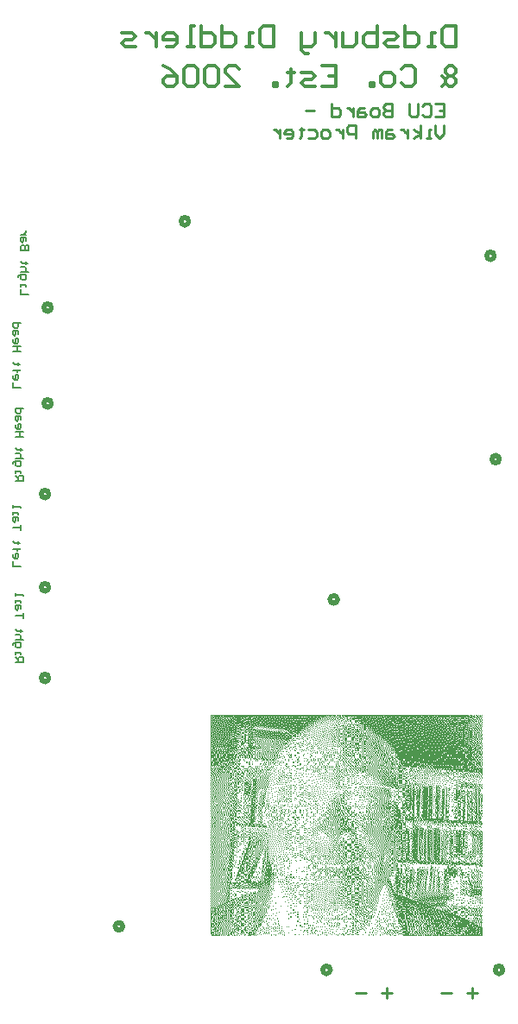
<source format=gbr>
%TF.GenerationSoftware,Altium Limited,Altium Designer,24.10.1 (45)*%
G04 Layer_Color=32896*
%FSLAX25Y25*%
%MOIN*%
%TF.SameCoordinates,405BA738-95C1-4717-9A2A-605BB7F835F8*%
%TF.FilePolarity,Positive*%
%TF.FileFunction,Legend,Bot*%
%TF.Part,Single*%
G01*
G75*
%TA.AperFunction,NonConductor*%
%ADD42C,0.02000*%
%ADD45C,0.01000*%
%ADD48C,0.00800*%
%ADD50C,0.01200*%
G36*
X286000Y212107D02*
X285795D01*
Y212313D01*
X286000D01*
Y212107D01*
D02*
G37*
G36*
X285385D02*
X285590D01*
Y211697D01*
X285385D01*
Y211287D01*
X285795D01*
Y210672D01*
X286000D01*
Y210057D01*
X285795D01*
Y210672D01*
X285385D01*
Y211287D01*
X284975D01*
Y211697D01*
X284770D01*
Y212107D01*
X284359D01*
Y212313D01*
X284770D01*
Y212107D01*
X284975D01*
Y212313D01*
X285385D01*
Y212107D01*
D02*
G37*
G36*
X286000Y211492D02*
Y211287D01*
X285795D01*
Y211697D01*
X286000D01*
Y211492D01*
D02*
G37*
G36*
X283949Y212107D02*
X284154D01*
Y211902D01*
X284359D01*
Y211697D01*
X284564D01*
Y211492D01*
X284770D01*
Y211287D01*
X284975D01*
Y210672D01*
X285385D01*
Y210057D01*
X285590D01*
Y209647D01*
X285385D01*
Y209441D01*
X284975D01*
Y210262D01*
X284770D01*
Y210877D01*
X284564D01*
Y211082D01*
X284359D01*
Y211492D01*
Y211697D01*
X284154D01*
Y211492D01*
X283949D01*
Y211082D01*
X284154D01*
Y210877D01*
X284359D01*
Y210467D01*
X284564D01*
Y210262D01*
Y210057D01*
X284770D01*
Y209647D01*
X284564D01*
Y209441D01*
X284975D01*
Y208826D01*
X285180D01*
Y208621D01*
X285385D01*
Y208416D01*
X285590D01*
Y208006D01*
X285385D01*
Y207801D01*
X284975D01*
Y208416D01*
X284770D01*
Y208826D01*
X284564D01*
Y209031D01*
X284359D01*
Y209236D01*
X284154D01*
Y209647D01*
X284359D01*
Y210057D01*
X284154D01*
Y210467D01*
X283949D01*
Y210672D01*
X283744D01*
Y210877D01*
X283539D01*
Y211082D01*
X283334D01*
Y211287D01*
X283129D01*
Y211082D01*
X282719D01*
Y211287D01*
X282514D01*
Y211492D01*
X282309D01*
Y211697D01*
X282103D01*
Y212107D01*
X281898D01*
Y211902D01*
X281693D01*
Y211697D01*
X281898D01*
Y211492D01*
X282103D01*
Y211287D01*
X282309D01*
Y211082D01*
X282514D01*
Y210877D01*
X282719D01*
Y210672D01*
X282924D01*
Y210877D01*
X283334D01*
Y210672D01*
X283744D01*
Y210057D01*
X283949D01*
Y209647D01*
X283744D01*
Y209441D01*
X283334D01*
Y209647D01*
X283129D01*
Y210057D01*
X282719D01*
Y210262D01*
X282514D01*
Y210467D01*
X282309D01*
Y210672D01*
X282103D01*
Y210877D01*
X281898D01*
Y211082D01*
X281693D01*
Y211287D01*
X281488D01*
Y211082D01*
X281078D01*
Y211287D01*
X280668D01*
Y211082D01*
X281078D01*
Y210672D01*
X281283D01*
Y210877D01*
X281693D01*
Y210672D01*
X281898D01*
Y210467D01*
X282103D01*
Y210262D01*
X282309D01*
Y210057D01*
X282514D01*
Y209852D01*
X282719D01*
Y209647D01*
X282924D01*
Y209441D01*
X283129D01*
Y209236D01*
X283334D01*
Y209031D01*
X283744D01*
Y209236D01*
X284154D01*
Y209031D01*
X284359D01*
Y208416D01*
X284564D01*
Y208211D01*
X284770D01*
Y207801D01*
X284975D01*
Y207391D01*
X285385D01*
Y207596D01*
X285590D01*
Y207801D01*
X285795D01*
Y208006D01*
X286000D01*
Y207801D01*
Y207596D01*
X285795D01*
Y207391D01*
X285590D01*
Y206980D01*
X285795D01*
Y206365D01*
X286000D01*
Y206160D01*
Y205955D01*
X285795D01*
Y206365D01*
X285385D01*
Y206980D01*
X285180D01*
Y207186D01*
X284975D01*
Y207391D01*
X284770D01*
Y207596D01*
X284564D01*
Y207801D01*
X284359D01*
Y208006D01*
X284154D01*
Y208416D01*
X283949D01*
Y208621D01*
X283744D01*
Y208006D01*
X283949D01*
Y207801D01*
X284154D01*
Y207596D01*
X284359D01*
Y207391D01*
X284564D01*
Y207186D01*
X284770D01*
Y206980D01*
X284975D01*
Y206570D01*
X285180D01*
Y206365D01*
X285385D01*
Y206160D01*
X285590D01*
Y205750D01*
X285795D01*
Y205135D01*
X286000D01*
Y204520D01*
X285795D01*
Y204314D01*
X285590D01*
Y204109D01*
X285795D01*
Y203904D01*
X285385D01*
Y204109D01*
X284975D01*
Y204314D01*
X285180D01*
Y204520D01*
X285385D01*
Y204725D01*
X284975D01*
Y205135D01*
X284770D01*
Y205340D01*
X284564D01*
Y205545D01*
X284359D01*
Y205135D01*
X284564D01*
Y204930D01*
X284770D01*
Y204725D01*
X284975D01*
Y204520D01*
X284770D01*
Y204109D01*
X284975D01*
Y203699D01*
X285385D01*
Y203494D01*
X285795D01*
Y203699D01*
X286000D01*
Y202879D01*
X285590D01*
Y203084D01*
X285385D01*
Y203494D01*
X284975D01*
Y203699D01*
X284770D01*
Y203494D01*
X284975D01*
Y203084D01*
X285385D01*
Y202674D01*
X285590D01*
Y202469D01*
X285795D01*
Y201853D01*
X285590D01*
Y201443D01*
X285385D01*
Y201033D01*
X285590D01*
Y200828D01*
X285795D01*
Y200623D01*
X286000D01*
Y200213D01*
X285795D01*
Y200418D01*
X285590D01*
Y200623D01*
X285385D01*
Y200828D01*
X285180D01*
Y201033D01*
X284975D01*
Y201238D01*
X284770D01*
Y201443D01*
X284975D01*
Y201648D01*
X285180D01*
Y201853D01*
X285385D01*
Y202469D01*
X285180D01*
Y202674D01*
X284975D01*
Y202879D01*
X284770D01*
Y203084D01*
X284564D01*
Y203289D01*
X284359D01*
Y203494D01*
Y203699D01*
X284154D01*
Y204109D01*
X284359D01*
Y204314D01*
X284154D01*
Y204725D01*
X284359D01*
Y205135D01*
X283949D01*
Y205545D01*
X283744D01*
Y205750D01*
X283539D01*
Y205955D01*
X283334D01*
Y206160D01*
X283129D01*
Y206365D01*
X282719D01*
Y206160D01*
X282924D01*
Y205955D01*
X283129D01*
Y205750D01*
X283334D01*
Y205340D01*
X283744D01*
Y205135D01*
X283949D01*
Y204725D01*
X283744D01*
Y204520D01*
X283949D01*
Y204109D01*
X283744D01*
Y203699D01*
X283949D01*
Y203289D01*
X284154D01*
Y203084D01*
X284359D01*
Y202879D01*
X284564D01*
Y202674D01*
X284770D01*
Y202469D01*
X284975D01*
Y201853D01*
X284770D01*
Y202059D01*
X284564D01*
Y202264D01*
X284359D01*
Y202469D01*
X284154D01*
Y202674D01*
X283949D01*
Y202879D01*
X283744D01*
Y203289D01*
X283539D01*
Y203494D01*
X283334D01*
Y202879D01*
X283539D01*
Y202674D01*
X283744D01*
Y202469D01*
X283949D01*
Y202264D01*
X284154D01*
Y202059D01*
X284359D01*
Y201853D01*
X284564D01*
Y201443D01*
X284359D01*
Y201238D01*
X284154D01*
Y201033D01*
X283949D01*
Y200828D01*
X284359D01*
Y201033D01*
X284770D01*
Y200828D01*
X284975D01*
Y200418D01*
X285385D01*
Y200213D01*
X285590D01*
Y199803D01*
X285385D01*
Y199188D01*
X285590D01*
Y198777D01*
X285795D01*
Y198572D01*
X286000D01*
Y196932D01*
X285795D01*
Y197137D01*
X285385D01*
Y197547D01*
X284975D01*
Y197342D01*
X285180D01*
Y197137D01*
X285385D01*
Y196932D01*
X285590D01*
Y196521D01*
X285795D01*
Y196316D01*
X286000D01*
Y195906D01*
X285795D01*
Y196111D01*
X285590D01*
Y196316D01*
X285385D01*
Y196521D01*
X285180D01*
Y196727D01*
X284975D01*
Y196932D01*
X284770D01*
Y196727D01*
X284564D01*
Y196521D01*
X284359D01*
Y196932D01*
X284154D01*
Y197137D01*
X283949D01*
Y197342D01*
X283744D01*
Y197547D01*
X283334D01*
Y197752D01*
X283539D01*
Y197957D01*
X283744D01*
Y198162D01*
X283539D01*
Y198367D01*
X283334D01*
Y198572D01*
X283129D01*
Y198162D01*
X283334D01*
Y197957D01*
X283129D01*
Y197547D01*
X283334D01*
Y197342D01*
X283539D01*
Y197137D01*
X283744D01*
Y196932D01*
X283949D01*
Y196727D01*
X284154D01*
Y196521D01*
X284359D01*
Y196316D01*
X284154D01*
Y196111D01*
X283949D01*
Y195906D01*
X283744D01*
Y195496D01*
X283949D01*
Y195291D01*
X284154D01*
Y195086D01*
X284359D01*
Y194881D01*
X284564D01*
Y194471D01*
X284975D01*
Y194266D01*
X285385D01*
Y194061D01*
X285180D01*
Y193856D01*
X284975D01*
Y193650D01*
X285385D01*
Y193240D01*
X285590D01*
Y193650D01*
X285385D01*
Y193856D01*
X285590D01*
Y194061D01*
X285795D01*
Y194266D01*
X285385D01*
Y194471D01*
X285180D01*
Y194676D01*
X284975D01*
Y194881D01*
X284770D01*
Y195086D01*
X284564D01*
Y195291D01*
X284359D01*
Y195496D01*
X284154D01*
Y195906D01*
X284359D01*
Y196111D01*
X284564D01*
Y196316D01*
X284770D01*
Y196521D01*
X284975D01*
Y196316D01*
X285180D01*
Y196111D01*
X285385D01*
Y195906D01*
X285590D01*
Y195496D01*
X285795D01*
Y195291D01*
X286000D01*
Y194881D01*
X285795D01*
Y195086D01*
X285590D01*
Y195291D01*
X285385D01*
Y195496D01*
X285180D01*
Y195701D01*
X284975D01*
Y195906D01*
X284564D01*
Y195701D01*
X284770D01*
Y195496D01*
X284975D01*
Y195291D01*
X285180D01*
Y195086D01*
X285385D01*
Y194881D01*
X285590D01*
Y194676D01*
X285795D01*
Y194471D01*
Y194266D01*
X286000D01*
Y192625D01*
X285795D01*
Y192830D01*
X285590D01*
Y193035D01*
X285385D01*
Y193240D01*
X284975D01*
Y193035D01*
X285180D01*
Y192830D01*
X285385D01*
Y192625D01*
X285590D01*
Y192215D01*
X285795D01*
Y192010D01*
X286000D01*
Y188934D01*
X285795D01*
Y189344D01*
X285590D01*
Y189754D01*
X285385D01*
Y189959D01*
X285180D01*
Y190164D01*
X284975D01*
Y190369D01*
X284564D01*
Y190164D01*
X284770D01*
Y189959D01*
X284975D01*
Y189549D01*
X285180D01*
Y189344D01*
X285385D01*
Y188934D01*
X285795D01*
Y188318D01*
X286000D01*
Y187908D01*
X285795D01*
Y188113D01*
X285590D01*
Y188318D01*
X285385D01*
Y188934D01*
X285180D01*
Y189139D01*
X284975D01*
Y189344D01*
X284770D01*
Y189549D01*
X284564D01*
Y189754D01*
X284359D01*
Y189959D01*
X282719D01*
Y190369D01*
X282309D01*
Y189959D01*
X282719D01*
Y189754D01*
X282924D01*
Y189549D01*
X283129D01*
Y188934D01*
X283334D01*
Y188318D01*
X283744D01*
Y188113D01*
X283334D01*
Y188318D01*
X283129D01*
Y188523D01*
X282924D01*
Y189139D01*
X282719D01*
Y189549D01*
X282514D01*
Y189754D01*
X282309D01*
Y189959D01*
X281898D01*
Y190164D01*
X281693D01*
Y190369D01*
X281488D01*
Y190164D01*
X281283D01*
Y189959D01*
X281078D01*
Y190369D01*
X280873D01*
Y190574D01*
X280668D01*
Y190779D01*
X280463D01*
Y190369D01*
X280668D01*
Y190164D01*
X280873D01*
Y189959D01*
X281078D01*
Y189754D01*
X281283D01*
Y189549D01*
X281488D01*
Y189344D01*
X281693D01*
Y188934D01*
X281488D01*
Y188728D01*
X281693D01*
Y188523D01*
X281898D01*
Y188318D01*
X282103D01*
Y188113D01*
X281693D01*
Y188318D01*
X281488D01*
Y188523D01*
X281283D01*
Y188728D01*
X281078D01*
Y188934D01*
X281283D01*
Y189344D01*
X281078D01*
Y189549D01*
X280873D01*
Y189754D01*
X280668D01*
Y189959D01*
X280463D01*
Y190369D01*
X278617D01*
Y190164D01*
X278412D01*
Y189754D01*
X278822D01*
Y189959D01*
X279027D01*
Y189754D01*
X279437D01*
Y189959D01*
X279848D01*
Y189754D01*
X279643D01*
Y189549D01*
X279437D01*
Y189139D01*
X279848D01*
Y189344D01*
X280053D01*
Y188934D01*
X279848D01*
Y188728D01*
X280053D01*
Y188523D01*
X280258D01*
Y188318D01*
X280463D01*
Y188113D01*
X280668D01*
Y187703D01*
X280463D01*
Y187908D01*
X280258D01*
Y188113D01*
X280053D01*
Y188318D01*
X279848D01*
Y188523D01*
X279643D01*
Y188728D01*
X279437D01*
Y188934D01*
X279232D01*
Y189139D01*
X279027D01*
Y189549D01*
X278822D01*
Y189344D01*
X278412D01*
Y189754D01*
X278207D01*
Y190164D01*
X278002D01*
Y190369D01*
X277797D01*
Y190574D01*
X277387D01*
Y190164D01*
X277592D01*
Y189959D01*
X277797D01*
Y189754D01*
X278002D01*
Y189549D01*
X278207D01*
Y189344D01*
X278412D01*
Y189139D01*
X278617D01*
Y188934D01*
X278822D01*
Y188728D01*
X279027D01*
Y188523D01*
X279232D01*
Y188318D01*
X279437D01*
Y187908D01*
X279232D01*
Y188113D01*
X279027D01*
Y188318D01*
X278822D01*
Y188523D01*
X278617D01*
Y188728D01*
X278412D01*
Y188934D01*
X278207D01*
Y189139D01*
X278002D01*
Y189344D01*
X277797D01*
Y189549D01*
X277387D01*
Y189959D01*
X277182D01*
Y190574D01*
X276771D01*
Y190369D01*
X276566D01*
Y190984D01*
X276156D01*
Y190369D01*
X276566D01*
Y189959D01*
X276771D01*
Y189344D01*
X276566D01*
Y189754D01*
X276361D01*
Y189959D01*
X276156D01*
Y190369D01*
X275746D01*
Y190574D01*
X275541D01*
Y190984D01*
X275131D01*
Y190369D01*
X275541D01*
Y189959D01*
X275951D01*
Y189754D01*
X276156D01*
Y189549D01*
Y189344D01*
X276566D01*
Y188934D01*
X276771D01*
Y188728D01*
X277182D01*
Y188318D01*
X276771D01*
Y188728D01*
X276566D01*
Y188934D01*
X276156D01*
Y189139D01*
Y189344D01*
X275746D01*
Y189754D01*
X275541D01*
Y189959D01*
X275131D01*
Y190164D01*
Y190369D01*
X274926D01*
Y190984D01*
X274516D01*
Y190369D01*
X274926D01*
Y189959D01*
X275131D01*
Y189754D01*
X274926D01*
Y189344D01*
X275131D01*
Y188934D01*
X274926D01*
Y188728D01*
X274516D01*
Y188934D01*
X274721D01*
Y189344D01*
X274516D01*
Y189549D01*
X274721D01*
Y189959D01*
X274516D01*
Y190369D01*
X274106D01*
Y190984D01*
X273900D01*
Y190779D01*
X273695D01*
Y190574D01*
X273490D01*
Y190984D01*
X273285D01*
Y190574D01*
X273490D01*
Y190369D01*
X273900D01*
Y189959D01*
X274311D01*
Y189549D01*
X274106D01*
Y189344D01*
X273900D01*
Y188934D01*
X274106D01*
Y188728D01*
X273900D01*
Y188934D01*
X273490D01*
Y189344D01*
X273695D01*
Y189549D01*
X273900D01*
Y189754D01*
Y189959D01*
X273490D01*
Y190164D01*
Y190369D01*
X273080D01*
Y190779D01*
X272875D01*
Y190984D01*
X272260D01*
Y190574D01*
X272670D01*
Y190369D01*
X272875D01*
Y189754D01*
X273285D01*
Y189344D01*
X272875D01*
Y189549D01*
X272670D01*
Y189754D01*
X272465D01*
Y190369D01*
X272260D01*
Y190574D01*
X272055D01*
Y190779D01*
X271850D01*
Y190984D01*
X271029D01*
Y191394D01*
X271234D01*
Y191600D01*
X270824D01*
Y191394D01*
X270619D01*
Y191190D01*
X270414D01*
Y190984D01*
X270004D01*
Y191394D01*
X270209D01*
Y191600D01*
X269799D01*
Y191394D01*
X269594D01*
Y190984D01*
X270004D01*
Y190574D01*
X270209D01*
Y190369D01*
X270004D01*
Y189959D01*
X270209D01*
Y189754D01*
X270414D01*
Y189549D01*
X270619D01*
Y189344D01*
X270824D01*
Y189139D01*
X271029D01*
Y188934D01*
X271234D01*
Y188728D01*
X270824D01*
Y188934D01*
X270619D01*
Y189139D01*
X270414D01*
Y189344D01*
X270209D01*
Y189549D01*
X270004D01*
Y189344D01*
X269594D01*
Y189549D01*
X269389D01*
Y189754D01*
X269184D01*
Y189959D01*
X268979D01*
Y190574D01*
X268773D01*
Y190779D01*
X268568D01*
Y191190D01*
X268363D01*
Y191600D01*
X267953D01*
Y190984D01*
X268158D01*
Y190779D01*
X268363D01*
Y190574D01*
Y190369D01*
X268568D01*
Y189754D01*
X268773D01*
Y189549D01*
X268979D01*
Y189344D01*
X269184D01*
Y189139D01*
X269389D01*
Y188934D01*
X269594D01*
Y188728D01*
X269184D01*
Y188934D01*
X268979D01*
Y189139D01*
X268773D01*
Y189344D01*
X268568D01*
Y189754D01*
X268363D01*
Y190164D01*
X268158D01*
Y190369D01*
X267953D01*
Y190984D01*
X267748D01*
Y190779D01*
X267543D01*
Y190574D01*
X267338D01*
Y190369D01*
X267543D01*
Y190164D01*
X267748D01*
Y189959D01*
X267953D01*
Y189754D01*
X268363D01*
Y189344D01*
X267953D01*
Y189549D01*
X267748D01*
Y189754D01*
X267543D01*
Y189959D01*
X267338D01*
Y190369D01*
X266928D01*
Y190574D01*
X267133D01*
Y190779D01*
X267338D01*
Y190984D01*
X267543D01*
Y191394D01*
X267338D01*
Y191600D01*
X267133D01*
Y191805D01*
X266928D01*
Y192010D01*
X266723D01*
Y191600D01*
X266928D01*
Y190984D01*
Y190779D01*
X266723D01*
Y191190D01*
X266518D01*
Y191394D01*
X266313D01*
Y191600D01*
X266107D01*
Y191805D01*
X265902D01*
Y192010D01*
X265697D01*
Y191600D01*
X265902D01*
Y191190D01*
X266107D01*
Y190984D01*
X266313D01*
Y190779D01*
X266518D01*
Y190574D01*
X266723D01*
Y190369D01*
X266928D01*
Y189959D01*
X266723D01*
Y189754D01*
X266313D01*
Y189959D01*
X266518D01*
Y190369D01*
X266313D01*
Y190574D01*
X266107D01*
Y190779D01*
X265902D01*
Y190984D01*
X265697D01*
Y191190D01*
X265492D01*
Y191394D01*
X265287D01*
Y191600D01*
X265082D01*
Y192010D01*
X264672D01*
Y191600D01*
X265082D01*
Y190779D01*
X264877D01*
Y190574D01*
X264672D01*
Y190779D01*
Y190984D01*
Y191600D01*
X264467D01*
Y191805D01*
X264262D01*
Y192010D01*
X264057D01*
Y191600D01*
X264262D01*
Y191190D01*
Y190984D01*
Y190574D01*
X264672D01*
Y189754D01*
X264877D01*
Y189549D01*
X265082D01*
Y189344D01*
X265287D01*
Y188934D01*
X265082D01*
Y188728D01*
X265287D01*
Y188318D01*
X265082D01*
Y188523D01*
X264877D01*
Y188728D01*
X264672D01*
Y188934D01*
X264877D01*
Y189344D01*
X264672D01*
Y189549D01*
X264467D01*
Y189754D01*
X264262D01*
Y190574D01*
X264057D01*
Y191600D01*
X263441D01*
Y191190D01*
X263647D01*
Y190574D01*
X264057D01*
Y190164D01*
X263852D01*
Y189959D01*
X263647D01*
Y190369D01*
Y190574D01*
X263441D01*
Y190984D01*
X263236D01*
Y191394D01*
X263031D01*
Y192010D01*
X262826D01*
Y192215D01*
X262621D01*
Y192420D01*
X262416D01*
Y192010D01*
X262621D01*
Y191190D01*
X262826D01*
Y190984D01*
X263031D01*
Y190574D01*
X263441D01*
Y189959D01*
X263647D01*
Y189754D01*
X263852D01*
Y189549D01*
X264057D01*
Y189344D01*
X263852D01*
Y189139D01*
X263647D01*
Y188934D01*
X263441D01*
Y189344D01*
X263647D01*
Y189754D01*
X263236D01*
Y189959D01*
X263031D01*
Y190164D01*
Y190574D01*
X262826D01*
Y190779D01*
X262621D01*
Y190984D01*
X262416D01*
Y191600D01*
X262211D01*
Y191805D01*
X262006D01*
Y192010D01*
X261801D01*
Y192215D01*
X261596D01*
Y192420D01*
X261391D01*
Y192010D01*
X261596D01*
Y191805D01*
X261801D01*
Y191394D01*
X262006D01*
Y190984D01*
X262416D01*
Y190574D01*
X262621D01*
Y190369D01*
Y190164D01*
Y189959D01*
X262416D01*
Y190574D01*
X262211D01*
Y190779D01*
X262006D01*
Y190984D01*
X261801D01*
Y191190D01*
X261596D01*
Y191394D01*
X261391D01*
Y191600D01*
X261186D01*
Y191805D01*
X260981D01*
Y192010D01*
X259750D01*
Y192215D01*
X259340D01*
Y192010D01*
X259135D01*
Y192215D01*
X258725D01*
Y192010D01*
X259135D01*
Y191394D01*
X258725D01*
Y191600D01*
Y192010D01*
X258520D01*
Y192215D01*
X258314D01*
Y192420D01*
X258109D01*
Y192625D01*
X257699D01*
Y192420D01*
X257494D01*
Y192010D01*
X257699D01*
Y191394D01*
X257904D01*
Y190984D01*
X257699D01*
Y190779D01*
X258109D01*
Y190984D01*
X258314D01*
Y191394D01*
X258109D01*
Y192010D01*
X257699D01*
Y192215D01*
X258109D01*
Y192010D01*
X258314D01*
Y191805D01*
X258520D01*
Y191394D01*
X258725D01*
Y190984D01*
X259135D01*
Y190369D01*
X259340D01*
Y190164D01*
X259545D01*
Y189959D01*
X259750D01*
Y189754D01*
X259955D01*
Y189549D01*
X260160D01*
Y189344D01*
X259750D01*
Y189549D01*
X259545D01*
Y189754D01*
X259340D01*
Y189959D01*
X259135D01*
Y190369D01*
X258725D01*
Y190984D01*
X258520D01*
Y190779D01*
X258314D01*
Y190574D01*
X258109D01*
Y190369D01*
X257904D01*
Y189959D01*
X258109D01*
Y189754D01*
X258314D01*
Y189549D01*
X258520D01*
Y189344D01*
X258109D01*
Y189549D01*
X257904D01*
Y189754D01*
X257699D01*
Y189959D01*
X257494D01*
Y190369D01*
X257699D01*
Y190779D01*
X257494D01*
Y192010D01*
X257084D01*
Y192625D01*
X256879D01*
Y192420D01*
X256674D01*
Y192215D01*
X256879D01*
Y192010D01*
X257084D01*
Y191805D01*
Y191394D01*
X256879D01*
Y192010D01*
X256469D01*
Y192215D01*
X256264D01*
Y192420D01*
X256059D01*
Y192625D01*
X255854D01*
Y192420D01*
X255443D01*
Y192625D01*
X255238D01*
Y192830D01*
X255033D01*
Y193035D01*
X254828D01*
Y193240D01*
X254623D01*
Y193445D01*
X254418D01*
Y193650D01*
X254213D01*
Y193856D01*
X254418D01*
Y194266D01*
X254213D01*
Y194881D01*
X253803D01*
Y194266D01*
X254213D01*
Y194061D01*
X254008D01*
Y193856D01*
X253803D01*
Y193650D01*
X254008D01*
Y193445D01*
X254213D01*
Y193240D01*
X254418D01*
Y193035D01*
X254623D01*
Y192830D01*
X254828D01*
Y192625D01*
X255033D01*
Y192420D01*
X255238D01*
Y192215D01*
X255443D01*
Y192010D01*
X255854D01*
Y191394D01*
X256059D01*
Y190984D01*
X256469D01*
Y190574D01*
X256264D01*
Y190779D01*
X256059D01*
Y190984D01*
X255854D01*
Y191190D01*
X255648D01*
Y191394D01*
X255443D01*
Y192010D01*
X255033D01*
Y192215D01*
X254828D01*
Y192420D01*
X254418D01*
Y192625D01*
X254213D01*
Y192830D01*
X254008D01*
Y193035D01*
X253803D01*
Y193240D01*
X253598D01*
Y195086D01*
X253393D01*
Y195291D01*
X252982D01*
Y195701D01*
X253187D01*
Y195906D01*
X252777D01*
Y196111D01*
Y196316D01*
X252572D01*
Y196521D01*
X252162D01*
Y197752D01*
X251957D01*
Y197957D01*
X251547D01*
Y198572D01*
X251342D01*
Y198367D01*
X251137D01*
Y198162D01*
X250932D01*
Y198572D01*
X250521D01*
Y199598D01*
X250316D01*
Y200623D01*
X250111D01*
Y200828D01*
X249906D01*
Y201238D01*
X249291D01*
Y201443D01*
X248881D01*
Y201853D01*
X248676D01*
Y202059D01*
X248881D01*
Y202469D01*
X248676D01*
Y202264D01*
X248266D01*
Y202469D01*
X247650D01*
Y203084D01*
X247445D01*
Y203289D01*
X247240D01*
Y203494D01*
X247035D01*
Y203084D01*
X247240D01*
Y202469D01*
X247650D01*
Y202059D01*
X248266D01*
Y201853D01*
X248676D01*
Y201443D01*
X248881D01*
Y201238D01*
X249291D01*
Y201033D01*
Y200828D01*
X249906D01*
Y199598D01*
X250111D01*
Y199393D01*
X250316D01*
Y198572D01*
X250521D01*
Y198367D01*
Y198162D01*
X250932D01*
Y197547D01*
X251137D01*
Y197752D01*
X251342D01*
Y197957D01*
X251547D01*
Y197547D01*
X251752D01*
Y197137D01*
X251547D01*
Y197342D01*
Y197547D01*
X251342D01*
Y197342D01*
X251137D01*
Y197137D01*
X250932D01*
Y197547D01*
X250521D01*
Y197752D01*
Y197957D01*
Y198162D01*
X250316D01*
Y198572D01*
X249906D01*
Y199393D01*
X249701D01*
Y199598D01*
X249496D01*
Y200008D01*
Y200213D01*
Y200418D01*
X249291D01*
Y200828D01*
X248881D01*
Y201033D01*
X248676D01*
Y200623D01*
X248881D01*
Y200213D01*
X249086D01*
Y200008D01*
X249291D01*
Y199188D01*
X249496D01*
Y198572D01*
X249906D01*
Y198162D01*
X250316D01*
Y197957D01*
X250111D01*
Y197752D01*
X249906D01*
Y197342D01*
X249701D01*
Y196932D01*
X249906D01*
Y196316D01*
X250111D01*
Y196111D01*
X250316D01*
Y195701D01*
X250521D01*
Y195291D01*
X250316D01*
Y195496D01*
X250111D01*
Y195701D01*
X249906D01*
Y196111D01*
Y196316D01*
X249496D01*
Y196521D01*
Y196727D01*
Y196932D01*
X249291D01*
Y197137D01*
X249086D01*
Y197342D01*
X248881D01*
Y197547D01*
X248676D01*
Y197957D01*
X248266D01*
Y198162D01*
X248061D01*
Y198367D01*
X247855D01*
Y198572D01*
X247650D01*
Y198777D01*
X247445D01*
Y198982D01*
X247240D01*
Y199188D01*
X247035D01*
Y200213D01*
X246625D01*
Y201238D01*
X246215D01*
Y201443D01*
Y201648D01*
Y202059D01*
X246010D01*
Y202264D01*
Y202469D01*
X245600D01*
Y202879D01*
X245394D01*
Y203289D01*
X245189D01*
Y203494D01*
X244779D01*
Y203904D01*
X244984D01*
Y204109D01*
X244574D01*
Y204520D01*
X244779D01*
Y204725D01*
X244984D01*
Y205135D01*
X244779D01*
Y204930D01*
X244574D01*
Y204725D01*
X244369D01*
Y205340D01*
X243959D01*
Y204725D01*
X244369D01*
Y204109D01*
X244574D01*
Y203904D01*
Y203699D01*
X244369D01*
Y204109D01*
X243959D01*
Y204725D01*
X243754D01*
Y205340D01*
X243344D01*
Y205750D01*
X242934D01*
Y206160D01*
X243139D01*
Y206365D01*
X242728D01*
Y205750D01*
X242934D01*
Y205545D01*
X243139D01*
Y205340D01*
X243344D01*
Y204725D01*
X243754D01*
Y204314D01*
Y204109D01*
X243959D01*
Y203699D01*
X244369D01*
Y203494D01*
X244574D01*
Y203289D01*
X244779D01*
Y203084D01*
X244984D01*
Y202879D01*
X245394D01*
Y202469D01*
X245600D01*
Y202264D01*
X245805D01*
Y202059D01*
X246010D01*
Y201238D01*
X246215D01*
Y201033D01*
Y200828D01*
Y200213D01*
X246625D01*
Y199188D01*
X246830D01*
Y198982D01*
X247035D01*
Y198777D01*
X247240D01*
Y198572D01*
X247445D01*
Y198367D01*
X247650D01*
Y198162D01*
X247855D01*
Y197957D01*
X248061D01*
Y197752D01*
X248266D01*
Y197547D01*
X248471D01*
Y197137D01*
X248266D01*
Y196932D01*
X248471D01*
Y196521D01*
X248266D01*
Y195906D01*
X248471D01*
Y196111D01*
X248676D01*
Y196521D01*
X248881D01*
Y196932D01*
X248676D01*
Y197137D01*
X248881D01*
Y196932D01*
X249291D01*
Y196316D01*
X249496D01*
Y195701D01*
X249906D01*
Y195291D01*
X250316D01*
Y194881D01*
X250521D01*
Y194676D01*
X250932D01*
Y194881D01*
X251137D01*
Y194676D01*
Y194471D01*
X250932D01*
Y193240D01*
X251137D01*
Y194061D01*
X251342D01*
Y194266D01*
X251547D01*
Y193445D01*
Y193240D01*
X251342D01*
Y192830D01*
X251547D01*
Y192420D01*
X251752D01*
Y192215D01*
X251957D01*
Y192010D01*
X252162D01*
Y191600D01*
X252572D01*
Y190984D01*
X252777D01*
Y190779D01*
X252982D01*
Y190574D01*
X253187D01*
Y190369D01*
X253393D01*
Y190164D01*
X253598D01*
Y189754D01*
X254008D01*
Y189549D01*
X254213D01*
Y187703D01*
X254418D01*
Y187498D01*
Y187293D01*
X254828D01*
Y185857D01*
X255238D01*
Y185447D01*
X255443D01*
Y185037D01*
X255854D01*
Y184832D01*
X256059D01*
Y185037D01*
X255854D01*
Y185447D01*
X255443D01*
Y185857D01*
X255238D01*
Y186063D01*
Y186268D01*
Y187293D01*
X254828D01*
Y187498D01*
Y187703D01*
X254418D01*
Y188318D01*
X254623D01*
Y188728D01*
X254418D01*
Y189549D01*
X254213D01*
Y189959D01*
X254008D01*
Y190164D01*
X253803D01*
Y190984D01*
X253598D01*
Y191190D01*
X253393D01*
Y191394D01*
X253187D01*
Y191600D01*
X252982D01*
Y191805D01*
X252777D01*
Y192215D01*
X252572D01*
Y192010D01*
X252162D01*
Y192420D01*
X251957D01*
Y193035D01*
X251752D01*
Y193445D01*
X251957D01*
Y193650D01*
X252162D01*
Y193856D01*
X251957D01*
Y194061D01*
Y194266D01*
X251547D01*
Y194881D01*
X251137D01*
Y195291D01*
X250932D01*
Y195496D01*
Y195701D01*
X251137D01*
Y196316D01*
X250932D01*
Y196932D01*
X250727D01*
Y196727D01*
X250521D01*
Y196521D01*
X250316D01*
Y196932D01*
X250521D01*
Y197137D01*
X250316D01*
Y197547D01*
X250521D01*
Y197342D01*
Y197137D01*
X250932D01*
Y196932D01*
X251137D01*
Y196727D01*
X251342D01*
Y196111D01*
X251547D01*
Y195701D01*
X251342D01*
Y195496D01*
X251137D01*
Y195291D01*
X251547D01*
Y194881D01*
X251957D01*
Y194676D01*
Y194471D01*
Y194266D01*
X252162D01*
Y193856D01*
X252572D01*
Y193650D01*
X252367D01*
Y193445D01*
X252162D01*
Y192420D01*
X252572D01*
Y193240D01*
X252777D01*
Y192215D01*
X253187D01*
Y191805D01*
X253393D01*
Y191600D01*
X253598D01*
Y191394D01*
X253803D01*
Y191190D01*
Y190984D01*
X254213D01*
Y190779D01*
Y189959D01*
X254418D01*
Y189754D01*
X254623D01*
Y189549D01*
X254828D01*
Y188728D01*
X255033D01*
Y188318D01*
X254828D01*
Y187703D01*
X255238D01*
Y187293D01*
X255443D01*
Y185857D01*
X255854D01*
Y185447D01*
X256059D01*
Y185652D01*
X256469D01*
Y185447D01*
X256879D01*
Y185652D01*
X256674D01*
Y185857D01*
X256469D01*
Y186063D01*
X256264D01*
Y185857D01*
X255854D01*
Y187293D01*
X255648D01*
Y187498D01*
X255443D01*
Y187703D01*
X255238D01*
Y188318D01*
X255443D01*
Y188113D01*
X255648D01*
Y187908D01*
X255854D01*
Y187293D01*
X256469D01*
Y187498D01*
X256674D01*
Y187088D01*
X256879D01*
Y186678D01*
X257084D01*
Y185447D01*
X257494D01*
Y185037D01*
X257699D01*
Y185242D01*
X257904D01*
Y185447D01*
X257494D01*
Y185652D01*
X257699D01*
Y185857D01*
Y186063D01*
X257494D01*
Y186473D01*
X257699D01*
Y186678D01*
X257494D01*
Y186883D01*
X257289D01*
Y187088D01*
X257084D01*
Y187293D01*
X257494D01*
Y187088D01*
X257699D01*
Y186883D01*
X257904D01*
Y186678D01*
X258109D01*
Y186473D01*
X257904D01*
Y186063D01*
X258314D01*
Y185857D01*
X258725D01*
Y186268D01*
X258520D01*
Y186678D01*
X258725D01*
Y186473D01*
X258930D01*
Y186268D01*
X259135D01*
Y185652D01*
X259340D01*
Y185447D01*
X259545D01*
Y185037D01*
X259750D01*
Y184832D01*
X259545D01*
Y184422D01*
X259750D01*
Y184217D01*
X259955D01*
Y183807D01*
X260160D01*
Y183602D01*
X259955D01*
Y183396D01*
X259750D01*
Y183191D01*
X259955D01*
Y182986D01*
X260160D01*
Y182576D01*
X259955D01*
Y182371D01*
X259750D01*
Y182166D01*
X259955D01*
Y181961D01*
X260160D01*
Y181551D01*
X259750D01*
Y181141D01*
X259955D01*
Y180730D01*
X259750D01*
Y180525D01*
X259955D01*
Y180115D01*
X259750D01*
Y179910D01*
X259955D01*
Y179500D01*
X259750D01*
Y177859D01*
X260160D01*
Y177654D01*
X259955D01*
Y177449D01*
X259750D01*
Y172938D01*
X260365D01*
Y172527D01*
X260775D01*
Y172938D01*
X260365D01*
Y173553D01*
X260160D01*
Y173963D01*
X260365D01*
Y173758D01*
Y173553D01*
X260775D01*
Y173963D01*
X260365D01*
Y174578D01*
X260160D01*
Y174988D01*
X260365D01*
Y174578D01*
X260775D01*
Y174783D01*
X260570D01*
Y174988D01*
X260365D01*
Y175193D01*
X260160D01*
Y175603D01*
X260365D01*
Y175193D01*
X260775D01*
Y175603D01*
X260365D01*
Y176219D01*
X260160D01*
Y176629D01*
X260365D01*
Y176424D01*
Y176219D01*
X260775D01*
Y176424D01*
X260570D01*
Y176629D01*
X260365D01*
Y176834D01*
X260160D01*
Y177244D01*
X260365D01*
Y177039D01*
Y176834D01*
X260775D01*
Y177244D01*
X260365D01*
Y177449D01*
X260570D01*
Y177654D01*
X260775D01*
Y177859D01*
X260365D01*
Y178065D01*
X260160D01*
Y178475D01*
X260365D01*
Y178270D01*
X260775D01*
Y178475D01*
X260365D01*
Y178885D01*
X260160D01*
Y179295D01*
X260365D01*
Y179090D01*
Y178885D01*
X260775D01*
Y179090D01*
X260570D01*
Y179295D01*
X260365D01*
Y181346D01*
X260570D01*
Y181551D01*
X260775D01*
Y181756D01*
X260570D01*
Y181961D01*
X260365D01*
Y182371D01*
X260570D01*
Y182576D01*
X260775D01*
Y182781D01*
X260570D01*
Y182986D01*
X260365D01*
Y183396D01*
X260775D01*
Y183807D01*
X260365D01*
Y184627D01*
Y184832D01*
X260160D01*
Y185037D01*
X259955D01*
Y185447D01*
X259750D01*
Y186063D01*
X259545D01*
Y186473D01*
X259750D01*
Y186678D01*
X259955D01*
Y186883D01*
X260160D01*
Y187088D01*
X260365D01*
Y186678D01*
X260160D01*
Y186473D01*
X259955D01*
Y186268D01*
X259750D01*
Y186063D01*
X260160D01*
Y185447D01*
X260365D01*
Y184832D01*
X260570D01*
Y184627D01*
X260775D01*
Y184422D01*
X260981D01*
Y184012D01*
X260775D01*
Y183807D01*
X261186D01*
Y184012D01*
X261596D01*
Y184422D01*
X261391D01*
Y184627D01*
X261186D01*
Y184832D01*
X260981D01*
Y185037D01*
X260775D01*
Y185447D01*
X260365D01*
Y185652D01*
X260570D01*
Y185857D01*
X260775D01*
Y186063D01*
X260365D01*
Y186473D01*
X260570D01*
Y186268D01*
X260775D01*
Y186063D01*
X260981D01*
Y185857D01*
X261391D01*
Y186063D01*
X261801D01*
Y185652D01*
X262006D01*
Y185242D01*
X262211D01*
Y185037D01*
X262416D01*
Y184832D01*
X262211D01*
Y184627D01*
X262006D01*
Y185037D01*
X261801D01*
Y185242D01*
X261596D01*
Y185447D01*
X261801D01*
Y185652D01*
X261391D01*
Y185447D01*
X261186D01*
Y185037D01*
X261391D01*
Y184832D01*
X261801D01*
Y184627D01*
X262006D01*
Y183807D01*
X262211D01*
Y183602D01*
X262416D01*
Y183191D01*
X262211D01*
Y182986D01*
X262006D01*
Y182781D01*
X262416D01*
Y182576D01*
X262211D01*
Y182371D01*
X262006D01*
Y180115D01*
X261801D01*
Y179705D01*
X262006D01*
Y179295D01*
X261801D01*
Y178885D01*
X262006D01*
Y178475D01*
X261801D01*
Y178270D01*
X262006D01*
Y177859D01*
X261801D01*
Y177449D01*
X262006D01*
Y177244D01*
X261801D01*
Y176834D01*
X262006D01*
Y176629D01*
X261801D01*
Y174988D01*
X262006D01*
Y174783D01*
Y174578D01*
X261801D01*
Y174988D01*
X261391D01*
Y174578D01*
X261801D01*
Y174373D01*
X261596D01*
Y174168D01*
X261391D01*
Y173963D01*
X261596D01*
Y173758D01*
X261801D01*
Y173553D01*
X262006D01*
Y173348D01*
X261801D01*
Y173553D01*
X261391D01*
Y173348D01*
X261596D01*
Y173143D01*
X261801D01*
Y172938D01*
X262006D01*
Y172732D01*
X262211D01*
Y172527D01*
X262621D01*
Y172938D01*
X262416D01*
Y173348D01*
X262621D01*
Y173553D01*
X262416D01*
Y173758D01*
X262211D01*
Y173963D01*
X262006D01*
Y174168D01*
X262416D01*
Y173963D01*
X262826D01*
Y174373D01*
X262621D01*
Y174988D01*
X262416D01*
Y175193D01*
X262621D01*
Y175398D01*
X262826D01*
Y176014D01*
X262621D01*
Y176219D01*
X262416D01*
Y176629D01*
X262621D01*
Y176834D01*
X262416D01*
Y177244D01*
X262621D01*
Y177039D01*
Y176834D01*
X263031D01*
Y177244D01*
X262621D01*
Y177859D01*
X262416D01*
Y178270D01*
X262621D01*
Y178065D01*
Y177859D01*
X263031D01*
Y178270D01*
X262621D01*
Y178885D01*
X262416D01*
Y179295D01*
X262621D01*
Y179090D01*
Y178885D01*
X263031D01*
Y179090D01*
X262826D01*
Y179295D01*
X262621D01*
Y179705D01*
X262416D01*
Y179910D01*
Y180115D01*
X262621D01*
Y179705D01*
X263031D01*
Y180115D01*
X262621D01*
Y180525D01*
X262416D01*
Y180730D01*
X262621D01*
Y180525D01*
X263031D01*
Y180730D01*
X262621D01*
Y181141D01*
X262416D01*
Y181551D01*
X262621D01*
Y181141D01*
X263031D01*
Y181551D01*
X262621D01*
Y182371D01*
X262826D01*
Y182576D01*
X262621D01*
Y182986D01*
X262826D01*
Y183191D01*
X263031D01*
Y183396D01*
X262826D01*
Y183602D01*
X262621D01*
Y184012D01*
X262416D01*
Y184422D01*
X262621D01*
Y184217D01*
X262826D01*
Y184012D01*
X263031D01*
Y183807D01*
X263441D01*
Y184012D01*
X263236D01*
Y184217D01*
X263031D01*
Y184422D01*
X262621D01*
Y185447D01*
X262416D01*
Y185652D01*
X262006D01*
Y186063D01*
X262416D01*
Y185857D01*
X262621D01*
Y185447D01*
X263031D01*
Y184832D01*
X263236D01*
Y184627D01*
X263647D01*
Y185037D01*
X263441D01*
Y185242D01*
X263236D01*
Y185447D01*
X263031D01*
Y185652D01*
X263441D01*
Y185447D01*
X263647D01*
Y185242D01*
X263852D01*
Y185037D01*
X264057D01*
Y184422D01*
X264262D01*
Y185447D01*
X264057D01*
Y185652D01*
X263852D01*
Y185857D01*
X263647D01*
Y186063D01*
X263441D01*
Y186473D01*
X263647D01*
Y186268D01*
X263852D01*
Y186063D01*
X264057D01*
Y185857D01*
X264467D01*
Y186063D01*
X264672D01*
Y185652D01*
X264467D01*
Y185242D01*
X264672D01*
Y184422D01*
X264877D01*
Y180730D01*
X264672D01*
Y180525D01*
X264877D01*
Y180320D01*
X265082D01*
Y180115D01*
X264877D01*
Y179910D01*
X264672D01*
Y179500D01*
X265082D01*
Y179910D01*
X265287D01*
Y180525D01*
X265082D01*
Y180936D01*
X265287D01*
Y184422D01*
X265082D01*
Y184832D01*
X265287D01*
Y185037D01*
X265082D01*
Y185242D01*
X264877D01*
Y185447D01*
Y185652D01*
X265287D01*
Y185037D01*
X266723D01*
Y184832D01*
X266928D01*
Y184422D01*
X266723D01*
Y184627D01*
X266518D01*
Y184832D01*
X266313D01*
Y184422D01*
X266723D01*
Y183807D01*
X266928D01*
Y183396D01*
X266723D01*
Y183807D01*
X266313D01*
Y183396D01*
X266723D01*
Y181756D01*
X266518D01*
Y181551D01*
X266723D01*
Y180525D01*
X266518D01*
Y180320D01*
X266723D01*
Y179705D01*
X266518D01*
Y179500D01*
X266723D01*
Y177244D01*
X266313D01*
Y176834D01*
X266723D01*
Y176629D01*
X266518D01*
Y176424D01*
X266313D01*
Y176219D01*
X266723D01*
Y176014D01*
X266518D01*
Y175809D01*
X266313D01*
Y175603D01*
X266518D01*
Y175193D01*
X266313D01*
Y174988D01*
X266518D01*
Y174783D01*
X266723D01*
Y174578D01*
X266313D01*
Y174373D01*
X266518D01*
Y174168D01*
X266723D01*
Y173963D01*
X266313D01*
Y173553D01*
X266723D01*
Y173348D01*
X266518D01*
Y173143D01*
X266313D01*
Y172732D01*
X266518D01*
Y172322D01*
X266928D01*
Y172527D01*
X267338D01*
Y172322D01*
X267543D01*
Y172527D01*
X267953D01*
Y172322D01*
X268363D01*
Y172527D01*
X267953D01*
Y172938D01*
X267543D01*
Y173143D01*
X267748D01*
Y173348D01*
X267953D01*
Y172938D01*
X268363D01*
Y173143D01*
X268158D01*
Y173348D01*
X267953D01*
Y173553D01*
X267748D01*
Y173758D01*
X267543D01*
Y173963D01*
X267953D01*
Y173553D01*
X268363D01*
Y173963D01*
X267953D01*
Y174578D01*
X267543D01*
Y174783D01*
X267748D01*
Y174988D01*
X267953D01*
Y175193D01*
X267543D01*
Y175398D01*
X267748D01*
Y175603D01*
X267953D01*
Y175193D01*
X268363D01*
Y175603D01*
X267953D01*
Y175809D01*
X267748D01*
Y176014D01*
X267543D01*
Y176219D01*
X267953D01*
Y175809D01*
X268158D01*
Y176014D01*
X268363D01*
Y176219D01*
X267953D01*
Y176424D01*
X267748D01*
Y176629D01*
X267543D01*
Y176834D01*
X267953D01*
Y177244D01*
X267543D01*
Y177449D01*
X267953D01*
Y177244D01*
X268363D01*
Y177449D01*
X268158D01*
Y177654D01*
X267953D01*
Y177859D01*
X267748D01*
Y178065D01*
X267543D01*
Y178475D01*
X267953D01*
Y178270D01*
X268363D01*
Y178475D01*
X267953D01*
Y178885D01*
X267748D01*
Y179295D01*
X267953D01*
Y179500D01*
X267748D01*
Y179705D01*
X267543D01*
Y180115D01*
X267953D01*
Y181141D01*
X267543D01*
Y181346D01*
X267748D01*
Y181551D01*
X267953D01*
Y181141D01*
X268363D01*
Y181346D01*
X268158D01*
Y181551D01*
X267953D01*
Y181756D01*
X267748D01*
Y181961D01*
X267543D01*
Y182166D01*
X267953D01*
Y181756D01*
X268158D01*
Y181961D01*
X268363D01*
Y182166D01*
X267953D01*
Y185447D01*
X268158D01*
Y185242D01*
X268363D01*
Y184832D01*
X268568D01*
Y185447D01*
X268979D01*
Y184832D01*
X269184D01*
Y184627D01*
X269389D01*
Y184422D01*
X269594D01*
Y184217D01*
X269799D01*
Y184012D01*
X270004D01*
Y183807D01*
X269594D01*
Y184012D01*
X269184D01*
Y183602D01*
X269389D01*
Y183396D01*
X269594D01*
Y183191D01*
X269799D01*
Y182986D01*
X270004D01*
Y182781D01*
X269594D01*
Y182986D01*
Y183191D01*
X269389D01*
Y182986D01*
X269184D01*
Y182781D01*
X269594D01*
Y182166D01*
X269799D01*
Y181961D01*
Y181756D01*
X269594D01*
Y182166D01*
X269184D01*
Y182576D01*
X268979D01*
Y182986D01*
X268568D01*
Y182576D01*
X268773D01*
Y182371D01*
X268979D01*
Y182166D01*
X269184D01*
Y181961D01*
X269389D01*
Y181756D01*
X269594D01*
Y181551D01*
X269799D01*
Y181346D01*
X270004D01*
Y181141D01*
X269594D01*
Y181551D01*
X269389D01*
Y181346D01*
X269184D01*
Y181141D01*
X269594D01*
Y180730D01*
X270004D01*
Y180525D01*
X269594D01*
Y180730D01*
X269184D01*
Y180525D01*
X269594D01*
Y180115D01*
X269184D01*
Y179910D01*
X269389D01*
Y179705D01*
X269594D01*
Y179295D01*
X269184D01*
Y179500D01*
X268979D01*
Y179705D01*
X268773D01*
Y179910D01*
X268568D01*
Y179500D01*
X268773D01*
Y179295D01*
X268979D01*
Y179090D01*
X269184D01*
Y178885D01*
X269594D01*
Y177859D01*
X269799D01*
Y177654D01*
X270004D01*
Y177449D01*
X270209D01*
Y178065D01*
X270004D01*
Y178475D01*
X270209D01*
Y178885D01*
X270004D01*
Y179090D01*
X270209D01*
Y179500D01*
X270004D01*
Y179705D01*
Y179910D01*
X270209D01*
Y179500D01*
X270619D01*
Y179910D01*
X270209D01*
Y183602D01*
X270414D01*
Y183807D01*
X270619D01*
Y184012D01*
X270824D01*
Y183807D01*
X271234D01*
Y183396D01*
X271439D01*
Y183191D01*
X271644D01*
Y182986D01*
X271439D01*
Y182781D01*
X271234D01*
Y182166D01*
X271439D01*
Y181756D01*
X271234D01*
Y180936D01*
X271439D01*
Y180320D01*
X271234D01*
Y178270D01*
X271439D01*
Y178065D01*
X271644D01*
Y177654D01*
X271850D01*
Y178475D01*
X271644D01*
Y178885D01*
X271850D01*
Y179090D01*
X271644D01*
Y179500D01*
X271850D01*
Y179705D01*
X272055D01*
Y179910D01*
X272260D01*
Y180115D01*
X271850D01*
Y181141D01*
X271644D01*
Y181551D01*
X271850D01*
Y184422D01*
X271644D01*
Y184627D01*
Y184832D01*
X271850D01*
Y184422D01*
X272260D01*
Y185037D01*
X272465D01*
Y184832D01*
X272670D01*
Y184627D01*
X272465D01*
Y184012D01*
X272260D01*
Y183807D01*
X272465D01*
Y183396D01*
X272260D01*
Y183191D01*
X272465D01*
Y182781D01*
X272260D01*
Y182371D01*
X272465D01*
Y181756D01*
X272875D01*
Y181551D01*
X273080D01*
Y181346D01*
X273285D01*
Y181141D01*
X272875D01*
Y181551D01*
X272465D01*
Y181756D01*
X272260D01*
Y181551D01*
X272465D01*
Y181141D01*
X272875D01*
Y180730D01*
X273285D01*
Y179500D01*
X272875D01*
Y180525D01*
Y180730D01*
X272670D01*
Y180936D01*
X272465D01*
Y181141D01*
X272260D01*
Y180730D01*
X272465D01*
Y179500D01*
X272875D01*
Y179090D01*
X273285D01*
Y178680D01*
X273080D01*
Y178475D01*
X272875D01*
Y179090D01*
X272670D01*
Y179295D01*
X272465D01*
Y179500D01*
X272260D01*
Y179090D01*
X272465D01*
Y178475D01*
X272875D01*
Y178270D01*
X273080D01*
Y178065D01*
X273285D01*
Y177654D01*
X272875D01*
Y178065D01*
X272670D01*
Y178270D01*
X272465D01*
Y178475D01*
X272260D01*
Y178065D01*
X272465D01*
Y177654D01*
X272260D01*
Y177244D01*
X272465D01*
Y176834D01*
X272670D01*
Y176629D01*
X273080D01*
Y176219D01*
X272875D01*
Y176014D01*
X272465D01*
Y176219D01*
X272670D01*
Y176629D01*
X272260D01*
Y176834D01*
X272055D01*
Y177039D01*
X271850D01*
Y177244D01*
X271644D01*
Y177654D01*
X271234D01*
Y177859D01*
X270824D01*
Y177654D01*
X271029D01*
Y177449D01*
X271234D01*
Y177244D01*
X271439D01*
Y177039D01*
X271644D01*
Y176834D01*
X271850D01*
Y176629D01*
X272055D01*
Y176424D01*
X272260D01*
Y176014D01*
X272465D01*
Y175603D01*
X272260D01*
Y174578D01*
X272465D01*
Y173553D01*
X272875D01*
Y172732D01*
X273080D01*
Y172527D01*
X273285D01*
Y172322D01*
X272875D01*
Y172732D01*
X272670D01*
Y172527D01*
X272465D01*
Y172322D01*
X272260D01*
Y172732D01*
X272055D01*
Y172527D01*
X271850D01*
Y172322D01*
X272260D01*
Y171912D01*
X272465D01*
Y172117D01*
X272670D01*
Y172322D01*
X272875D01*
Y171912D01*
X275131D01*
Y171707D01*
X275541D01*
Y172322D01*
X275131D01*
Y172938D01*
X275541D01*
Y172527D01*
Y172322D01*
X275746D01*
Y172938D01*
X275541D01*
Y173143D01*
X275336D01*
Y173348D01*
X275131D01*
Y173553D01*
X275336D01*
Y173758D01*
X275541D01*
Y173963D01*
X275131D01*
Y174168D01*
Y174578D01*
X275541D01*
Y173963D01*
X275746D01*
Y174578D01*
X275541D01*
Y174783D01*
X275336D01*
Y174988D01*
X275131D01*
Y175193D01*
Y175398D01*
X275336D01*
Y175603D01*
X275541D01*
Y174988D01*
X275746D01*
Y174578D01*
X276156D01*
Y173963D01*
X276361D01*
Y173758D01*
X276566D01*
Y172938D01*
X276771D01*
Y172527D01*
Y172322D01*
X277182D01*
Y171912D01*
X277387D01*
Y171707D01*
X277797D01*
Y171912D01*
X277592D01*
Y172117D01*
X277387D01*
Y172527D01*
X277182D01*
Y173143D01*
X276977D01*
Y173348D01*
X276771D01*
Y173758D01*
Y173963D01*
Y174168D01*
X276566D01*
Y174578D01*
X276156D01*
Y174783D01*
Y174988D01*
Y175193D01*
X275951D01*
Y175398D01*
X275746D01*
Y175603D01*
X275541D01*
Y175809D01*
X275336D01*
Y176014D01*
X275131D01*
Y176219D01*
X274926D01*
Y176629D01*
X275131D01*
Y176834D01*
X275336D01*
Y177039D01*
X275541D01*
Y178475D01*
X275131D01*
Y178885D01*
X274721D01*
Y179090D01*
X275131D01*
Y178885D01*
X275541D01*
Y178475D01*
X275746D01*
Y178885D01*
X275541D01*
Y179090D01*
X275746D01*
Y178885D01*
X276156D01*
Y178475D01*
X275951D01*
Y178270D01*
X275746D01*
Y177449D01*
X275951D01*
Y177244D01*
X275746D01*
Y176834D01*
X276156D01*
Y176014D01*
X275746D01*
Y176834D01*
X275541D01*
Y176629D01*
X275336D01*
Y176424D01*
X275131D01*
Y176219D01*
X275541D01*
Y176014D01*
X275746D01*
Y175603D01*
X276156D01*
Y175193D01*
X276566D01*
Y174578D01*
X276771D01*
Y174373D01*
X276977D01*
Y174168D01*
X277182D01*
Y173348D01*
X277387D01*
Y172938D01*
X277592D01*
Y172527D01*
X277797D01*
Y171912D01*
X278207D01*
Y171502D01*
X278412D01*
Y171912D01*
X278207D01*
Y172732D01*
X278002D01*
Y172938D01*
X277797D01*
Y173348D01*
X277387D01*
Y175398D01*
X277592D01*
Y175603D01*
X277797D01*
Y174783D01*
Y174578D01*
Y173348D01*
X278207D01*
Y175398D01*
X278002D01*
Y175603D01*
X277797D01*
Y176219D01*
X277592D01*
Y176014D01*
X277387D01*
Y175809D01*
X277182D01*
Y176219D01*
X276771D01*
Y176629D01*
X276566D01*
Y176834D01*
X276156D01*
Y177244D01*
X276361D01*
Y177654D01*
X276156D01*
Y178065D01*
X276361D01*
Y178475D01*
X276566D01*
Y178885D01*
X276156D01*
Y179295D01*
X275951D01*
Y179090D01*
X275746D01*
Y179500D01*
X275131D01*
Y180115D01*
X275541D01*
Y179910D01*
X275746D01*
Y180115D01*
X275541D01*
Y180320D01*
X275336D01*
Y180525D01*
X275131D01*
Y180730D01*
X274926D01*
Y180936D01*
X274721D01*
Y181141D01*
X275131D01*
Y180936D01*
X275336D01*
Y180730D01*
X275746D01*
Y181141D01*
X275541D01*
Y181346D01*
X275336D01*
Y181551D01*
X275131D01*
Y181756D01*
X274926D01*
Y182166D01*
X275131D01*
Y181961D01*
X275336D01*
Y181756D01*
X275746D01*
Y182166D01*
X275541D01*
Y182986D01*
X275746D01*
Y183396D01*
X275541D01*
Y183602D01*
X275336D01*
Y183807D01*
X275131D01*
Y184012D01*
X275541D01*
Y183807D01*
X276156D01*
Y183396D01*
X276361D01*
Y183191D01*
X276566D01*
Y182986D01*
X276771D01*
Y183396D01*
X276566D01*
Y183602D01*
X276361D01*
Y183807D01*
X276156D01*
Y184012D01*
X275951D01*
Y184217D01*
X275746D01*
Y184422D01*
X275541D01*
Y184832D01*
X275746D01*
Y185037D01*
X276156D01*
Y184832D01*
X276361D01*
Y184627D01*
X276566D01*
Y184422D01*
X276771D01*
Y184012D01*
X276566D01*
Y184422D01*
X276156D01*
Y184832D01*
X275951D01*
Y184627D01*
X275746D01*
Y184422D01*
X276156D01*
Y184012D01*
X276566D01*
Y183807D01*
X276771D01*
Y183396D01*
X277182D01*
Y182986D01*
X277387D01*
Y182576D01*
X277182D01*
Y182166D01*
X277387D01*
Y181756D01*
X277797D01*
Y181551D01*
X277387D01*
Y181756D01*
X277182D01*
Y181551D01*
X277387D01*
Y181141D01*
X277797D01*
Y180936D01*
Y180730D01*
X278002D01*
Y180936D01*
X278207D01*
Y181141D01*
X277797D01*
Y181346D01*
X278002D01*
Y181551D01*
X278207D01*
Y181756D01*
X277797D01*
Y182166D01*
X277387D01*
Y182371D01*
X277592D01*
Y182576D01*
X277797D01*
Y182166D01*
X278207D01*
Y182371D01*
X278002D01*
Y182576D01*
X277797D01*
Y182986D01*
X277592D01*
Y183396D01*
X277182D01*
Y183807D01*
Y184012D01*
Y184627D01*
X276977D01*
Y184832D01*
X276771D01*
Y185037D01*
X276977D01*
Y185242D01*
X277182D01*
Y185447D01*
X277387D01*
Y185037D01*
X277182D01*
Y184627D01*
X277592D01*
Y184217D01*
X277387D01*
Y183602D01*
X277592D01*
Y183396D01*
X278002D01*
Y182986D01*
X278207D01*
Y182781D01*
X278412D01*
Y182166D01*
X278822D01*
Y181756D01*
X279027D01*
Y181346D01*
X279232D01*
Y181141D01*
X279437D01*
Y180936D01*
X279232D01*
Y180525D01*
X279437D01*
Y180115D01*
X279232D01*
Y179705D01*
X279437D01*
Y179500D01*
X279232D01*
Y179090D01*
X279437D01*
Y178885D01*
X279643D01*
Y178680D01*
Y178475D01*
X279437D01*
Y178885D01*
X279232D01*
Y178475D01*
X279437D01*
Y178270D01*
X279232D01*
Y177859D01*
X279437D01*
Y177654D01*
X279232D01*
Y177039D01*
X279437D01*
Y176629D01*
X279027D01*
Y176834D01*
X278822D01*
Y176424D01*
X279027D01*
Y176014D01*
X279232D01*
Y175809D01*
X279437D01*
Y175603D01*
X279232D01*
Y175193D01*
X279437D01*
Y174988D01*
X279232D01*
Y174783D01*
X279027D01*
Y174578D01*
X278822D01*
Y174168D01*
X279027D01*
Y174373D01*
X279232D01*
Y174578D01*
X279437D01*
Y173553D01*
X279232D01*
Y173758D01*
X279027D01*
Y173963D01*
X278822D01*
Y173553D01*
X279027D01*
Y173348D01*
X278822D01*
Y172938D01*
X279027D01*
Y173143D01*
X279437D01*
Y172322D01*
X279027D01*
Y172527D01*
X278822D01*
Y172322D01*
X279027D01*
Y171912D01*
X279437D01*
Y171707D01*
X279643D01*
Y171502D01*
X279848D01*
Y171297D01*
X280053D01*
Y175809D01*
X279848D01*
Y176014D01*
X279643D01*
Y176219D01*
X280053D01*
Y176014D01*
Y175809D01*
X280258D01*
Y176014D01*
X280463D01*
Y176219D01*
X280053D01*
Y177859D01*
X279643D01*
Y178065D01*
X279848D01*
Y178270D01*
X280053D01*
Y177859D01*
X280463D01*
Y178270D01*
X280053D01*
Y179090D01*
X279848D01*
Y179295D01*
X279643D01*
Y179500D01*
X280053D01*
Y179090D01*
X280463D01*
Y179500D01*
X280053D01*
Y179910D01*
X279848D01*
Y180115D01*
X280053D01*
Y180525D01*
X279848D01*
Y180730D01*
X280053D01*
Y181141D01*
X279848D01*
Y181346D01*
X279643D01*
Y181551D01*
X279437D01*
Y181756D01*
X279232D01*
Y181961D01*
X279027D01*
Y182166D01*
X278822D01*
Y182781D01*
X278412D01*
Y183396D01*
X278822D01*
Y182986D01*
Y182781D01*
X279027D01*
Y182986D01*
X279232D01*
Y183191D01*
X279437D01*
Y182781D01*
X279232D01*
Y182371D01*
X279437D01*
Y181756D01*
X279848D01*
Y181551D01*
X280053D01*
Y182371D01*
X279848D01*
Y182576D01*
X279643D01*
Y182781D01*
X280053D01*
Y182371D01*
X280463D01*
Y182166D01*
X280668D01*
Y182371D01*
X281078D01*
Y181756D01*
X280463D01*
Y181346D01*
X280668D01*
Y181141D01*
X281078D01*
Y180320D01*
X281283D01*
Y180115D01*
X281488D01*
Y179910D01*
X281078D01*
Y180115D01*
X280873D01*
Y180320D01*
X280668D01*
Y180730D01*
X280463D01*
Y179910D01*
X280668D01*
Y178270D01*
X281078D01*
Y177859D01*
X281488D01*
Y177654D01*
X281283D01*
Y177449D01*
X281078D01*
Y177859D01*
X280668D01*
Y177449D01*
X281078D01*
Y177244D01*
X281283D01*
Y176834D01*
X281078D01*
Y176629D01*
X281283D01*
Y176424D01*
X281488D01*
Y175809D01*
Y175603D01*
X281078D01*
Y176629D01*
X280668D01*
Y176834D01*
X280463D01*
Y176424D01*
X280668D01*
Y175603D01*
X281078D01*
Y175193D01*
X281488D01*
Y174783D01*
X281283D01*
Y174578D01*
X281488D01*
Y174373D01*
X281078D01*
Y174578D01*
X280873D01*
Y174988D01*
X281078D01*
Y175193D01*
X280668D01*
Y175603D01*
X280463D01*
Y175193D01*
X280668D01*
Y174988D01*
X280463D01*
Y174578D01*
X280668D01*
Y174168D01*
X281078D01*
Y173963D01*
X281283D01*
Y173553D01*
X281078D01*
Y173348D01*
X281283D01*
Y173143D01*
X281488D01*
Y172938D01*
X281078D01*
Y173348D01*
X280668D01*
Y173553D01*
X280463D01*
Y173348D01*
X280668D01*
Y172938D01*
X281078D01*
Y172322D01*
X281488D01*
Y172117D01*
X281283D01*
Y171912D01*
X281078D01*
Y172322D01*
X280668D01*
Y172527D01*
Y172938D01*
X280463D01*
Y172322D01*
X280668D01*
Y171912D01*
X281078D01*
Y171707D01*
X281283D01*
Y171502D01*
X281488D01*
Y171297D01*
X281693D01*
Y180525D01*
X281488D01*
Y181141D01*
X281078D01*
Y181551D01*
X281283D01*
Y181346D01*
X281488D01*
Y181141D01*
X281693D01*
Y180936D01*
X281898D01*
Y180730D01*
X282103D01*
Y179910D01*
X282309D01*
Y179500D01*
X282719D01*
Y179295D01*
Y179090D01*
X282514D01*
Y179295D01*
X282309D01*
Y179500D01*
X282103D01*
Y178885D01*
X282514D01*
Y178680D01*
X282719D01*
Y178270D01*
X282924D01*
Y178065D01*
X283129D01*
Y177859D01*
X282924D01*
Y177654D01*
X283129D01*
Y177244D01*
X283334D01*
Y178270D01*
X283129D01*
Y178885D01*
X282924D01*
Y179090D01*
X283129D01*
Y179705D01*
X282924D01*
Y179910D01*
X282514D01*
Y180115D01*
X282309D01*
Y180936D01*
X282103D01*
Y181141D01*
X281898D01*
Y181346D01*
X281693D01*
Y181756D01*
X281488D01*
Y182166D01*
X281693D01*
Y182986D01*
X282103D01*
Y182166D01*
X282309D01*
Y181961D01*
X282514D01*
Y181756D01*
X283334D01*
Y182166D01*
X282719D01*
Y182371D01*
X282514D01*
Y182576D01*
X282309D01*
Y182781D01*
X282719D01*
Y182576D01*
X282924D01*
Y182371D01*
X283334D01*
Y182781D01*
X283129D01*
Y182986D01*
X282924D01*
Y183191D01*
X283129D01*
Y183807D01*
X282924D01*
Y184012D01*
X282514D01*
Y183807D01*
X282103D01*
Y184012D01*
X281898D01*
Y184217D01*
X281693D01*
Y184832D01*
X281488D01*
Y184217D01*
X281283D01*
Y184012D01*
X281078D01*
Y183807D01*
X280668D01*
Y184012D01*
X280463D01*
Y184627D01*
X280668D01*
Y184217D01*
X281078D01*
Y184627D01*
X280873D01*
Y185037D01*
X280463D01*
Y184832D01*
X280053D01*
Y185037D01*
X279848D01*
Y185242D01*
X279643D01*
Y185447D01*
X279437D01*
Y185652D01*
X279232D01*
Y185857D01*
X279027D01*
Y186063D01*
X278822D01*
Y186268D01*
X278617D01*
Y186473D01*
X278412D01*
Y186678D01*
X278822D01*
Y186473D01*
X279027D01*
Y186268D01*
X279232D01*
Y186063D01*
X279437D01*
Y186268D01*
X279643D01*
Y186473D01*
X280053D01*
Y186063D01*
X280463D01*
Y185652D01*
X280668D01*
Y185447D01*
X280873D01*
Y185242D01*
X281078D01*
Y185037D01*
X281283D01*
Y185242D01*
X281488D01*
Y185447D01*
X281078D01*
Y185652D01*
X280873D01*
Y185857D01*
X280668D01*
Y186063D01*
X280463D01*
Y186268D01*
Y186473D01*
X280668D01*
Y186063D01*
X281078D01*
Y185652D01*
X281488D01*
Y185447D01*
X281693D01*
Y185242D01*
X281898D01*
Y185037D01*
X282103D01*
Y184832D01*
X282309D01*
Y184422D01*
X282103D01*
Y184012D01*
X282309D01*
Y184217D01*
X282514D01*
Y184422D01*
X282719D01*
Y184627D01*
X282924D01*
Y184832D01*
X283129D01*
Y185242D01*
X282924D01*
Y185447D01*
X282719D01*
Y185652D01*
X282514D01*
Y186063D01*
X282924D01*
Y185857D01*
X283129D01*
Y185652D01*
X283334D01*
Y185447D01*
X283744D01*
Y185242D01*
X283539D01*
Y185037D01*
X283334D01*
Y184832D01*
X283539D01*
Y184627D01*
X283744D01*
Y184217D01*
X283334D01*
Y184422D01*
X283129D01*
Y184217D01*
X282924D01*
Y184012D01*
X283334D01*
Y183807D01*
X283744D01*
Y184012D01*
X283949D01*
Y183191D01*
X283744D01*
Y183396D01*
X283334D01*
Y183191D01*
X283539D01*
Y182986D01*
X283744D01*
Y182781D01*
X283949D01*
Y182371D01*
X283744D01*
Y182166D01*
X283949D01*
Y181756D01*
X284359D01*
Y181551D01*
X283949D01*
Y181756D01*
X283744D01*
Y181551D01*
X283949D01*
Y181141D01*
X283744D01*
Y180730D01*
X283949D01*
Y180525D01*
X283744D01*
Y180115D01*
X283949D01*
Y178475D01*
X283744D01*
Y178270D01*
X283949D01*
Y177859D01*
X284359D01*
Y177449D01*
X284564D01*
Y177654D01*
X284770D01*
Y177859D01*
X284359D01*
Y178270D01*
X284154D01*
Y178475D01*
X284359D01*
Y180115D01*
X284154D01*
Y180525D01*
X284359D01*
Y180730D01*
X284154D01*
Y181141D01*
X284359D01*
Y181346D01*
X284564D01*
Y181551D01*
X284770D01*
Y181756D01*
X284359D01*
Y182166D01*
X284154D01*
Y182371D01*
X284359D01*
Y182781D01*
X284154D01*
Y183191D01*
X284359D01*
Y184012D01*
X284564D01*
Y184217D01*
X284770D01*
Y184422D01*
X284975D01*
Y183807D01*
X285385D01*
Y182781D01*
X284975D01*
Y183191D01*
X284770D01*
Y182986D01*
X284564D01*
Y182781D01*
X284975D01*
Y181756D01*
X285385D01*
Y181551D01*
X285180D01*
Y181346D01*
X284975D01*
Y180936D01*
X285385D01*
Y180525D01*
X285795D01*
Y180730D01*
X285590D01*
Y180936D01*
X285385D01*
Y181346D01*
X285590D01*
Y181551D01*
X285795D01*
Y181756D01*
X285385D01*
Y182166D01*
X285590D01*
Y181961D01*
X285795D01*
Y181756D01*
X286000D01*
Y178885D01*
X285795D01*
Y178475D01*
X286000D01*
Y178270D01*
X285795D01*
Y178065D01*
X285590D01*
Y177859D01*
X285385D01*
Y180525D01*
X284975D01*
Y180936D01*
X284770D01*
Y180525D01*
X284975D01*
Y177859D01*
X285385D01*
Y177654D01*
X285180D01*
Y177449D01*
X284975D01*
Y176834D01*
X285385D01*
Y176424D01*
X285795D01*
Y176014D01*
X285385D01*
Y176424D01*
X285180D01*
Y176629D01*
X284975D01*
Y176834D01*
X284564D01*
Y176629D01*
X284770D01*
Y176424D01*
X284975D01*
Y176014D01*
X284770D01*
Y175603D01*
X284975D01*
Y174988D01*
X285385D01*
Y174578D01*
X285590D01*
Y174783D01*
X286000D01*
Y174578D01*
Y174373D01*
Y173963D01*
X285795D01*
Y174168D01*
X285385D01*
Y174578D01*
X284975D01*
Y174373D01*
X285180D01*
Y174168D01*
X285385D01*
Y173963D01*
X285590D01*
Y173758D01*
X285795D01*
Y173553D01*
X286000D01*
Y173348D01*
Y173143D01*
X285795D01*
Y173553D01*
X285385D01*
Y173963D01*
X284975D01*
Y173553D01*
X285385D01*
Y172732D01*
X285590D01*
Y172527D01*
X285795D01*
Y172322D01*
X285385D01*
Y172527D01*
Y172732D01*
X285180D01*
Y172527D01*
X284975D01*
Y172322D01*
X285385D01*
Y171912D01*
X285795D01*
Y171707D01*
X285385D01*
Y171912D01*
X284975D01*
Y171297D01*
X285590D01*
Y171092D01*
X285795D01*
Y170887D01*
X286000D01*
Y170066D01*
X285795D01*
Y169861D01*
X285590D01*
Y169656D01*
X285385D01*
Y169861D01*
X285180D01*
Y170066D01*
X284770D01*
Y170272D01*
X284359D01*
Y170066D01*
X282924D01*
Y170272D01*
X282514D01*
Y169861D01*
X282719D01*
Y169451D01*
X282309D01*
Y170066D01*
X282103D01*
Y170272D01*
X281693D01*
Y170066D01*
X281488D01*
Y169656D01*
X281078D01*
Y169861D01*
X281283D01*
Y170272D01*
X280873D01*
Y170066D01*
X280463D01*
Y170272D01*
X279848D01*
Y170682D01*
X279437D01*
Y170272D01*
X279848D01*
Y170066D01*
X279437D01*
Y170272D01*
X279232D01*
Y170477D01*
X279027D01*
Y170682D01*
X278822D01*
Y170272D01*
X279027D01*
Y170066D01*
X279437D01*
Y169656D01*
X279848D01*
Y169246D01*
X279437D01*
Y169451D01*
Y169656D01*
X279027D01*
Y169861D01*
X278822D01*
Y170272D01*
X278617D01*
Y170477D01*
X278412D01*
Y170682D01*
X278207D01*
Y170066D01*
X278412D01*
Y169861D01*
X278617D01*
Y169656D01*
X278822D01*
Y169451D01*
X279027D01*
Y169246D01*
X279232D01*
Y169041D01*
X278822D01*
Y169246D01*
X278617D01*
Y169451D01*
X278412D01*
Y169656D01*
X278207D01*
Y169861D01*
X278002D01*
Y170066D01*
X277797D01*
Y170682D01*
X277592D01*
Y170477D01*
X277387D01*
Y169861D01*
X277592D01*
Y169656D01*
X277797D01*
Y169451D01*
X278002D01*
Y169246D01*
X278207D01*
Y169041D01*
X277797D01*
Y169246D01*
X277592D01*
Y169451D01*
X277387D01*
Y169656D01*
X277182D01*
Y170682D01*
X276771D01*
Y170066D01*
X276566D01*
Y170477D01*
X276361D01*
Y170682D01*
X275951D01*
Y170272D01*
X276156D01*
Y170066D01*
X276566D01*
Y169656D01*
X276771D01*
Y169451D01*
X276977D01*
Y169246D01*
X277182D01*
Y169041D01*
X276771D01*
Y169246D01*
X276566D01*
Y169451D01*
X276361D01*
Y169656D01*
X276156D01*
Y169861D01*
X275746D01*
Y169656D01*
X275541D01*
Y170066D01*
X275746D01*
Y170272D01*
X275541D01*
Y170887D01*
X275131D01*
Y170272D01*
X274926D01*
Y170477D01*
X274721D01*
Y170682D01*
X274516D01*
Y170887D01*
X274106D01*
Y170682D01*
X274516D01*
Y170272D01*
X274926D01*
Y170066D01*
X275131D01*
Y169656D01*
X275541D01*
Y169246D01*
X275131D01*
Y169656D01*
X274926D01*
Y169861D01*
X274721D01*
Y170066D01*
X274516D01*
Y170272D01*
X274311D01*
Y170477D01*
X274106D01*
Y170682D01*
X273490D01*
Y170477D01*
X273695D01*
Y170272D01*
X273900D01*
Y170066D01*
X274106D01*
Y169861D01*
X274311D01*
Y169656D01*
X274516D01*
Y169451D01*
X274721D01*
Y169246D01*
X274926D01*
Y169041D01*
X274516D01*
Y169246D01*
X274311D01*
Y169451D01*
X274106D01*
Y169656D01*
X273900D01*
Y169861D01*
X273695D01*
Y170066D01*
X273490D01*
Y170272D01*
X273285D01*
Y170477D01*
X273080D01*
Y170682D01*
X272875D01*
Y170887D01*
X272465D01*
Y170477D01*
X272670D01*
Y170272D01*
X272875D01*
Y170066D01*
X273080D01*
Y169861D01*
X273285D01*
Y169656D01*
X273490D01*
Y169451D01*
X273695D01*
Y169246D01*
X273900D01*
Y169041D01*
X273490D01*
Y169246D01*
X273285D01*
Y169451D01*
X273080D01*
Y169656D01*
X272875D01*
Y169861D01*
X272670D01*
Y170066D01*
X272465D01*
Y170272D01*
X272260D01*
Y170887D01*
X272055D01*
Y171092D01*
X271850D01*
Y171297D01*
X271439D01*
Y171092D01*
X271644D01*
Y170887D01*
X271850D01*
Y170682D01*
X271234D01*
Y171092D01*
X271029D01*
Y170887D01*
X270824D01*
Y170682D01*
X271234D01*
Y170272D01*
X271029D01*
Y170477D01*
X270824D01*
Y170682D01*
X270619D01*
Y170887D01*
X270414D01*
Y171092D01*
X270004D01*
Y170682D01*
X270209D01*
Y170477D01*
X270414D01*
Y170272D01*
X270619D01*
Y170066D01*
X270824D01*
Y169656D01*
X270619D01*
Y169861D01*
X270414D01*
Y170066D01*
X270209D01*
Y170272D01*
X270004D01*
Y170682D01*
X269594D01*
Y170887D01*
X269389D01*
Y171092D01*
X269184D01*
Y170887D01*
X268979D01*
Y170066D01*
X269184D01*
Y169861D01*
X269389D01*
Y169656D01*
X268979D01*
Y169861D01*
X268568D01*
Y169656D01*
X268158D01*
Y169861D01*
X268363D01*
Y170066D01*
X268568D01*
Y171297D01*
X268363D01*
Y171092D01*
X268158D01*
Y170887D01*
X268363D01*
Y170477D01*
X268158D01*
Y170272D01*
X267953D01*
Y170887D01*
X267748D01*
Y171092D01*
X267543D01*
Y170887D01*
X267338D01*
Y170682D01*
X267543D01*
Y170477D01*
X267748D01*
Y170272D01*
X267953D01*
Y170066D01*
X267748D01*
Y169861D01*
X267543D01*
Y169656D01*
X267338D01*
Y170066D01*
X267543D01*
Y170272D01*
X267338D01*
Y170477D01*
X267133D01*
Y170682D01*
X266928D01*
Y171297D01*
X266723D01*
Y170272D01*
X266928D01*
Y170066D01*
X266723D01*
Y169656D01*
X266313D01*
Y169861D01*
X266518D01*
Y170272D01*
X266313D01*
Y171297D01*
X266107D01*
Y171092D01*
X265697D01*
Y171297D01*
X265287D01*
Y170887D01*
X265697D01*
Y170682D01*
X265902D01*
Y170272D01*
X265697D01*
Y170477D01*
X265492D01*
Y170682D01*
X265287D01*
Y170887D01*
X264672D01*
Y171297D01*
X264262D01*
Y171092D01*
X264467D01*
Y170887D01*
X264672D01*
Y170682D01*
X264877D01*
Y170477D01*
X265082D01*
Y170066D01*
X264672D01*
Y170682D01*
X264262D01*
Y170887D01*
X264057D01*
Y171092D01*
X263852D01*
Y171297D01*
X263441D01*
Y171502D01*
X263236D01*
Y171707D01*
X263031D01*
Y171297D01*
X263441D01*
Y170887D01*
X263647D01*
Y170682D01*
X264057D01*
Y170272D01*
X263647D01*
Y170682D01*
X263441D01*
Y170887D01*
X263031D01*
Y171297D01*
X262416D01*
Y171707D01*
X262211D01*
Y171502D01*
X262006D01*
Y171297D01*
X262416D01*
Y171092D01*
Y170887D01*
X262826D01*
Y170682D01*
X263031D01*
Y170272D01*
X262826D01*
Y170477D01*
X262621D01*
Y170682D01*
X262416D01*
Y170887D01*
X262006D01*
Y171297D01*
X261801D01*
Y171502D01*
X261596D01*
Y171707D01*
X261391D01*
Y171297D01*
X261801D01*
Y170887D01*
X262006D01*
Y170682D01*
X261801D01*
Y170477D01*
X261596D01*
Y170272D01*
X261391D01*
Y170682D01*
X261596D01*
Y171092D01*
X261391D01*
Y171297D01*
X260981D01*
Y171707D01*
X260775D01*
Y171297D01*
X260981D01*
Y170887D01*
X261186D01*
Y170682D01*
X260981D01*
Y170272D01*
X261391D01*
Y170066D01*
X260981D01*
Y170272D01*
X260775D01*
Y170477D01*
Y170682D01*
Y171297D01*
X260365D01*
Y171707D01*
X260160D01*
Y171297D01*
X260365D01*
Y170477D01*
X260570D01*
Y170272D01*
X260775D01*
Y169861D01*
X261186D01*
Y169656D01*
X261391D01*
Y169041D01*
X260981D01*
Y169451D01*
X260775D01*
Y169656D01*
X260570D01*
Y169861D01*
X260365D01*
Y170066D01*
X260160D01*
Y170887D01*
X259955D01*
Y171297D01*
X259750D01*
Y171502D01*
X259340D01*
Y171297D01*
X259545D01*
Y170887D01*
X259750D01*
Y170066D01*
X259955D01*
Y169861D01*
X260160D01*
Y169656D01*
X260365D01*
Y169451D01*
X260570D01*
Y169246D01*
X260775D01*
Y169041D01*
X260981D01*
Y168836D01*
X261186D01*
Y168631D01*
X261391D01*
Y168426D01*
X261596D01*
Y168221D01*
X261801D01*
Y168016D01*
X262006D01*
Y168426D01*
X261801D01*
Y168631D01*
X261596D01*
Y168836D01*
X261801D01*
Y169041D01*
X262006D01*
Y168836D01*
X262211D01*
Y168631D01*
X262416D01*
Y169246D01*
X262621D01*
Y168836D01*
X262826D01*
Y168631D01*
X263441D01*
Y168221D01*
X263236D01*
Y168016D01*
X263441D01*
Y167810D01*
X263236D01*
Y167605D01*
X263031D01*
Y167400D01*
X263236D01*
Y167195D01*
X263441D01*
Y166990D01*
X263647D01*
Y168221D01*
X263852D01*
Y168426D01*
X264262D01*
Y168221D01*
X264467D01*
Y168016D01*
X264672D01*
Y167605D01*
X264877D01*
Y167810D01*
X265082D01*
Y168221D01*
X264877D01*
Y168426D01*
X264672D01*
Y169041D01*
X264877D01*
Y169246D01*
X264672D01*
Y169656D01*
X264877D01*
Y169451D01*
X265287D01*
Y169656D01*
X265697D01*
Y169246D01*
X265902D01*
Y169041D01*
X266313D01*
Y168631D01*
X266723D01*
Y168426D01*
X266928D01*
Y168016D01*
X267543D01*
Y168426D01*
X266928D01*
Y168631D01*
X268158D01*
Y168426D01*
X268568D01*
Y169041D01*
X268979D01*
Y168426D01*
X269184D01*
Y167810D01*
X269389D01*
Y167605D01*
X269594D01*
Y167400D01*
X269799D01*
Y167195D01*
X270004D01*
Y166990D01*
X270209D01*
Y166375D01*
X270004D01*
Y166580D01*
Y166990D01*
X269594D01*
Y165760D01*
X269799D01*
Y165350D01*
X269594D01*
Y158992D01*
X269389D01*
Y158787D01*
X269184D01*
Y158582D01*
X269389D01*
Y158377D01*
X269594D01*
Y157352D01*
X269389D01*
Y157147D01*
X269184D01*
Y156941D01*
X269389D01*
Y156736D01*
X269594D01*
Y156531D01*
X269184D01*
Y156326D01*
X269389D01*
Y156121D01*
X269594D01*
Y155916D01*
X270004D01*
Y157557D01*
X270209D01*
Y157762D01*
X270004D01*
Y158377D01*
X270209D01*
Y158172D01*
X270619D01*
Y157147D01*
X270824D01*
Y156941D01*
X271234D01*
Y156531D01*
X271439D01*
Y156326D01*
X271644D01*
Y156121D01*
X271850D01*
Y155916D01*
X272055D01*
Y155711D01*
X272260D01*
Y155506D01*
X272465D01*
Y155711D01*
X272670D01*
Y155916D01*
X272260D01*
Y156121D01*
X272055D01*
Y156326D01*
X271850D01*
Y156531D01*
X271644D01*
Y157147D01*
X271234D01*
Y157352D01*
X271029D01*
Y157557D01*
X270824D01*
Y157762D01*
X271029D01*
Y157967D01*
X271234D01*
Y158172D01*
X271439D01*
Y158377D01*
X271644D01*
Y158787D01*
X271234D01*
Y159197D01*
X270824D01*
Y159402D01*
X271029D01*
Y159607D01*
X271234D01*
Y159812D01*
X271029D01*
Y160018D01*
X270824D01*
Y160428D01*
X270619D01*
Y160838D01*
X270209D01*
Y161043D01*
X270004D01*
Y162068D01*
X270209D01*
Y162478D01*
X270004D01*
Y162684D01*
X269799D01*
Y162889D01*
X270004D01*
Y163094D01*
X270209D01*
Y162889D01*
X270414D01*
Y162684D01*
X270619D01*
Y163094D01*
X270209D01*
Y163504D01*
X270004D01*
Y165350D01*
X270209D01*
Y164119D01*
X270414D01*
Y163914D01*
X270619D01*
Y163709D01*
X270824D01*
Y162478D01*
X271234D01*
Y162068D01*
X271644D01*
Y161863D01*
Y161658D01*
X271850D01*
Y161248D01*
X272055D01*
Y161043D01*
X272260D01*
Y160838D01*
X272465D01*
Y160633D01*
X272670D01*
Y160428D01*
X272465D01*
Y160223D01*
X272670D01*
Y160018D01*
X272465D01*
Y159812D01*
X272260D01*
Y160838D01*
X272055D01*
Y160633D01*
X271850D01*
Y159812D01*
X272260D01*
Y159607D01*
Y159402D01*
X272670D01*
Y159197D01*
X272875D01*
Y158787D01*
X272670D01*
Y158377D01*
X272465D01*
Y158172D01*
X272260D01*
Y158787D01*
X271850D01*
Y159197D01*
X271644D01*
Y159402D01*
X271850D01*
Y159197D01*
X272260D01*
Y158992D01*
Y158787D01*
X272465D01*
Y159197D01*
X272260D01*
Y159402D01*
X271850D01*
Y159812D01*
X271644D01*
Y161248D01*
X271439D01*
Y161453D01*
X271234D01*
Y162068D01*
X270824D01*
Y162273D01*
Y162478D01*
X270619D01*
Y162068D01*
X270824D01*
Y161453D01*
X271234D01*
Y161248D01*
X270824D01*
Y161453D01*
X270619D01*
Y161658D01*
X270414D01*
Y161863D01*
X270209D01*
Y161453D01*
X270414D01*
Y161248D01*
X270619D01*
Y161043D01*
X270824D01*
Y160838D01*
X271029D01*
Y160633D01*
X271234D01*
Y159812D01*
X271644D01*
Y159607D01*
X271439D01*
Y159402D01*
X271234D01*
Y159197D01*
X271644D01*
Y158787D01*
X271850D01*
Y158172D01*
X272260D01*
Y157762D01*
X272465D01*
Y157557D01*
X272260D01*
Y157762D01*
X271850D01*
Y158172D01*
X271644D01*
Y157967D01*
X271439D01*
Y157762D01*
X271234D01*
Y157557D01*
X271644D01*
Y157147D01*
X272260D01*
Y156941D01*
X272055D01*
Y156736D01*
X271850D01*
Y156531D01*
X272465D01*
Y156326D01*
X272670D01*
Y155916D01*
X273080D01*
Y155711D01*
X273285D01*
Y155506D01*
X273490D01*
Y155916D01*
X273080D01*
Y156121D01*
Y156326D01*
X273285D01*
Y156531D01*
X273490D01*
Y155916D01*
X273900D01*
Y155506D01*
X274106D01*
Y155711D01*
X274311D01*
Y155916D01*
X273900D01*
Y156121D01*
Y156326D01*
Y156531D01*
X273490D01*
Y156736D01*
Y156941D01*
X273285D01*
Y157147D01*
X273080D01*
Y157557D01*
X272875D01*
Y157967D01*
X273080D01*
Y157762D01*
X273285D01*
Y157557D01*
X273490D01*
Y156941D01*
X273900D01*
Y156531D01*
X274106D01*
Y156326D01*
X274311D01*
Y155916D01*
X275131D01*
Y155506D01*
X275541D01*
Y157352D01*
X275336D01*
Y157557D01*
X275131D01*
Y157762D01*
X274926D01*
Y157967D01*
X274721D01*
Y158172D01*
X274516D01*
Y158377D01*
X274311D01*
Y158582D01*
X273900D01*
Y158787D01*
X273490D01*
Y158582D01*
X273695D01*
Y158377D01*
X273900D01*
Y158172D01*
X274106D01*
Y157967D01*
X274311D01*
Y157762D01*
X274516D01*
Y157557D01*
X274721D01*
Y157352D01*
X274926D01*
Y157147D01*
X275131D01*
Y156941D01*
X274926D01*
Y156531D01*
X275131D01*
Y156121D01*
X274926D01*
Y156326D01*
X274721D01*
Y156531D01*
X274516D01*
Y156736D01*
X274721D01*
Y157147D01*
X274516D01*
Y157557D01*
X274106D01*
Y157762D01*
X273900D01*
Y157557D01*
X274106D01*
Y157352D01*
X274311D01*
Y156941D01*
X273900D01*
Y157352D01*
Y157557D01*
X273490D01*
Y158172D01*
X273285D01*
Y158377D01*
X273080D01*
Y158787D01*
X273285D01*
Y159402D01*
X272875D01*
Y159812D01*
X273285D01*
Y159402D01*
X273490D01*
Y159812D01*
X273285D01*
Y160018D01*
X273080D01*
Y160223D01*
X272875D01*
Y160428D01*
X273080D01*
Y160633D01*
X273285D01*
Y161043D01*
X272875D01*
Y161453D01*
X273490D01*
Y161863D01*
X272875D01*
Y162068D01*
X273490D01*
Y162478D01*
X272875D01*
Y162684D01*
X272670D01*
Y162889D01*
X272465D01*
Y163094D01*
X272260D01*
Y162478D01*
X272465D01*
Y162273D01*
X272670D01*
Y162068D01*
X272465D01*
Y161658D01*
X272670D01*
Y161248D01*
X272260D01*
Y162068D01*
X271644D01*
Y162478D01*
X271234D01*
Y163504D01*
Y163709D01*
X270824D01*
Y164119D01*
X270619D01*
Y164529D01*
Y164734D01*
Y165350D01*
X270209D01*
Y165760D01*
X270004D01*
Y165965D01*
X270209D01*
Y165760D01*
X270619D01*
Y165350D01*
X270824D01*
Y165145D01*
X271029D01*
Y164734D01*
X270824D01*
Y164324D01*
X271029D01*
Y164119D01*
X271234D01*
Y163709D01*
X271644D01*
Y162478D01*
X271850D01*
Y163709D01*
X271644D01*
Y164119D01*
X271439D01*
Y164324D01*
X271234D01*
Y164734D01*
X271644D01*
Y164324D01*
X271850D01*
Y163709D01*
X272260D01*
Y163504D01*
X272465D01*
Y163094D01*
X272875D01*
Y162889D01*
X273080D01*
Y162684D01*
X273490D01*
Y163094D01*
X273285D01*
Y163914D01*
X273080D01*
Y164119D01*
X272875D01*
Y164324D01*
X273285D01*
Y164119D01*
X273490D01*
Y164324D01*
X273285D01*
Y164734D01*
X272875D01*
Y164939D01*
X272670D01*
Y165145D01*
X272465D01*
Y165350D01*
X272260D01*
Y165760D01*
X271850D01*
Y165965D01*
X271644D01*
Y165760D01*
X271850D01*
Y165350D01*
X272260D01*
Y164734D01*
X272465D01*
Y164529D01*
X272670D01*
Y164324D01*
X272465D01*
Y164119D01*
X272670D01*
Y163914D01*
Y163709D01*
X272875D01*
Y163504D01*
X272465D01*
Y163709D01*
X272260D01*
Y164324D01*
X272055D01*
Y164529D01*
X271850D01*
Y164734D01*
X271644D01*
Y164939D01*
X271439D01*
Y165145D01*
X271234D01*
Y165350D01*
X270824D01*
Y165760D01*
X270619D01*
Y166580D01*
X270824D01*
Y166375D01*
X271029D01*
Y166170D01*
X270824D01*
Y165760D01*
X271234D01*
Y165350D01*
X271644D01*
Y165145D01*
X271850D01*
Y165350D01*
X271644D01*
Y165760D01*
X271234D01*
Y165965D01*
X271439D01*
Y166375D01*
X271234D01*
Y166580D01*
X270824D01*
Y166990D01*
X270619D01*
Y167195D01*
Y167400D01*
Y167605D01*
X270414D01*
Y167810D01*
X270209D01*
Y168016D01*
X270619D01*
Y167605D01*
X271029D01*
Y167400D01*
X270824D01*
Y166990D01*
X271234D01*
Y166785D01*
X271439D01*
Y166580D01*
X271644D01*
Y166375D01*
X271850D01*
Y165965D01*
X272260D01*
Y165760D01*
X272465D01*
Y166170D01*
X272260D01*
Y166375D01*
X272055D01*
Y166580D01*
X271850D01*
Y167400D01*
X271644D01*
Y167605D01*
X271439D01*
Y167810D01*
X271234D01*
Y168016D01*
X270824D01*
Y168221D01*
X271029D01*
Y168426D01*
X271234D01*
Y168016D01*
X271644D01*
Y167605D01*
X272260D01*
Y167810D01*
X272465D01*
Y167400D01*
X272875D01*
Y166990D01*
X272670D01*
Y167195D01*
X272465D01*
Y167400D01*
X272260D01*
Y166785D01*
X272465D01*
Y166375D01*
X272670D01*
Y165965D01*
X272875D01*
Y165760D01*
X272670D01*
Y165350D01*
X272875D01*
Y165145D01*
X273080D01*
Y164939D01*
X273285D01*
Y164734D01*
X273490D01*
Y165350D01*
X273285D01*
Y165760D01*
X273490D01*
Y165965D01*
X273285D01*
Y166170D01*
X273080D01*
Y166375D01*
X272875D01*
Y166785D01*
X273285D01*
Y166375D01*
X273490D01*
Y165965D01*
X273695D01*
Y166170D01*
X273900D01*
Y166375D01*
X273490D01*
Y166785D01*
X273285D01*
Y166990D01*
X273490D01*
Y167195D01*
X273695D01*
Y167400D01*
X273900D01*
Y167605D01*
X273490D01*
Y167400D01*
X273080D01*
Y167605D01*
X272875D01*
Y168016D01*
X273080D01*
Y167810D01*
X273490D01*
Y168016D01*
X273695D01*
Y168221D01*
X273900D01*
Y168426D01*
X274106D01*
Y168016D01*
X273900D01*
Y167605D01*
X274311D01*
Y167400D01*
X274106D01*
Y166785D01*
X274516D01*
Y166375D01*
X274721D01*
Y166170D01*
X275131D01*
Y165965D01*
Y165760D01*
X275541D01*
Y165555D01*
Y165350D01*
X275746D01*
Y165760D01*
X275541D01*
Y166170D01*
X275131D01*
Y166580D01*
X274926D01*
Y166785D01*
X274721D01*
Y166990D01*
X274516D01*
Y167400D01*
X274721D01*
Y167810D01*
X274516D01*
Y168016D01*
X274926D01*
Y167810D01*
X275131D01*
Y168016D01*
X275541D01*
Y167810D01*
X275951D01*
Y168016D01*
X275746D01*
Y168221D01*
X276156D01*
Y168016D01*
X276361D01*
Y167605D01*
X276156D01*
Y167400D01*
X276361D01*
Y167195D01*
X276566D01*
Y166990D01*
X276771D01*
Y166785D01*
X277182D01*
Y166990D01*
X276977D01*
Y167195D01*
X276771D01*
Y167400D01*
X276566D01*
Y167605D01*
X276771D01*
Y167810D01*
X276977D01*
Y168016D01*
X277182D01*
Y168426D01*
X277387D01*
Y167810D01*
X277182D01*
Y167400D01*
X277387D01*
Y167605D01*
X277797D01*
Y167400D01*
X278002D01*
Y166990D01*
X277797D01*
Y166785D01*
X277592D01*
Y166580D01*
X277387D01*
Y166375D01*
X277797D01*
Y166580D01*
X278207D01*
Y166170D01*
X278002D01*
Y165965D01*
X277797D01*
Y165760D01*
X278002D01*
Y165350D01*
X277797D01*
Y165145D01*
X277387D01*
Y165350D01*
X277182D01*
Y165145D01*
X277387D01*
Y164734D01*
X277182D01*
Y164324D01*
X277387D01*
Y164529D01*
X277592D01*
Y164734D01*
X277797D01*
Y164939D01*
X278207D01*
Y164529D01*
X278002D01*
Y164324D01*
X277797D01*
Y164119D01*
X278002D01*
Y163914D01*
X278207D01*
Y163709D01*
X278002D01*
Y163094D01*
X278207D01*
Y162684D01*
X278002D01*
Y162478D01*
X278207D01*
Y162273D01*
X278002D01*
Y162068D01*
X277797D01*
Y161863D01*
X278002D01*
Y161658D01*
X278207D01*
Y161043D01*
X278002D01*
Y160633D01*
X278207D01*
Y158582D01*
X278002D01*
Y158377D01*
X277797D01*
Y158172D01*
X278412D01*
Y157967D01*
Y157762D01*
X278822D01*
Y157557D01*
X279027D01*
Y157147D01*
X279437D01*
Y156941D01*
X279232D01*
Y156531D01*
X279437D01*
Y156326D01*
X279643D01*
Y156121D01*
X279848D01*
Y155916D01*
X280053D01*
Y155506D01*
X282103D01*
Y155301D01*
X282309D01*
Y155506D01*
X282719D01*
Y155301D01*
X283129D01*
Y155506D01*
X282924D01*
Y155711D01*
X283129D01*
Y155916D01*
X283334D01*
Y155301D01*
X283539D01*
Y155096D01*
X283744D01*
Y154891D01*
X283949D01*
Y155301D01*
X283744D01*
Y155506D01*
X283949D01*
Y155301D01*
X284359D01*
Y154891D01*
X284564D01*
Y154685D01*
X284770D01*
Y154481D01*
X284975D01*
Y154891D01*
X284770D01*
Y155301D01*
X284359D01*
Y155916D01*
X284564D01*
Y155711D01*
X284770D01*
Y155301D01*
X284975D01*
Y156121D01*
X284770D01*
Y156531D01*
X284975D01*
Y156736D01*
X285180D01*
Y156941D01*
X285385D01*
Y157147D01*
X285180D01*
Y157352D01*
X284975D01*
Y157557D01*
X284770D01*
Y157762D01*
X284975D01*
Y158172D01*
X284770D01*
Y158377D01*
X284564D01*
Y158582D01*
X284359D01*
Y158787D01*
X283949D01*
Y159197D01*
X283744D01*
Y159607D01*
X283949D01*
Y160018D01*
X283744D01*
Y159812D01*
X283334D01*
Y160223D01*
X282924D01*
Y160428D01*
X282719D01*
Y160838D01*
X282514D01*
Y160633D01*
X282309D01*
Y160428D01*
X282514D01*
Y160223D01*
X282924D01*
Y159812D01*
X283334D01*
Y158582D01*
X283744D01*
Y158787D01*
X283949D01*
Y158377D01*
X283744D01*
Y158172D01*
X283334D01*
Y158377D01*
X283129D01*
Y158787D01*
X282719D01*
Y159197D01*
X282514D01*
Y158992D01*
X282309D01*
Y158787D01*
X282719D01*
Y158582D01*
X282514D01*
Y158377D01*
X282309D01*
Y158787D01*
X282103D01*
Y159812D01*
X282309D01*
Y159607D01*
X282514D01*
Y159402D01*
X282719D01*
Y159197D01*
X283129D01*
Y159607D01*
X282924D01*
Y159812D01*
X282309D01*
Y160223D01*
X282103D01*
Y160428D01*
Y160838D01*
X282309D01*
Y161248D01*
X282103D01*
Y162478D01*
X282309D01*
Y162684D01*
X282103D01*
Y163094D01*
X282309D01*
Y162889D01*
X282514D01*
Y162684D01*
X282719D01*
Y162478D01*
X283129D01*
Y162068D01*
X283334D01*
Y161453D01*
X283744D01*
Y161248D01*
X283949D01*
Y160838D01*
X284359D01*
Y161043D01*
X284770D01*
Y160633D01*
X284564D01*
Y160428D01*
X284770D01*
Y160223D01*
X284975D01*
Y159812D01*
X285385D01*
Y160018D01*
X285590D01*
Y160223D01*
X285795D01*
Y160428D01*
X286000D01*
Y159812D01*
X285795D01*
Y159607D01*
X285590D01*
Y159402D01*
X285795D01*
Y159197D01*
X286000D01*
Y158582D01*
X285795D01*
Y158787D01*
X285385D01*
Y159402D01*
X284975D01*
Y159607D01*
X284770D01*
Y160018D01*
X284564D01*
Y160223D01*
X284359D01*
Y160428D01*
X283949D01*
Y160838D01*
X283744D01*
Y161043D01*
X283334D01*
Y161453D01*
X283129D01*
Y161658D01*
X282924D01*
Y161863D01*
X282719D01*
Y162478D01*
X282514D01*
Y162273D01*
X282309D01*
Y161863D01*
X282514D01*
Y161453D01*
X282309D01*
Y161248D01*
X282719D01*
Y161453D01*
X283129D01*
Y161248D01*
X282924D01*
Y161043D01*
X282719D01*
Y160838D01*
X283129D01*
Y161043D01*
X283334D01*
Y160223D01*
X283744D01*
Y160428D01*
X283949D01*
Y160018D01*
X284359D01*
Y159607D01*
X284770D01*
Y159197D01*
X284975D01*
Y158992D01*
X285180D01*
Y158787D01*
X285385D01*
Y158582D01*
X284975D01*
Y158787D01*
X284770D01*
Y158992D01*
X284564D01*
Y159197D01*
X284359D01*
Y159607D01*
X284154D01*
Y159402D01*
X283949D01*
Y159197D01*
X284359D01*
Y158787D01*
X284770D01*
Y158582D01*
X284975D01*
Y158172D01*
X285385D01*
Y158377D01*
X285795D01*
Y158172D01*
X286000D01*
Y157557D01*
X285795D01*
Y157762D01*
X285590D01*
Y157967D01*
X285385D01*
Y157557D01*
X285590D01*
Y157352D01*
X285795D01*
Y157147D01*
X286000D01*
Y156941D01*
X285795D01*
Y156736D01*
X285590D01*
Y156531D01*
X285385D01*
Y156121D01*
X285590D01*
Y156326D01*
X285795D01*
Y156531D01*
X286000D01*
Y155916D01*
X285795D01*
Y155711D01*
X285590D01*
Y155506D01*
X285385D01*
Y154891D01*
X285590D01*
Y154481D01*
X286000D01*
Y153865D01*
X285385D01*
Y154070D01*
Y154275D01*
X285180D01*
Y154070D01*
X284975D01*
Y153865D01*
X284770D01*
Y154070D01*
X284564D01*
Y154275D01*
X283744D01*
Y154481D01*
X283334D01*
Y154275D01*
X283744D01*
Y154070D01*
Y153865D01*
X283334D01*
Y154275D01*
X281488D01*
Y154481D01*
X281078D01*
Y153865D01*
X280873D01*
Y154070D01*
X280668D01*
Y154481D01*
X280463D01*
Y154891D01*
X280053D01*
Y154685D01*
X280258D01*
Y154481D01*
X280463D01*
Y154275D01*
X279437D01*
Y154481D01*
X279027D01*
Y154275D01*
X279232D01*
Y154070D01*
X279027D01*
Y153865D01*
X278822D01*
Y154481D01*
X278412D01*
Y154275D01*
X277797D01*
Y154481D01*
X277592D01*
Y154685D01*
X277387D01*
Y154891D01*
X277182D01*
Y154481D01*
X277387D01*
Y154275D01*
X276771D01*
Y154481D01*
X276566D01*
Y154275D01*
X276156D01*
Y154481D01*
X275541D01*
Y154685D01*
X275336D01*
Y154481D01*
X275131D01*
Y154275D01*
X275541D01*
Y153865D01*
X276156D01*
Y153660D01*
X276361D01*
Y153455D01*
X276566D01*
Y153250D01*
X276156D01*
Y153660D01*
X275951D01*
Y153455D01*
X275746D01*
Y153250D01*
X276156D01*
Y152840D01*
X276566D01*
Y152635D01*
X276156D01*
Y152840D01*
X275951D01*
Y153045D01*
X275746D01*
Y153250D01*
X275541D01*
Y153865D01*
X275131D01*
Y154070D01*
Y154275D01*
X274926D01*
Y154891D01*
X274516D01*
Y154275D01*
X274311D01*
Y154070D01*
X274106D01*
Y153660D01*
X274516D01*
Y153250D01*
X274926D01*
Y153045D01*
Y152840D01*
X275131D01*
Y153250D01*
X274926D01*
Y153455D01*
X274721D01*
Y153660D01*
X274516D01*
Y153865D01*
X275131D01*
Y153250D01*
X275541D01*
Y152840D01*
X275746D01*
Y152635D01*
X275541D01*
Y152225D01*
X275746D01*
Y152430D01*
X275951D01*
Y152635D01*
X276156D01*
Y150584D01*
X276566D01*
Y149969D01*
X276156D01*
Y150174D01*
Y150584D01*
X275951D01*
Y150789D01*
X275746D01*
Y150994D01*
X275541D01*
Y150584D01*
X275746D01*
Y149969D01*
X275541D01*
Y150174D01*
X275131D01*
Y149969D01*
X275541D01*
Y149764D01*
X275336D01*
Y149559D01*
X275131D01*
Y149969D01*
X274926D01*
Y150584D01*
X275131D01*
Y150994D01*
X274926D01*
Y151199D01*
X274721D01*
Y151404D01*
X274516D01*
Y150994D01*
X274721D01*
Y150584D01*
X274516D01*
Y149969D01*
X274926D01*
Y149559D01*
X275131D01*
Y149354D01*
X274721D01*
Y149559D01*
X274516D01*
Y149969D01*
X273900D01*
Y150379D01*
X273695D01*
Y150174D01*
X273490D01*
Y149354D01*
X273285D01*
Y149559D01*
X272875D01*
Y149969D01*
X272465D01*
Y149764D01*
X272670D01*
Y149559D01*
X272875D01*
Y148738D01*
X273285D01*
Y148943D01*
X273490D01*
Y148738D01*
X273900D01*
Y148943D01*
X274106D01*
Y148533D01*
X273900D01*
Y148328D01*
X273490D01*
Y148533D01*
X273080D01*
Y148328D01*
X272875D01*
Y148533D01*
Y148738D01*
X272465D01*
Y148943D01*
X272260D01*
Y148738D01*
X272465D01*
Y148328D01*
X272875D01*
Y148123D01*
Y147918D01*
X272670D01*
Y148123D01*
X272465D01*
Y148328D01*
X272260D01*
Y147918D01*
X272465D01*
Y147713D01*
X272670D01*
Y147508D01*
X272875D01*
Y147098D01*
X272465D01*
Y147303D01*
X272260D01*
Y147713D01*
X271850D01*
Y148328D01*
X271644D01*
Y148123D01*
X271439D01*
Y147918D01*
X271644D01*
Y147713D01*
X271850D01*
Y147303D01*
X272260D01*
Y147098D01*
X272465D01*
Y146893D01*
X272670D01*
Y146687D01*
X272875D01*
Y145457D01*
X272465D01*
Y145662D01*
X272670D01*
Y145867D01*
X272465D01*
Y146072D01*
X272260D01*
Y146277D01*
X272055D01*
Y146482D01*
X271850D01*
Y146687D01*
X271439D01*
Y146482D01*
X271644D01*
Y146277D01*
X271850D01*
Y146072D01*
X272055D01*
Y145867D01*
X272260D01*
Y145457D01*
X272465D01*
Y145252D01*
X272670D01*
Y145047D01*
X272875D01*
Y144842D01*
X273080D01*
Y144637D01*
X273285D01*
Y144432D01*
X272875D01*
Y144637D01*
X272260D01*
Y145252D01*
X272055D01*
Y145457D01*
X271850D01*
Y145662D01*
X271644D01*
Y145867D01*
X271439D01*
Y146072D01*
X271234D01*
Y146277D01*
X271029D01*
Y146482D01*
X270824D01*
Y146687D01*
X270619D01*
Y146893D01*
X270414D01*
Y147098D01*
X270209D01*
Y147303D01*
X270619D01*
Y147098D01*
X270824D01*
Y146893D01*
X271029D01*
Y146687D01*
X271234D01*
Y147303D01*
X271029D01*
Y147508D01*
X270824D01*
Y147713D01*
X270619D01*
Y147918D01*
X270824D01*
Y147713D01*
X271234D01*
Y147918D01*
X271029D01*
Y148123D01*
X270824D01*
Y148328D01*
X270619D01*
Y148738D01*
X270824D01*
Y148533D01*
X271029D01*
Y148328D01*
X271234D01*
Y148943D01*
X271029D01*
Y149148D01*
X270824D01*
Y149354D01*
X270619D01*
Y149559D01*
X270824D01*
Y149354D01*
X271234D01*
Y149559D01*
X270824D01*
Y149764D01*
X271029D01*
Y149969D01*
X271234D01*
Y150174D01*
X271439D01*
Y150379D01*
X271644D01*
Y150584D01*
X271234D01*
Y150994D01*
X270824D01*
Y151199D01*
X271029D01*
Y151404D01*
X271234D01*
Y151609D01*
X271029D01*
Y151814D01*
X270824D01*
Y152225D01*
X271234D01*
Y152020D01*
X271644D01*
Y152225D01*
X271234D01*
Y152635D01*
X270824D01*
Y152840D01*
X271029D01*
Y153045D01*
X271234D01*
Y153250D01*
X271644D01*
Y153045D01*
X271439D01*
Y152840D01*
X271234D01*
Y152635D01*
X271644D01*
Y152840D01*
X271850D01*
Y153250D01*
X272260D01*
Y153045D01*
X272465D01*
Y152635D01*
X272260D01*
Y152225D01*
X272465D01*
Y152020D01*
X272260D01*
Y151609D01*
X272465D01*
Y151814D01*
X272670D01*
Y152020D01*
X272875D01*
Y152225D01*
X272670D01*
Y152635D01*
X272875D01*
Y152840D01*
X272670D01*
Y153250D01*
X272465D01*
Y154070D01*
X272670D01*
Y154275D01*
X272875D01*
Y153660D01*
X273080D01*
Y153455D01*
X273285D01*
Y153250D01*
X273490D01*
Y153660D01*
X273285D01*
Y153865D01*
Y154275D01*
X273490D01*
Y153660D01*
X273695D01*
Y153455D01*
X273900D01*
Y153250D01*
X274106D01*
Y153045D01*
X274311D01*
Y152840D01*
X274516D01*
Y152635D01*
X274721D01*
Y152430D01*
X274926D01*
Y152225D01*
X275131D01*
Y152635D01*
X274926D01*
Y152840D01*
X274516D01*
Y153250D01*
X274106D01*
Y153660D01*
X273900D01*
Y154275D01*
X274106D01*
Y154685D01*
X273900D01*
Y154481D01*
X273490D01*
Y154685D01*
X273080D01*
Y154481D01*
X271439D01*
Y154685D01*
X271234D01*
Y154891D01*
X270824D01*
Y154481D01*
X270414D01*
Y154685D01*
X270209D01*
Y154891D01*
X270004D01*
Y154685D01*
X269594D01*
Y154891D01*
X269389D01*
Y154685D01*
X269184D01*
Y154481D01*
X268979D01*
Y154891D01*
X268568D01*
Y155301D01*
X268363D01*
Y155096D01*
X268158D01*
Y154891D01*
X267953D01*
Y154685D01*
X267543D01*
Y154891D01*
X267748D01*
Y155096D01*
X267543D01*
Y155301D01*
X267338D01*
Y154685D01*
X266928D01*
Y154891D01*
X266313D01*
Y154685D01*
X265902D01*
Y154891D01*
X266107D01*
Y155096D01*
X265902D01*
Y155301D01*
X265697D01*
Y154685D01*
X265287D01*
Y154891D01*
X264672D01*
Y155301D01*
X264467D01*
Y155096D01*
X264262D01*
Y154891D01*
X264672D01*
Y154481D01*
X264467D01*
Y154685D01*
X264262D01*
Y154891D01*
X263031D01*
Y155096D01*
X262621D01*
Y154891D01*
X261801D01*
Y155096D01*
X261391D01*
Y154891D01*
X261186D01*
Y155096D01*
X260981D01*
Y155301D01*
X260775D01*
Y154891D01*
X260365D01*
Y155301D01*
X259955D01*
Y155096D01*
X259750D01*
Y154891D01*
X259545D01*
Y155096D01*
X259340D01*
Y155301D01*
X259545D01*
Y155506D01*
X259135D01*
Y154891D01*
X258725D01*
Y155301D01*
X258520D01*
Y155096D01*
X258314D01*
Y154891D01*
X258109D01*
Y155096D01*
X257904D01*
Y155506D01*
X257494D01*
Y155301D01*
X257699D01*
Y154891D01*
X257494D01*
Y155096D01*
X257289D01*
Y155301D01*
X256674D01*
Y155096D01*
X256469D01*
Y155301D01*
X256059D01*
Y155096D01*
X255854D01*
Y155301D01*
X255238D01*
Y155506D01*
X254828D01*
Y155301D01*
X255238D01*
Y154891D01*
X254828D01*
Y155096D01*
Y155301D01*
X253187D01*
Y155916D01*
X252982D01*
Y156326D01*
X252777D01*
Y156531D01*
X252572D01*
Y157557D01*
X252162D01*
Y158582D01*
X251957D01*
Y160428D01*
X251547D01*
Y160838D01*
X251137D01*
Y161248D01*
X250932D01*
Y161658D01*
X250521D01*
Y162068D01*
X250316D01*
Y163094D01*
X250521D01*
Y162889D01*
X250727D01*
Y162684D01*
X250932D01*
Y162478D01*
X251137D01*
Y162068D01*
X251547D01*
Y161658D01*
X251957D01*
Y161453D01*
X252162D01*
Y160838D01*
X252572D01*
Y160633D01*
Y160428D01*
X252777D01*
Y160223D01*
X252982D01*
Y160018D01*
X253187D01*
Y159812D01*
X253598D01*
Y160018D01*
X253393D01*
Y160223D01*
X253187D01*
Y160428D01*
X252982D01*
Y160633D01*
X252777D01*
Y160838D01*
X252572D01*
Y161453D01*
X252162D01*
Y161863D01*
X251957D01*
Y162068D01*
X251547D01*
Y162478D01*
X251137D01*
Y162684D01*
X250932D01*
Y163094D01*
X250521D01*
Y163299D01*
Y163504D01*
X250316D01*
Y164119D01*
X249906D01*
Y164734D01*
X249701D01*
Y165145D01*
X249906D01*
Y165350D01*
X250111D01*
Y165555D01*
X250316D01*
Y165965D01*
X249906D01*
Y165555D01*
X249701D01*
Y165350D01*
X249496D01*
Y165145D01*
X249291D01*
Y165350D01*
X249086D01*
Y165555D01*
X248881D01*
Y165965D01*
X248676D01*
Y166580D01*
X248471D01*
Y166785D01*
X248266D01*
Y166990D01*
X248061D01*
Y167195D01*
Y167400D01*
X248266D01*
Y167605D01*
X248676D01*
Y167400D01*
X248471D01*
Y167195D01*
X248676D01*
Y166990D01*
X248881D01*
Y166785D01*
X249086D01*
Y166580D01*
X249291D01*
Y166375D01*
X249496D01*
Y166785D01*
X249291D01*
Y166990D01*
X249086D01*
Y167195D01*
X248881D01*
Y167605D01*
X248676D01*
Y168016D01*
X248266D01*
Y169041D01*
X248061D01*
Y169451D01*
X248266D01*
Y169656D01*
X247855D01*
Y170066D01*
X247650D01*
Y170887D01*
X247855D01*
Y171297D01*
X248061D01*
Y171502D01*
X247650D01*
Y171912D01*
X248266D01*
Y171092D01*
X248471D01*
Y170682D01*
X248061D01*
Y170477D01*
X247855D01*
Y170066D01*
X248266D01*
Y169656D01*
X248676D01*
Y169451D01*
X248471D01*
Y169041D01*
X248881D01*
Y168631D01*
X249086D01*
Y168836D01*
X249291D01*
Y169041D01*
X248881D01*
Y169451D01*
X249086D01*
Y169656D01*
X249291D01*
Y169861D01*
X249701D01*
Y169656D01*
X249906D01*
Y169246D01*
X250316D01*
Y169041D01*
X250521D01*
Y168631D01*
X250932D01*
Y168426D01*
X251137D01*
Y168631D01*
X250932D01*
Y168836D01*
X250727D01*
Y169041D01*
X250521D01*
Y169246D01*
X250316D01*
Y169656D01*
X249906D01*
Y170066D01*
X249701D01*
Y170272D01*
X249291D01*
Y170682D01*
X248881D01*
Y170887D01*
X248676D01*
Y171912D01*
X248266D01*
Y172322D01*
X248471D01*
Y172117D01*
X248676D01*
Y171912D01*
X248881D01*
Y171297D01*
X249086D01*
Y171092D01*
X249291D01*
Y170887D01*
X249496D01*
Y170682D01*
X249701D01*
Y170477D01*
X249906D01*
Y170272D01*
X250111D01*
Y170066D01*
X250316D01*
Y169861D01*
X250521D01*
Y169656D01*
X250727D01*
Y169451D01*
X250932D01*
Y169246D01*
X251137D01*
Y169656D01*
X250932D01*
Y169861D01*
X250727D01*
Y170066D01*
X250521D01*
Y170272D01*
X250316D01*
Y170477D01*
X250111D01*
Y170682D01*
X249906D01*
Y170887D01*
X249701D01*
Y171092D01*
X249496D01*
Y171297D01*
X249291D01*
Y171912D01*
X249086D01*
Y172117D01*
X248881D01*
Y172527D01*
X248676D01*
Y173143D01*
X248881D01*
Y172938D01*
Y172527D01*
X249291D01*
Y172322D01*
X249496D01*
Y171707D01*
X249701D01*
Y171502D01*
X249906D01*
Y171297D01*
X250111D01*
Y171092D01*
X250316D01*
Y170887D01*
X250521D01*
Y170682D01*
X250727D01*
Y170477D01*
X250932D01*
Y170272D01*
X251137D01*
Y170066D01*
X251547D01*
Y170272D01*
X251342D01*
Y170477D01*
X251137D01*
Y170682D01*
X250932D01*
Y170887D01*
X250727D01*
Y171092D01*
X250521D01*
Y171297D01*
X250316D01*
Y171502D01*
X250111D01*
Y171707D01*
X249906D01*
Y172117D01*
X249701D01*
Y172527D01*
X249906D01*
Y172938D01*
X249496D01*
Y173143D01*
X249701D01*
Y173348D01*
X249906D01*
Y173143D01*
Y172938D01*
X250316D01*
Y172527D01*
X250521D01*
Y172938D01*
X250316D01*
Y173963D01*
X250521D01*
Y173553D01*
X250932D01*
Y173963D01*
X250521D01*
Y174578D01*
X250316D01*
Y174783D01*
X250111D01*
Y174988D01*
X249906D01*
Y175603D01*
X249701D01*
Y175398D01*
X249496D01*
Y175193D01*
Y174988D01*
X249701D01*
Y174783D01*
X249906D01*
Y173553D01*
X249701D01*
Y173758D01*
X249496D01*
Y173963D01*
X249291D01*
Y174168D01*
X249086D01*
Y174373D01*
X248881D01*
Y174578D01*
X248676D01*
Y174783D01*
X248471D01*
Y174988D01*
X248266D01*
Y175193D01*
X248061D01*
Y175398D01*
X247855D01*
Y175603D01*
X247650D01*
Y175193D01*
X247855D01*
Y174988D01*
X248061D01*
Y174783D01*
X248266D01*
Y174578D01*
X248471D01*
Y174373D01*
X248676D01*
Y174168D01*
X248881D01*
Y173963D01*
X249086D01*
Y173758D01*
X249291D01*
Y173348D01*
X249086D01*
Y173143D01*
X248881D01*
Y173553D01*
X248676D01*
Y173758D01*
X248471D01*
Y173963D01*
X248266D01*
Y174578D01*
X248061D01*
Y174373D01*
X247855D01*
Y174168D01*
Y173963D01*
X248266D01*
Y173758D01*
Y173553D01*
X248471D01*
Y173143D01*
X248266D01*
Y172732D01*
X248061D01*
Y172527D01*
X247855D01*
Y172322D01*
X247650D01*
Y172938D01*
X247240D01*
Y173553D01*
X247035D01*
Y174168D01*
X246625D01*
Y174578D01*
X246215D01*
Y174783D01*
Y174988D01*
X246010D01*
Y176834D01*
X245600D01*
Y177244D01*
X245394D01*
Y177449D01*
Y177654D01*
X244984D01*
Y177859D01*
X244779D01*
Y178065D01*
X244574D01*
Y178475D01*
X244369D01*
Y178885D01*
X244574D01*
Y178680D01*
X244779D01*
Y178475D01*
X244984D01*
Y178270D01*
X245189D01*
Y178065D01*
X245394D01*
Y177859D01*
Y177654D01*
X245600D01*
Y177859D01*
X246010D01*
Y177449D01*
X246215D01*
Y177244D01*
X246625D01*
Y176834D01*
X247035D01*
Y176629D01*
X247240D01*
Y176219D01*
X247650D01*
Y175809D01*
X247855D01*
Y175603D01*
X248266D01*
Y175398D01*
Y175193D01*
X248471D01*
Y175398D01*
X248676D01*
Y175603D01*
X248266D01*
Y175809D01*
X248061D01*
Y176014D01*
X247855D01*
Y176219D01*
X247650D01*
Y176629D01*
X247240D01*
Y176834D01*
X247035D01*
Y177244D01*
X246625D01*
Y177449D01*
X246420D01*
Y177654D01*
X246215D01*
Y177859D01*
X246010D01*
Y178065D01*
X245805D01*
Y178270D01*
X245600D01*
Y178475D01*
X245394D01*
Y178680D01*
X245189D01*
Y179090D01*
X245394D01*
Y180115D01*
X244984D01*
Y179500D01*
Y179295D01*
Y179090D01*
X244779D01*
Y179295D01*
X244574D01*
Y180115D01*
X244369D01*
Y180730D01*
X243959D01*
Y181141D01*
X244369D01*
Y180730D01*
X244779D01*
Y180525D01*
X245189D01*
Y180320D01*
X245394D01*
Y180115D01*
X245600D01*
Y178475D01*
X246010D01*
Y178270D01*
X246215D01*
Y177859D01*
X246625D01*
Y177449D01*
X247035D01*
Y177244D01*
X247240D01*
Y176834D01*
X247650D01*
Y176629D01*
X247855D01*
Y176834D01*
X247650D01*
Y177244D01*
X247240D01*
Y177449D01*
X247035D01*
Y177859D01*
X246625D01*
Y179705D01*
X246420D01*
Y179910D01*
X246215D01*
Y180115D01*
X246010D01*
Y180320D01*
X245805D01*
Y180525D01*
X245600D01*
Y180730D01*
X245805D01*
Y180936D01*
X246010D01*
Y180525D01*
X246215D01*
Y180115D01*
X246625D01*
Y180525D01*
X246215D01*
Y180936D01*
X246010D01*
Y181346D01*
X245600D01*
Y181141D01*
X245394D01*
Y180936D01*
X245189D01*
Y180730D01*
X244984D01*
Y181141D01*
X245189D01*
Y181346D01*
Y181551D01*
X244984D01*
Y181756D01*
X245189D01*
Y182166D01*
X244779D01*
Y181961D01*
X244574D01*
Y181756D01*
X244369D01*
Y181551D01*
X244574D01*
Y181141D01*
X244369D01*
Y181346D01*
X244164D01*
Y181551D01*
X243959D01*
Y181756D01*
X244164D01*
Y181961D01*
X244369D01*
Y182166D01*
X244574D01*
Y182781D01*
X244369D01*
Y183396D01*
X243754D01*
Y183807D01*
X244164D01*
Y183602D01*
X244369D01*
Y183396D01*
X244574D01*
Y182986D01*
X244779D01*
Y182781D01*
X244984D01*
Y182576D01*
X245189D01*
Y182166D01*
X245600D01*
Y181756D01*
X246010D01*
Y181346D01*
X246420D01*
Y181141D01*
X246625D01*
Y180730D01*
Y180525D01*
X247035D01*
Y180115D01*
X246830D01*
Y179910D01*
X247035D01*
Y177859D01*
X247240D01*
Y177654D01*
Y177449D01*
X247445D01*
Y177654D01*
X247650D01*
Y177859D01*
X247240D01*
Y180525D01*
X247035D01*
Y181141D01*
X246625D01*
Y181346D01*
Y181551D01*
X246215D01*
Y181756D01*
X246010D01*
Y182166D01*
X245600D01*
Y182371D01*
Y182576D01*
X245394D01*
Y182781D01*
X245189D01*
Y183191D01*
X244984D01*
Y183396D01*
X244574D01*
Y184012D01*
X244369D01*
Y184422D01*
X244574D01*
Y184832D01*
X244369D01*
Y185037D01*
X244779D01*
Y184832D01*
X244984D01*
Y184422D01*
X244779D01*
Y184012D01*
X244984D01*
Y183807D01*
Y183396D01*
X245189D01*
Y183602D01*
X245394D01*
Y183807D01*
X245600D01*
Y184217D01*
X245189D01*
Y184422D01*
X245394D01*
Y184832D01*
X245600D01*
Y184217D01*
X245805D01*
Y184012D01*
X246010D01*
Y183807D01*
X246215D01*
Y182576D01*
X246010D01*
Y183191D01*
Y183396D01*
Y183807D01*
X245805D01*
Y183602D01*
X245600D01*
Y183396D01*
X245394D01*
Y182986D01*
X245600D01*
Y182576D01*
X246010D01*
Y182166D01*
X246215D01*
Y181961D01*
Y181756D01*
X246625D01*
Y181551D01*
X247035D01*
Y181141D01*
X247240D01*
Y180936D01*
Y180730D01*
Y180525D01*
X247445D01*
Y180320D01*
X247650D01*
Y177859D01*
X247855D01*
Y177654D01*
X248061D01*
Y177449D01*
X248266D01*
Y177244D01*
X248676D01*
Y177449D01*
X248881D01*
Y177244D01*
X249086D01*
Y177039D01*
X249291D01*
Y176834D01*
X249496D01*
Y176629D01*
X249906D01*
Y176834D01*
X249701D01*
Y177039D01*
X249496D01*
Y177244D01*
X249291D01*
Y177449D01*
X249086D01*
Y177654D01*
X248881D01*
Y177859D01*
X248676D01*
Y178270D01*
X248881D01*
Y178065D01*
Y177859D01*
X249291D01*
Y178270D01*
X248881D01*
Y178475D01*
X248676D01*
Y179705D01*
X248881D01*
Y178885D01*
X249086D01*
Y178680D01*
X249291D01*
Y178270D01*
X249496D01*
Y178475D01*
X249701D01*
Y178680D01*
X249496D01*
Y178885D01*
X249291D01*
Y179705D01*
X249496D01*
Y179295D01*
X249701D01*
Y179090D01*
X249906D01*
Y178885D01*
X250111D01*
Y178475D01*
X249906D01*
Y178065D01*
X250111D01*
Y178270D01*
X250316D01*
Y178475D01*
X250521D01*
Y178270D01*
X250727D01*
Y178065D01*
X250932D01*
Y177654D01*
X250727D01*
Y177449D01*
X250521D01*
Y177859D01*
X250316D01*
Y177654D01*
X249906D01*
Y177859D01*
X249496D01*
Y177654D01*
X249701D01*
Y177449D01*
X249906D01*
Y177244D01*
X250316D01*
Y177449D01*
X250521D01*
Y176834D01*
X250727D01*
Y177039D01*
X250932D01*
Y177244D01*
X251137D01*
Y176834D01*
X251547D01*
Y176219D01*
X251752D01*
Y176014D01*
X251957D01*
Y175809D01*
X252162D01*
Y175603D01*
X252367D01*
Y175398D01*
X252572D01*
Y175193D01*
X252777D01*
Y175603D01*
X252572D01*
Y175809D01*
X252777D01*
Y176014D01*
X252982D01*
Y176219D01*
X252572D01*
Y176014D01*
X252162D01*
Y176219D01*
X251957D01*
Y176834D01*
X251547D01*
Y177244D01*
X251137D01*
Y177654D01*
X251342D01*
Y177859D01*
X251547D01*
Y177449D01*
X251957D01*
Y177244D01*
X252162D01*
Y176834D01*
X252572D01*
Y176629D01*
X252982D01*
Y176834D01*
X252572D01*
Y177244D01*
X252162D01*
Y177449D01*
X252367D01*
Y177654D01*
X252572D01*
Y177859D01*
X252162D01*
Y177654D01*
X251752D01*
Y177859D01*
X251547D01*
Y178885D01*
X251137D01*
Y179090D01*
X251342D01*
Y179295D01*
X251547D01*
Y179500D01*
X251957D01*
Y179090D01*
X252162D01*
Y178885D01*
X252367D01*
Y178680D01*
X252572D01*
Y178270D01*
X252777D01*
Y177859D01*
X253187D01*
Y176834D01*
X253803D01*
Y176014D01*
X254008D01*
Y175809D01*
X254213D01*
Y174988D01*
X254418D01*
Y174578D01*
X254828D01*
Y174373D01*
Y174168D01*
X254418D01*
Y174578D01*
X254213D01*
Y174168D01*
X254418D01*
Y173758D01*
X254623D01*
Y173553D01*
X254828D01*
Y173348D01*
X254623D01*
Y173143D01*
X254418D01*
Y172732D01*
X254623D01*
Y172527D01*
X254828D01*
Y172322D01*
X255238D01*
Y172527D01*
X255033D01*
Y172732D01*
X254828D01*
Y173143D01*
X255033D01*
Y173348D01*
X255238D01*
Y173553D01*
X255443D01*
Y172732D01*
X255648D01*
Y172527D01*
X255854D01*
Y172322D01*
X256059D01*
Y172938D01*
X255854D01*
Y173553D01*
X255443D01*
Y173963D01*
X255238D01*
Y173758D01*
X255033D01*
Y173553D01*
X254828D01*
Y173963D01*
X255033D01*
Y174168D01*
X255238D01*
Y174578D01*
X254828D01*
Y175193D01*
X255238D01*
Y174578D01*
X255443D01*
Y174168D01*
Y173963D01*
X255854D01*
Y173553D01*
X256059D01*
Y173348D01*
X256264D01*
Y172938D01*
X256879D01*
Y173143D01*
X256674D01*
Y173348D01*
X256469D01*
Y173963D01*
X256674D01*
Y173758D01*
X256879D01*
Y173553D01*
X257084D01*
Y173348D01*
X257289D01*
Y173143D01*
X257494D01*
Y172938D01*
X257904D01*
Y173143D01*
X257699D01*
Y173348D01*
X257494D01*
Y173553D01*
X257289D01*
Y173758D01*
X257084D01*
Y174168D01*
X257494D01*
Y173963D01*
X257904D01*
Y174168D01*
X257494D01*
Y174578D01*
X258109D01*
Y174373D01*
X258314D01*
Y173963D01*
X258109D01*
Y173348D01*
X258314D01*
Y173143D01*
X258520D01*
Y172938D01*
X258725D01*
Y173143D01*
X258930D01*
Y173348D01*
X259135D01*
Y173553D01*
X258725D01*
Y173348D01*
X258520D01*
Y173963D01*
X258725D01*
Y174373D01*
X258520D01*
Y174578D01*
X258109D01*
Y174988D01*
X257494D01*
Y175193D01*
X257289D01*
Y175398D01*
X257084D01*
Y175603D01*
X256879D01*
Y175809D01*
X256674D01*
Y176014D01*
X256264D01*
Y175603D01*
X256674D01*
Y175193D01*
X256469D01*
Y174988D01*
Y174578D01*
X256879D01*
Y174373D01*
X256469D01*
Y174578D01*
X256059D01*
Y175193D01*
X256264D01*
Y175603D01*
X255854D01*
Y176219D01*
X255443D01*
Y175603D01*
X255854D01*
Y174988D01*
Y174783D01*
Y174578D01*
X256059D01*
Y174373D01*
X256264D01*
Y173963D01*
X255854D01*
Y174168D01*
Y174578D01*
X255443D01*
Y175603D01*
X255238D01*
Y175809D01*
X255033D01*
Y176014D01*
X254828D01*
Y176219D01*
X254623D01*
Y176014D01*
X254418D01*
Y175809D01*
X254828D01*
Y175603D01*
X254418D01*
Y175809D01*
X254213D01*
Y176424D01*
X254418D01*
Y176834D01*
X254213D01*
Y177449D01*
X254418D01*
Y177244D01*
Y176834D01*
X254828D01*
Y176629D01*
X255238D01*
Y176834D01*
X255033D01*
Y177039D01*
X254828D01*
Y177449D01*
X255033D01*
Y177654D01*
X255238D01*
Y177859D01*
X254828D01*
Y178065D01*
X255033D01*
Y178475D01*
X254828D01*
Y178885D01*
X255033D01*
Y179090D01*
X255443D01*
Y178885D01*
X255238D01*
Y178475D01*
X255443D01*
Y178270D01*
X255238D01*
Y177859D01*
X255443D01*
Y178065D01*
X255648D01*
Y178270D01*
X255854D01*
Y178885D01*
X256059D01*
Y179295D01*
X255854D01*
Y179090D01*
X255443D01*
Y179500D01*
X255238D01*
Y179705D01*
X255033D01*
Y179910D01*
X255238D01*
Y180320D01*
X255033D01*
Y180525D01*
X254828D01*
Y180730D01*
X254623D01*
Y180936D01*
X254418D01*
Y181141D01*
X254213D01*
Y182781D01*
X253803D01*
Y181141D01*
X254213D01*
Y180525D01*
X253803D01*
Y181141D01*
X253598D01*
Y180115D01*
X254213D01*
Y179910D01*
X254008D01*
Y179705D01*
X253803D01*
Y179500D01*
X253598D01*
Y179705D01*
Y180115D01*
X253187D01*
Y181141D01*
X253393D01*
Y181346D01*
X253598D01*
Y181756D01*
X253187D01*
Y182781D01*
X252777D01*
Y183191D01*
X252572D01*
Y183807D01*
X252162D01*
Y184422D01*
X251957D01*
Y184627D01*
X251752D01*
Y184832D01*
X251547D01*
Y185037D01*
X251752D01*
Y185447D01*
X251547D01*
Y185242D01*
X251342D01*
Y185037D01*
X251137D01*
Y184832D01*
X251342D01*
Y184627D01*
X251547D01*
Y184422D01*
X251752D01*
Y184012D01*
X251342D01*
Y184217D01*
X251137D01*
Y184422D01*
X250727D01*
Y184627D01*
X250521D01*
Y184832D01*
X250316D01*
Y185037D01*
X249906D01*
Y184832D01*
X250111D01*
Y184627D01*
X250316D01*
Y184422D01*
X249906D01*
Y184832D01*
X249496D01*
Y184627D01*
X249086D01*
Y184832D01*
X248881D01*
Y185037D01*
X248676D01*
Y185447D01*
X248881D01*
Y185652D01*
X249086D01*
Y185857D01*
X249291D01*
Y186063D01*
X248881D01*
Y185857D01*
X248676D01*
Y185652D01*
X248471D01*
Y185447D01*
X248266D01*
Y185037D01*
X248676D01*
Y184832D01*
X248266D01*
Y185037D01*
X248061D01*
Y185242D01*
X247855D01*
Y185447D01*
X247650D01*
Y185652D01*
X247445D01*
Y185857D01*
X247240D01*
Y185652D01*
X247035D01*
Y186063D01*
X246625D01*
Y186473D01*
X246215D01*
Y186678D01*
X246010D01*
Y187088D01*
X245600D01*
Y187293D01*
Y187498D01*
Y187703D01*
X245394D01*
Y187498D01*
X245189D01*
Y187293D01*
X244984D01*
Y187088D01*
X244574D01*
Y187293D01*
X244369D01*
Y187703D01*
X244574D01*
Y187498D01*
X244984D01*
Y187703D01*
X245189D01*
Y187908D01*
X245394D01*
Y188523D01*
Y188728D01*
X244984D01*
Y189549D01*
X244574D01*
Y189754D01*
Y189959D01*
X244369D01*
Y190369D01*
X243959D01*
Y190984D01*
X243754D01*
Y191190D01*
Y191394D01*
X243344D01*
Y191600D01*
X242934D01*
Y191805D01*
Y192010D01*
X242728D01*
Y192215D01*
Y192420D01*
Y192625D01*
X242318D01*
Y192830D01*
Y193035D01*
Y193240D01*
X242113D01*
Y193650D01*
X242318D01*
Y193856D01*
X242113D01*
Y194061D01*
X241908D01*
Y194266D01*
X241703D01*
Y194881D01*
X241498D01*
Y195086D01*
X241293D01*
Y195496D01*
X241703D01*
Y194881D01*
X242113D01*
Y194266D01*
X242318D01*
Y194061D01*
X242728D01*
Y194471D01*
X242523D01*
Y194676D01*
X242318D01*
Y195291D01*
X242113D01*
Y195496D01*
X241703D01*
Y195906D01*
X241498D01*
Y196111D01*
X241293D01*
Y196316D01*
X241088D01*
Y196932D01*
X240678D01*
Y197547D01*
X240473D01*
Y197957D01*
Y198162D01*
X240062D01*
Y198777D01*
X239652D01*
Y198982D01*
Y199188D01*
X239447D01*
Y199393D01*
X239242D01*
Y199598D01*
X239037D01*
Y200213D01*
X238832D01*
Y200418D01*
X238422D01*
Y200828D01*
X238012D01*
Y201238D01*
Y201443D01*
Y201853D01*
X237807D01*
Y202059D01*
X237602D01*
Y202264D01*
X237397D01*
Y202674D01*
X237807D01*
Y202469D01*
X238012D01*
Y201853D01*
X238422D01*
Y200828D01*
X238832D01*
Y200418D01*
X239037D01*
Y200213D01*
X239447D01*
Y199598D01*
X239652D01*
Y199188D01*
X240062D01*
Y198777D01*
X240473D01*
Y198162D01*
X240678D01*
Y197547D01*
X241088D01*
Y196932D01*
X241293D01*
Y197137D01*
X241498D01*
Y197342D01*
X241703D01*
Y196932D01*
X242113D01*
Y196521D01*
X242318D01*
Y196111D01*
X242523D01*
Y195906D01*
X242728D01*
Y195701D01*
X242934D01*
Y195291D01*
X243344D01*
Y195086D01*
Y194881D01*
X243754D01*
Y194676D01*
Y193856D01*
X243959D01*
Y193240D01*
X244369D01*
Y192010D01*
X244574D01*
Y191805D01*
Y191600D01*
X244984D01*
Y191394D01*
X245394D01*
Y190984D01*
X245600D01*
Y191190D01*
X246010D01*
Y190369D01*
X246215D01*
Y190164D01*
X246420D01*
Y189959D01*
X246625D01*
Y189754D01*
X246420D01*
Y189549D01*
X246215D01*
Y189344D01*
X246010D01*
Y189959D01*
X245600D01*
Y190574D01*
X245394D01*
Y190984D01*
X244984D01*
Y191394D01*
X244574D01*
Y191600D01*
X244369D01*
Y192010D01*
X243959D01*
Y193240D01*
X243754D01*
Y193445D01*
Y193856D01*
X243344D01*
Y194881D01*
X243139D01*
Y195086D01*
X242934D01*
Y195291D01*
X242728D01*
Y195496D01*
X242318D01*
Y195906D01*
X242113D01*
Y196316D01*
X241908D01*
Y196521D01*
X241703D01*
Y196932D01*
X241498D01*
Y196727D01*
X241293D01*
Y196521D01*
X241498D01*
Y196316D01*
X241703D01*
Y195906D01*
X242113D01*
Y195496D01*
X242318D01*
Y195291D01*
X242728D01*
Y194676D01*
X242934D01*
Y193856D01*
X243344D01*
Y193035D01*
X243549D01*
Y192830D01*
X243754D01*
Y192010D01*
X243959D01*
Y191600D01*
X244369D01*
Y191394D01*
X244574D01*
Y190984D01*
X244984D01*
Y190574D01*
X245189D01*
Y190369D01*
X245394D01*
Y189959D01*
X245600D01*
Y189344D01*
X246010D01*
Y188934D01*
X246215D01*
Y188728D01*
X246625D01*
Y188318D01*
X247035D01*
Y188113D01*
X247240D01*
Y188318D01*
X247035D01*
Y188728D01*
X246625D01*
Y188934D01*
X246420D01*
Y189344D01*
X246625D01*
Y189549D01*
X246830D01*
Y189754D01*
X247035D01*
Y189959D01*
X246625D01*
Y190369D01*
X246215D01*
Y190779D01*
X246420D01*
Y190984D01*
X246215D01*
Y191394D01*
X246010D01*
Y191600D01*
X245600D01*
Y192010D01*
X245394D01*
Y193240D01*
X244984D01*
Y194266D01*
X244574D01*
Y194881D01*
X244369D01*
Y195291D01*
X243959D01*
Y195701D01*
X243754D01*
Y196111D01*
X243344D01*
Y196316D01*
Y196521D01*
X242934D01*
Y196932D01*
X242728D01*
Y197342D01*
X242318D01*
Y197752D01*
X242523D01*
Y197957D01*
X242728D01*
Y198162D01*
X242113D01*
Y198777D01*
X241703D01*
Y198982D01*
Y199188D01*
X241293D01*
Y199393D01*
Y199598D01*
X241088D01*
Y200213D01*
X240678D01*
Y200418D01*
X240473D01*
Y200828D01*
X240062D01*
Y202469D01*
X239857D01*
Y202674D01*
X239652D01*
Y203084D01*
X239447D01*
Y202469D01*
X239652D01*
Y200828D01*
X240062D01*
Y200418D01*
X240473D01*
Y200213D01*
X240678D01*
Y199598D01*
X241088D01*
Y199188D01*
X241293D01*
Y198982D01*
Y198777D01*
X241703D01*
Y198572D01*
Y198367D01*
Y198162D01*
X242113D01*
Y197342D01*
X242318D01*
Y196932D01*
X242728D01*
Y196521D01*
X242934D01*
Y196316D01*
X243139D01*
Y196111D01*
X243344D01*
Y195701D01*
X243754D01*
Y195291D01*
X243959D01*
Y194881D01*
X244369D01*
Y194266D01*
X244574D01*
Y193240D01*
X244984D01*
Y192010D01*
X245394D01*
Y191600D01*
X245600D01*
Y191394D01*
X245394D01*
Y191600D01*
X244984D01*
Y192010D01*
X244574D01*
Y193240D01*
X244369D01*
Y193445D01*
Y194266D01*
X243959D01*
Y194471D01*
Y194676D01*
Y194881D01*
X243754D01*
Y195291D01*
X243344D01*
Y195496D01*
Y195701D01*
X242934D01*
Y196111D01*
X242728D01*
Y196521D01*
X242318D01*
Y196932D01*
X242113D01*
Y197137D01*
Y197342D01*
X241703D01*
Y198162D01*
X241293D01*
Y198777D01*
X241088D01*
Y199188D01*
X240678D01*
Y199598D01*
X240473D01*
Y200213D01*
X240062D01*
Y200418D01*
X239652D01*
Y200623D01*
Y200828D01*
X239447D01*
Y202059D01*
X239242D01*
Y202264D01*
X239037D01*
Y203494D01*
X238832D01*
Y203699D01*
X238627D01*
Y203904D01*
X238422D01*
Y204109D01*
X238217D01*
Y204520D01*
X238422D01*
Y204725D01*
X238627D01*
Y204930D01*
X238832D01*
Y205135D01*
X239037D01*
Y205340D01*
X238832D01*
Y205750D01*
X239037D01*
Y206160D01*
X238832D01*
Y206365D01*
X238422D01*
Y206775D01*
X238217D01*
Y206980D01*
X237807D01*
Y207186D01*
Y207391D01*
X237397D01*
Y207801D01*
X237191D01*
Y208006D01*
X237397D01*
Y207801D01*
X237602D01*
Y207596D01*
X237807D01*
Y207391D01*
X238012D01*
Y207186D01*
X238217D01*
Y206980D01*
X238627D01*
Y206775D01*
X238832D01*
Y206365D01*
X239447D01*
Y205545D01*
X239652D01*
Y205135D01*
X239447D01*
Y204930D01*
X239242D01*
Y204725D01*
X239037D01*
Y204520D01*
X238832D01*
Y204109D01*
X239037D01*
Y203904D01*
X239242D01*
Y203699D01*
X239447D01*
Y203494D01*
X239652D01*
Y203084D01*
X240062D01*
Y202879D01*
X240268D01*
Y202469D01*
X240473D01*
Y201853D01*
X240678D01*
Y201648D01*
Y201443D01*
X241088D01*
Y200828D01*
X241293D01*
Y200418D01*
X241703D01*
Y200213D01*
X242113D01*
Y200008D01*
Y199598D01*
X242318D01*
Y199188D01*
X242728D01*
Y198982D01*
Y198777D01*
X242934D01*
Y198572D01*
X243344D01*
Y198162D01*
X243754D01*
Y197957D01*
Y197752D01*
X243959D01*
Y197342D01*
X244369D01*
Y197137D01*
Y196932D01*
X244574D01*
Y196521D01*
X244984D01*
Y196316D01*
Y196111D01*
X245394D01*
Y195701D01*
X245600D01*
Y195291D01*
X245394D01*
Y195701D01*
X244984D01*
Y196111D01*
X244574D01*
Y196521D01*
X244369D01*
Y196932D01*
X243959D01*
Y197342D01*
X243754D01*
Y197752D01*
X243344D01*
Y198162D01*
X242934D01*
Y198572D01*
X242728D01*
Y198777D01*
X242523D01*
Y198982D01*
X242318D01*
Y199188D01*
X242113D01*
Y199598D01*
X241703D01*
Y200213D01*
X241293D01*
Y200418D01*
X241088D01*
Y200828D01*
X240678D01*
Y201033D01*
Y201238D01*
Y201443D01*
X240473D01*
Y200828D01*
X240678D01*
Y200418D01*
X241088D01*
Y200213D01*
X241293D01*
Y200008D01*
Y199803D01*
Y199598D01*
X241703D01*
Y199188D01*
X242113D01*
Y198777D01*
X242318D01*
Y198572D01*
X242523D01*
Y198367D01*
X242728D01*
Y198162D01*
X242934D01*
Y197957D01*
Y197752D01*
X243344D01*
Y197342D01*
X243754D01*
Y196932D01*
X243959D01*
Y196521D01*
X244369D01*
Y196316D01*
Y196111D01*
X244574D01*
Y195701D01*
X244984D01*
Y195291D01*
X245394D01*
Y194881D01*
X245600D01*
Y194266D01*
X246010D01*
Y193856D01*
X246215D01*
Y193650D01*
X246625D01*
Y193445D01*
Y193240D01*
X247035D01*
Y193035D01*
X247240D01*
Y192625D01*
X247650D01*
Y192215D01*
X247855D01*
Y192010D01*
X248061D01*
Y191805D01*
X248266D01*
Y191600D01*
X248471D01*
Y191394D01*
X248676D01*
Y191190D01*
X248881D01*
Y190984D01*
X249086D01*
Y190779D01*
X249291D01*
Y190369D01*
X249496D01*
Y190164D01*
X249701D01*
Y189959D01*
X249906D01*
Y189344D01*
X250111D01*
Y188934D01*
X249906D01*
Y188728D01*
X249496D01*
Y188934D01*
X249291D01*
Y189344D01*
X248881D01*
Y189754D01*
X248676D01*
Y189959D01*
X248471D01*
Y190164D01*
X248266D01*
Y190369D01*
X248061D01*
Y190574D01*
X247855D01*
Y190779D01*
X247650D01*
Y190369D01*
X247855D01*
Y190164D01*
X248061D01*
Y189959D01*
X248266D01*
Y189754D01*
X248471D01*
Y189549D01*
X248676D01*
Y189344D01*
X248881D01*
Y189139D01*
X249086D01*
Y188934D01*
X249291D01*
Y188728D01*
X249496D01*
Y188523D01*
X249701D01*
Y188318D01*
X249906D01*
Y188523D01*
X250111D01*
Y188728D01*
X250316D01*
Y188934D01*
X250521D01*
Y189344D01*
X250316D01*
Y189959D01*
X250111D01*
Y190164D01*
X249906D01*
Y190369D01*
X249701D01*
Y190779D01*
X249496D01*
Y190984D01*
X249291D01*
Y191394D01*
X248881D01*
Y191600D01*
X248676D01*
Y192010D01*
X248266D01*
Y192215D01*
X248061D01*
Y192420D01*
X247855D01*
Y192625D01*
X247650D01*
Y192830D01*
X247445D01*
Y193035D01*
X247240D01*
Y193240D01*
X247035D01*
Y193445D01*
X246830D01*
Y193650D01*
X246625D01*
Y193856D01*
X246830D01*
Y194061D01*
X247035D01*
Y194471D01*
X246830D01*
Y194676D01*
X246625D01*
Y195496D01*
X246420D01*
Y196111D01*
X246215D01*
Y196316D01*
X246010D01*
Y197137D01*
X245805D01*
Y197342D01*
X245600D01*
Y197547D01*
X245394D01*
Y198162D01*
X245600D01*
Y197957D01*
X245805D01*
Y197752D01*
X246010D01*
Y197547D01*
X246215D01*
Y197342D01*
X246420D01*
Y197137D01*
X246625D01*
Y196932D01*
X247240D01*
Y196521D01*
X247650D01*
Y196316D01*
X247445D01*
Y196111D01*
X247240D01*
Y195906D01*
X247650D01*
Y196111D01*
X247855D01*
Y196521D01*
X247650D01*
Y196932D01*
X247240D01*
Y197137D01*
X247035D01*
Y197342D01*
X246830D01*
Y197137D01*
X246625D01*
Y197547D01*
X246420D01*
Y197752D01*
X246215D01*
Y197957D01*
X246010D01*
Y198162D01*
X245600D01*
Y198572D01*
X245394D01*
Y198777D01*
X245600D01*
Y199188D01*
X245394D01*
Y198982D01*
X244984D01*
Y199188D01*
Y199393D01*
X244779D01*
Y199803D01*
X244574D01*
Y200213D01*
X244779D01*
Y200418D01*
X244369D01*
Y201033D01*
X244779D01*
Y200828D01*
X244984D01*
Y200623D01*
X245189D01*
Y200213D01*
X244984D01*
Y199803D01*
X245189D01*
Y199598D01*
X245600D01*
Y199188D01*
X246010D01*
Y198777D01*
X246215D01*
Y198572D01*
X246010D01*
Y198162D01*
X246215D01*
Y198367D01*
X246420D01*
Y198572D01*
X246625D01*
Y197547D01*
X246830D01*
Y197752D01*
X247035D01*
Y198367D01*
X246830D01*
Y198572D01*
X246625D01*
Y198777D01*
X246420D01*
Y198982D01*
X246215D01*
Y199188D01*
X246010D01*
Y199598D01*
X245600D01*
Y199803D01*
X245394D01*
Y200213D01*
X245600D01*
Y199803D01*
X246010D01*
Y199598D01*
X246215D01*
Y199803D01*
X246010D01*
Y200213D01*
X245600D01*
Y200418D01*
X245394D01*
Y200828D01*
X244984D01*
Y201033D01*
X244779D01*
Y201443D01*
X244984D01*
Y201853D01*
X244779D01*
Y201648D01*
X244574D01*
Y201443D01*
X244369D01*
Y201853D01*
Y202059D01*
X243959D01*
Y202264D01*
Y202469D01*
X243754D01*
Y202674D01*
X243549D01*
Y202879D01*
X243344D01*
Y203289D01*
Y203494D01*
X243139D01*
Y203699D01*
X242934D01*
Y204109D01*
X242728D01*
Y204725D01*
X242318D01*
Y205135D01*
X242113D01*
Y205750D01*
X241703D01*
Y206365D01*
X241293D01*
Y206775D01*
X241498D01*
Y206980D01*
X241703D01*
Y207391D01*
X241498D01*
Y207596D01*
X241293D01*
Y207801D01*
X241088D01*
Y207391D01*
X241293D01*
Y206980D01*
X241088D01*
Y206365D01*
X241293D01*
Y205750D01*
X241703D01*
Y205545D01*
Y205135D01*
X241908D01*
Y204725D01*
X241703D01*
Y204520D01*
X241293D01*
Y204725D01*
X241498D01*
Y205135D01*
X241293D01*
Y205750D01*
X241088D01*
Y205955D01*
Y206160D01*
Y206365D01*
X240678D01*
Y208006D01*
X240473D01*
Y206365D01*
X240678D01*
Y205750D01*
X241088D01*
Y204520D01*
X241293D01*
Y204109D01*
X241703D01*
Y203699D01*
X242113D01*
Y203084D01*
X242318D01*
Y202879D01*
X242523D01*
Y202674D01*
X242728D01*
Y202469D01*
X242934D01*
Y201853D01*
X242728D01*
Y202059D01*
X242523D01*
Y202264D01*
X242318D01*
Y202674D01*
X242113D01*
Y203084D01*
X241703D01*
Y203494D01*
Y203699D01*
X241293D01*
Y203289D01*
X241498D01*
Y203084D01*
X241703D01*
Y202879D01*
X241908D01*
Y202469D01*
X242113D01*
Y202264D01*
X242318D01*
Y201853D01*
X242728D01*
Y201443D01*
X242934D01*
Y201648D01*
X243139D01*
Y201853D01*
X243344D01*
Y200623D01*
X243754D01*
Y200213D01*
X243959D01*
Y200418D01*
X244369D01*
Y199598D01*
X244574D01*
Y198982D01*
X244779D01*
Y198777D01*
X244984D01*
Y198572D01*
X245189D01*
Y198162D01*
X244984D01*
Y197547D01*
X245394D01*
Y197342D01*
X245189D01*
Y197137D01*
X244984D01*
Y197547D01*
X244779D01*
Y197342D01*
X244369D01*
Y197957D01*
X243959D01*
Y198162D01*
X243754D01*
Y198367D01*
Y198572D01*
X243344D01*
Y198777D01*
X242934D01*
Y199188D01*
X242728D01*
Y199598D01*
X242318D01*
Y200213D01*
X242113D01*
Y200418D01*
X241703D01*
Y200828D01*
X241293D01*
Y201033D01*
Y201443D01*
X241088D01*
Y201853D01*
X240678D01*
Y202674D01*
X240473D01*
Y203084D01*
X240678D01*
Y202879D01*
X240883D01*
Y202674D01*
X241088D01*
Y202469D01*
X241293D01*
Y202059D01*
X241703D01*
Y201853D01*
X242113D01*
Y201443D01*
X242318D01*
Y201238D01*
X242523D01*
Y201033D01*
X242728D01*
Y200623D01*
X242934D01*
Y201033D01*
X242728D01*
Y201443D01*
X242318D01*
Y201853D01*
X242113D01*
Y202059D01*
X241908D01*
Y202264D01*
X241703D01*
Y202469D01*
X241498D01*
Y202674D01*
X241293D01*
Y202879D01*
X241088D01*
Y203084D01*
X240678D01*
Y203494D01*
X240473D01*
Y203289D01*
X240268D01*
Y203084D01*
X240062D01*
Y203494D01*
X239857D01*
Y203699D01*
X239652D01*
Y203904D01*
X239447D01*
Y204109D01*
X239037D01*
Y204314D01*
X239242D01*
Y204520D01*
X239447D01*
Y204725D01*
X239652D01*
Y204930D01*
X239857D01*
Y205135D01*
X240062D01*
Y204725D01*
X240268D01*
Y204520D01*
X240473D01*
Y204109D01*
X240678D01*
Y203494D01*
X241088D01*
Y204109D01*
X240678D01*
Y204725D01*
X240473D01*
Y205135D01*
X240062D01*
Y205340D01*
X239857D01*
Y205750D01*
X239652D01*
Y206160D01*
Y206365D01*
X239447D01*
Y206570D01*
X239242D01*
Y206775D01*
X239037D01*
Y206980D01*
X238832D01*
Y207186D01*
X238627D01*
Y207391D01*
X238422D01*
Y207596D01*
X238217D01*
Y207801D01*
X238012D01*
Y208006D01*
X238422D01*
Y207801D01*
X238832D01*
Y207391D01*
X239037D01*
Y207186D01*
X239447D01*
Y206775D01*
X239652D01*
Y206570D01*
X239857D01*
Y206365D01*
X240062D01*
Y205750D01*
X240268D01*
Y205545D01*
X240473D01*
Y205135D01*
X240678D01*
Y205750D01*
X240473D01*
Y206160D01*
Y206365D01*
X240062D01*
Y208621D01*
X239652D01*
Y207186D01*
X239447D01*
Y208006D01*
X239037D01*
Y208211D01*
X239242D01*
Y208416D01*
X239447D01*
Y208621D01*
X239242D01*
Y208826D01*
X239037D01*
Y209031D01*
X238832D01*
Y208826D01*
X238422D01*
Y209236D01*
X238627D01*
Y209441D01*
X238832D01*
Y209647D01*
X239037D01*
Y210057D01*
X238832D01*
Y209852D01*
X238627D01*
Y209647D01*
X238422D01*
Y209441D01*
X238217D01*
Y209236D01*
X238012D01*
Y208826D01*
X238422D01*
Y208416D01*
X238832D01*
Y208211D01*
Y208006D01*
X239037D01*
Y207801D01*
X238832D01*
Y208006D01*
X238422D01*
Y208416D01*
X238012D01*
Y208621D01*
X237807D01*
Y209647D01*
X237397D01*
Y210057D01*
X237191D01*
Y209647D01*
X237397D01*
Y208621D01*
X237807D01*
Y208211D01*
X237602D01*
Y208006D01*
X237397D01*
Y208416D01*
Y208621D01*
X237191D01*
Y208416D01*
X236781D01*
Y208621D01*
X236576D01*
Y208826D01*
X236371D01*
Y209031D01*
X236166D01*
Y210262D01*
X235961D01*
Y210467D01*
X235756D01*
Y210672D01*
X235141D01*
Y211082D01*
X234936D01*
Y210877D01*
X234731D01*
Y210672D01*
X234525D01*
Y211697D01*
X234115D01*
Y210672D01*
X234525D01*
Y210467D01*
X234320D01*
Y210262D01*
X234115D01*
Y210672D01*
X233910D01*
Y210877D01*
X233705D01*
Y211082D01*
X233500D01*
Y211287D01*
X233090D01*
Y211082D01*
X232885D01*
Y211697D01*
X232475D01*
Y212107D01*
X232270D01*
Y211697D01*
X232475D01*
Y211082D01*
X232885D01*
Y210672D01*
X233090D01*
Y210262D01*
X233295D01*
Y210057D01*
X233500D01*
Y209647D01*
X233295D01*
Y209852D01*
X233090D01*
Y210057D01*
X232885D01*
Y210672D01*
X232475D01*
Y211082D01*
X232270D01*
Y211287D01*
X232064D01*
Y211492D01*
X231859D01*
Y211902D01*
X231654D01*
Y212313D01*
X280668D01*
Y212107D01*
X280873D01*
Y211902D01*
X281078D01*
Y211697D01*
X281488D01*
Y211902D01*
X281283D01*
Y212107D01*
X281078D01*
Y212313D01*
X282103D01*
Y212107D01*
X282514D01*
Y212313D01*
X282924D01*
Y211902D01*
X282719D01*
Y211697D01*
X283129D01*
Y211902D01*
X283334D01*
Y211287D01*
X283539D01*
Y211492D01*
X283744D01*
Y211902D01*
X283539D01*
Y212107D01*
X283334D01*
Y212313D01*
X283949D01*
Y212107D01*
D02*
G37*
G36*
X228168Y211287D02*
X228578D01*
Y211082D01*
Y210877D01*
X228373D01*
Y211082D01*
X228168D01*
Y211287D01*
X227553D01*
Y211492D01*
X227758D01*
Y211697D01*
X228168D01*
Y211287D01*
D02*
G37*
G36*
X231244Y211902D02*
X231449D01*
Y211492D01*
X231654D01*
Y211287D01*
X231859D01*
Y211082D01*
X232064D01*
Y210877D01*
X232270D01*
Y210672D01*
X232475D01*
Y210262D01*
X232270D01*
Y210467D01*
X232064D01*
Y210672D01*
X231859D01*
Y210877D01*
X231654D01*
Y211082D01*
X231449D01*
Y211287D01*
X231244D01*
Y211492D01*
X231039D01*
Y211697D01*
X230834D01*
Y211902D01*
X230629D01*
Y212107D01*
X230424D01*
Y211902D01*
X230219D01*
Y211697D01*
X230834D01*
Y211287D01*
X231244D01*
Y210672D01*
X231449D01*
Y210467D01*
X231654D01*
Y210262D01*
X231859D01*
Y210057D01*
X231654D01*
Y209852D01*
X231449D01*
Y209647D01*
X231244D01*
Y210057D01*
X231449D01*
Y210262D01*
X231244D01*
Y210672D01*
X230834D01*
Y211287D01*
X230219D01*
Y211492D01*
Y211697D01*
X229809D01*
Y212107D01*
X229604D01*
Y212313D01*
X231244D01*
Y211902D01*
D02*
G37*
G36*
X229193Y212107D02*
X229398D01*
Y211902D01*
X229604D01*
Y211697D01*
X229809D01*
Y211492D01*
X230014D01*
Y211287D01*
X230219D01*
Y211082D01*
X230424D01*
Y210877D01*
X230629D01*
Y210672D01*
X230834D01*
Y210262D01*
X230629D01*
Y210467D01*
X230424D01*
Y210672D01*
X230219D01*
Y210877D01*
X229809D01*
Y210672D01*
X229604D01*
Y211082D01*
X229809D01*
Y211287D01*
X229604D01*
Y211492D01*
X229398D01*
Y211697D01*
X228988D01*
Y211902D01*
X228578D01*
Y211697D01*
X228988D01*
Y211287D01*
X229193D01*
Y211082D01*
Y210467D01*
X229398D01*
Y210262D01*
X229604D01*
Y210057D01*
X229809D01*
Y210262D01*
X230014D01*
Y210467D01*
X230219D01*
Y210057D01*
X230014D01*
Y209852D01*
X229809D01*
Y209647D01*
X229604D01*
Y210057D01*
X229193D01*
Y210262D01*
X228988D01*
Y210467D01*
X228783D01*
Y210877D01*
X228988D01*
Y211287D01*
X228578D01*
Y211697D01*
X228168D01*
Y212107D01*
X227553D01*
Y211902D01*
X227348D01*
Y211287D01*
X227553D01*
Y211082D01*
X227758D01*
Y210877D01*
X227963D01*
Y210672D01*
X228168D01*
Y210467D01*
X228373D01*
Y210262D01*
X228578D01*
Y210057D01*
X228373D01*
Y209852D01*
X228168D01*
Y209647D01*
X227963D01*
Y210057D01*
X228168D01*
Y210262D01*
X227963D01*
Y210467D01*
X227758D01*
Y210672D01*
X227553D01*
Y210877D01*
X227348D01*
Y211287D01*
X226938D01*
Y211902D01*
X226732D01*
Y212107D01*
X226322D01*
Y211697D01*
X226527D01*
Y211492D01*
X226732D01*
Y211287D01*
X226938D01*
Y210672D01*
X227348D01*
Y210467D01*
X227553D01*
Y210057D01*
X227348D01*
Y209647D01*
X226938D01*
Y210057D01*
X227143D01*
Y210467D01*
X226938D01*
Y210672D01*
X226527D01*
Y211287D01*
X226322D01*
Y211697D01*
X225912D01*
Y212107D01*
X225707D01*
Y211697D01*
X225912D01*
Y211287D01*
X226322D01*
Y210672D01*
X226527D01*
Y210262D01*
X226322D01*
Y210467D01*
X226117D01*
Y210672D01*
X225912D01*
Y211287D01*
X225707D01*
Y211082D01*
X225502D01*
Y210877D01*
X225707D01*
Y210467D01*
X225912D01*
Y210057D01*
X225707D01*
Y210262D01*
X225297D01*
Y211902D01*
X224887D01*
Y210262D01*
X225297D01*
Y210057D01*
Y209647D01*
X225092D01*
Y209852D01*
X224887D01*
Y210262D01*
X224682D01*
Y210057D01*
X224271D01*
Y210467D01*
X224066D01*
Y211287D01*
X223656D01*
Y211697D01*
X223246D01*
Y211287D01*
X223656D01*
Y210467D01*
X223861D01*
Y210262D01*
X224066D01*
Y210057D01*
X224271D01*
Y209647D01*
X224682D01*
Y209441D01*
X224887D01*
Y209031D01*
X224682D01*
Y209236D01*
X224477D01*
Y209441D01*
X224271D01*
Y209647D01*
X224066D01*
Y209441D01*
X223861D01*
Y209236D01*
X223656D01*
Y209031D01*
X223246D01*
Y209236D01*
X223451D01*
Y209441D01*
X223656D01*
Y209647D01*
X223861D01*
Y210057D01*
X223656D01*
Y210262D01*
X223451D01*
Y210467D01*
X223246D01*
Y210672D01*
X223041D01*
Y211082D01*
X222631D01*
Y210672D01*
X223041D01*
Y210262D01*
X223246D01*
Y210057D01*
X223451D01*
Y209852D01*
X223246D01*
Y209647D01*
X223041D01*
Y210262D01*
X222631D01*
Y209647D01*
X223041D01*
Y209441D01*
X222631D01*
Y209647D01*
X222426D01*
Y210262D01*
X222016D01*
Y209647D01*
X222426D01*
Y209031D01*
X222016D01*
Y209236D01*
Y209441D01*
Y209647D01*
X221605D01*
Y208826D01*
X221811D01*
Y208621D01*
X222016D01*
Y208416D01*
X222221D01*
Y208006D01*
X222016D01*
Y208211D01*
X221811D01*
Y208416D01*
X221605D01*
Y208621D01*
X221400D01*
Y209031D01*
X220990D01*
Y209236D01*
X221195D01*
Y209441D01*
X221400D01*
Y209647D01*
X220990D01*
Y209441D01*
X220785D01*
Y209031D01*
X220990D01*
Y208621D01*
X220785D01*
Y208416D01*
X220990D01*
Y208006D01*
X220785D01*
Y207801D01*
X220580D01*
Y207596D01*
X220375D01*
Y207391D01*
X219965D01*
Y207596D01*
X220170D01*
Y207801D01*
X220375D01*
Y208006D01*
X220580D01*
Y208416D01*
X220375D01*
Y209031D01*
X219965D01*
Y208416D01*
X220170D01*
Y208211D01*
X219965D01*
Y208006D01*
X219760D01*
Y207801D01*
X219350D01*
Y208006D01*
X218734D01*
Y207801D01*
X218939D01*
Y207596D01*
X219145D01*
Y207391D01*
X218734D01*
Y207596D01*
Y207801D01*
X218324D01*
Y208006D01*
X218119D01*
Y207801D01*
X218324D01*
Y207391D01*
X218734D01*
Y206980D01*
X218529D01*
Y206775D01*
X218119D01*
Y206980D01*
X217709D01*
Y207391D01*
X217299D01*
Y207186D01*
X217504D01*
Y206980D01*
X217709D01*
Y206365D01*
X217504D01*
Y206570D01*
X217299D01*
Y206775D01*
X217094D01*
Y206980D01*
X216684D01*
Y206775D01*
X216889D01*
Y206570D01*
X217094D01*
Y206160D01*
X217299D01*
Y205955D01*
X217504D01*
Y205750D01*
X217709D01*
Y205340D01*
X217504D01*
Y205545D01*
X217299D01*
Y205750D01*
X217094D01*
Y206160D01*
X216684D01*
Y206365D01*
X216478D01*
Y206775D01*
X216068D01*
Y206365D01*
X216478D01*
Y206160D01*
X216684D01*
Y205750D01*
X216478D01*
Y205955D01*
Y206160D01*
X216273D01*
Y205955D01*
X216068D01*
Y205750D01*
X216478D01*
Y205340D01*
X216889D01*
Y205135D01*
X216478D01*
Y205340D01*
X216273D01*
Y205545D01*
X216068D01*
Y205750D01*
X215863D01*
Y205955D01*
X215658D01*
Y206160D01*
X215453D01*
Y205750D01*
X215658D01*
Y205545D01*
X215863D01*
Y205135D01*
X216068D01*
Y204725D01*
X215863D01*
Y204520D01*
X215453D01*
Y204725D01*
X215658D01*
Y205135D01*
X215453D01*
Y205340D01*
X215248D01*
Y205545D01*
X215043D01*
Y205750D01*
X214838D01*
Y205340D01*
X215043D01*
Y205135D01*
X214838D01*
Y204725D01*
X215043D01*
Y204314D01*
X214838D01*
Y204109D01*
X214633D01*
Y203904D01*
X214428D01*
Y203699D01*
X214223D01*
Y204109D01*
X214428D01*
Y204520D01*
X214223D01*
Y204725D01*
X214428D01*
Y204520D01*
X214838D01*
Y204725D01*
X214428D01*
Y205135D01*
X214223D01*
Y204930D01*
X214018D01*
Y204725D01*
X213812D01*
Y204520D01*
X214018D01*
Y204109D01*
X213812D01*
Y203904D01*
X213607D01*
Y203699D01*
X213402D01*
Y203494D01*
X213197D01*
Y204109D01*
X212582D01*
Y204725D01*
X212172D01*
Y205135D01*
X211762D01*
Y205545D01*
X211146D01*
Y205750D01*
X210941D01*
Y205955D01*
X210736D01*
Y206160D01*
X210531D01*
Y206365D01*
X210326D01*
Y206570D01*
X210121D01*
Y206775D01*
X209916D01*
Y206365D01*
X210121D01*
Y206160D01*
X210326D01*
Y205750D01*
X210531D01*
Y205545D01*
X210736D01*
Y205340D01*
X211146D01*
Y205135D01*
X211762D01*
Y204725D01*
X212172D01*
Y204109D01*
X212582D01*
Y203699D01*
X212787D01*
Y203494D01*
X213197D01*
Y203084D01*
X212787D01*
Y203494D01*
X212582D01*
Y203699D01*
X212172D01*
Y203084D01*
X212582D01*
Y202879D01*
X212172D01*
Y203084D01*
X211762D01*
Y202879D01*
X212172D01*
Y202469D01*
X212582D01*
Y202059D01*
X212172D01*
Y202264D01*
Y202469D01*
X211967D01*
Y202674D01*
X211762D01*
Y202879D01*
X211557D01*
Y203084D01*
X211146D01*
Y202879D01*
X211352D01*
Y202674D01*
X211557D01*
Y202264D01*
X211762D01*
Y202059D01*
X211967D01*
Y201853D01*
X211557D01*
Y202059D01*
X211352D01*
Y202264D01*
X210941D01*
Y201853D01*
X211146D01*
Y201443D01*
X210941D01*
Y201648D01*
X210736D01*
Y201853D01*
X210531D01*
Y202059D01*
X210326D01*
Y202469D01*
X210121D01*
Y202879D01*
X209916D01*
Y202264D01*
X210121D01*
Y201853D01*
X210531D01*
Y201238D01*
X210736D01*
Y201033D01*
X210941D01*
Y200828D01*
X210531D01*
Y201033D01*
X210326D01*
Y201238D01*
X210121D01*
Y201853D01*
X209916D01*
Y202059D01*
Y202264D01*
X209506D01*
Y202879D01*
X209301D01*
Y202674D01*
X209096D01*
Y202469D01*
X209301D01*
Y202264D01*
X209506D01*
Y201853D01*
X209916D01*
Y201033D01*
Y200828D01*
X210121D01*
Y200418D01*
X209916D01*
Y200623D01*
Y200828D01*
X209506D01*
Y201238D01*
X209301D01*
Y200828D01*
X209506D01*
Y200418D01*
X209916D01*
Y200213D01*
X209506D01*
Y200418D01*
X209301D01*
Y200828D01*
X208891D01*
Y201443D01*
X208686D01*
Y201853D01*
X208481D01*
Y202059D01*
X208275D01*
Y202674D01*
X208070D01*
Y202879D01*
X207865D01*
Y203084D01*
X207455D01*
Y202879D01*
X207660D01*
Y202674D01*
X207865D01*
Y202264D01*
X208070D01*
Y202059D01*
X208275D01*
Y201443D01*
X208481D01*
Y200828D01*
X208891D01*
Y200623D01*
X209096D01*
Y200008D01*
X208891D01*
Y199188D01*
X209301D01*
Y198982D01*
X208891D01*
Y199188D01*
X208481D01*
Y199393D01*
Y199598D01*
Y200213D01*
X208686D01*
Y200418D01*
X208481D01*
Y200828D01*
X208275D01*
Y200623D01*
Y200418D01*
Y199188D01*
X208481D01*
Y198982D01*
Y198777D01*
X208275D01*
Y199188D01*
X207865D01*
Y199803D01*
X207660D01*
Y200213D01*
X207250D01*
Y200418D01*
X207045D01*
Y200623D01*
X206840D01*
Y200828D01*
X206430D01*
Y201033D01*
X206225D01*
Y201238D01*
X206019D01*
Y201853D01*
X205609D01*
Y202674D01*
X205404D01*
Y202879D01*
X205199D01*
Y203084D01*
X204584D01*
Y202879D01*
X204789D01*
Y202674D01*
X204994D01*
Y202469D01*
X205199D01*
Y201853D01*
X204789D01*
Y201648D01*
X204584D01*
Y201443D01*
X204379D01*
Y201853D01*
X203969D01*
Y202674D01*
X204174D01*
Y203084D01*
X203764D01*
Y203289D01*
X203559D01*
Y203494D01*
X203354D01*
Y203699D01*
X202943D01*
Y203494D01*
X203148D01*
Y203289D01*
X203354D01*
Y203084D01*
X203764D01*
Y202879D01*
X203559D01*
Y202059D01*
X203354D01*
Y203084D01*
X202738D01*
Y203494D01*
X202328D01*
Y203084D01*
X202738D01*
Y202674D01*
X202943D01*
Y202264D01*
Y202059D01*
X203354D01*
Y201853D01*
Y201443D01*
X203559D01*
Y201238D01*
X203969D01*
Y200828D01*
X204379D01*
Y200418D01*
X204584D01*
Y199803D01*
X204789D01*
Y200008D01*
X204994D01*
Y200418D01*
X204584D01*
Y200828D01*
X204379D01*
Y201033D01*
X204174D01*
Y201238D01*
X203969D01*
Y201443D01*
X203559D01*
Y201648D01*
X203764D01*
Y201853D01*
X203969D01*
Y201443D01*
X204379D01*
Y201238D01*
X204584D01*
Y201033D01*
Y200828D01*
X204994D01*
Y200623D01*
Y200418D01*
X205199D01*
Y200008D01*
X205404D01*
Y199803D01*
X205609D01*
Y199188D01*
X205814D01*
Y198982D01*
X206019D01*
Y198777D01*
X206225D01*
Y198162D01*
X206019D01*
Y197957D01*
X206635D01*
Y197547D01*
X206840D01*
Y197137D01*
X207250D01*
Y196932D01*
X207660D01*
Y196521D01*
X207250D01*
Y196932D01*
X206840D01*
Y197137D01*
X206635D01*
Y197547D01*
X206019D01*
Y197957D01*
X205609D01*
Y198162D01*
X205199D01*
Y198572D01*
X204994D01*
Y198777D01*
X204379D01*
Y198982D01*
Y199188D01*
X204174D01*
Y199598D01*
X203969D01*
Y199803D01*
X203559D01*
Y200213D01*
X203354D01*
Y200828D01*
X202943D01*
Y201033D01*
Y201238D01*
X202738D01*
Y201443D01*
X202328D01*
Y201853D01*
X201918D01*
Y202674D01*
X201713D01*
Y203084D01*
X201918D01*
Y202879D01*
X202123D01*
Y202674D01*
X202328D01*
Y201853D01*
X202533D01*
Y201648D01*
X202738D01*
Y201443D01*
X202943D01*
Y201238D01*
X203354D01*
Y200828D01*
X203559D01*
Y200623D01*
Y200418D01*
X203764D01*
Y200213D01*
X203969D01*
Y199803D01*
X204379D01*
Y199393D01*
X204789D01*
Y198982D01*
X205199D01*
Y198777D01*
X205404D01*
Y198572D01*
X205609D01*
Y198162D01*
X205814D01*
Y198367D01*
X206019D01*
Y198572D01*
X205814D01*
Y198777D01*
X205609D01*
Y198982D01*
X205404D01*
Y199188D01*
X205199D01*
Y199598D01*
X204584D01*
Y199803D01*
X204379D01*
Y200213D01*
X204174D01*
Y200418D01*
X203969D01*
Y200828D01*
X203559D01*
Y201238D01*
X203354D01*
Y201443D01*
X202943D01*
Y202059D01*
X202738D01*
Y202674D01*
X202328D01*
Y203084D01*
X201918D01*
Y203494D01*
X201508D01*
Y203289D01*
X201303D01*
Y202469D01*
X201713D01*
Y201853D01*
X201918D01*
Y201443D01*
X202328D01*
Y201238D01*
X202533D01*
Y201033D01*
X202738D01*
Y200828D01*
X202943D01*
Y200213D01*
X203354D01*
Y199803D01*
X203559D01*
Y199393D01*
X203764D01*
Y199188D01*
X203969D01*
Y198572D01*
X204174D01*
Y198367D01*
X204379D01*
Y198162D01*
X204584D01*
Y197752D01*
X204994D01*
Y197342D01*
X205199D01*
Y197137D01*
X205609D01*
Y196932D01*
X205814D01*
Y196521D01*
X205609D01*
Y195906D01*
X205814D01*
Y195701D01*
X206019D01*
Y195291D01*
X206225D01*
Y195086D01*
Y194676D01*
X206019D01*
Y195291D01*
X205609D01*
Y195496D01*
X205404D01*
Y195906D01*
X205199D01*
Y196521D01*
X205404D01*
Y196727D01*
X205199D01*
Y196932D01*
X204994D01*
Y197342D01*
X204584D01*
Y197547D01*
Y197752D01*
X204174D01*
Y197547D01*
X203969D01*
Y197957D01*
X203764D01*
Y197752D01*
X203559D01*
Y197547D01*
X203354D01*
Y197957D01*
X203559D01*
Y198162D01*
X202943D01*
Y197547D01*
X203354D01*
Y197342D01*
Y197137D01*
X203559D01*
Y197342D01*
X203764D01*
Y197547D01*
X203969D01*
Y197137D01*
X204379D01*
Y197342D01*
X204584D01*
Y196932D01*
X204994D01*
Y195701D01*
X204789D01*
Y195496D01*
X204584D01*
Y195291D01*
X204994D01*
Y195496D01*
X205199D01*
Y195291D01*
X205609D01*
Y194266D01*
X205404D01*
Y194061D01*
X205199D01*
Y193856D01*
X204994D01*
Y193650D01*
X204584D01*
Y193856D01*
X204789D01*
Y194061D01*
X204994D01*
Y194266D01*
X205199D01*
Y194676D01*
X204994D01*
Y194881D01*
X204584D01*
Y195291D01*
X204379D01*
Y195496D01*
X204174D01*
Y195701D01*
X203969D01*
Y196932D01*
X203354D01*
Y197137D01*
X202943D01*
Y197547D01*
X202738D01*
Y198572D01*
X202328D01*
Y198982D01*
Y199188D01*
X202123D01*
Y198982D01*
X201918D01*
Y198777D01*
X201713D01*
Y198572D01*
X202328D01*
Y197547D01*
X202533D01*
Y197342D01*
X202738D01*
Y197137D01*
X202943D01*
Y196932D01*
X203354D01*
Y196521D01*
X203559D01*
Y195701D01*
X203764D01*
Y195496D01*
X203969D01*
Y195291D01*
X204174D01*
Y195086D01*
X204379D01*
Y194881D01*
X204584D01*
Y194266D01*
X204379D01*
Y194061D01*
X204174D01*
Y193856D01*
X203969D01*
Y194266D01*
X204174D01*
Y194676D01*
X203969D01*
Y194881D01*
X203764D01*
Y195086D01*
X203559D01*
Y195291D01*
X203354D01*
Y195496D01*
X203148D01*
Y195701D01*
X202943D01*
Y195906D01*
X202738D01*
Y196111D01*
X202533D01*
Y196316D01*
X202328D01*
Y197137D01*
X202123D01*
Y197547D01*
X201918D01*
Y198162D01*
X201713D01*
Y198572D01*
X201303D01*
Y198777D01*
X201098D01*
Y198982D01*
Y199188D01*
X200688D01*
Y199598D01*
X200277D01*
Y199803D01*
X200072D01*
Y200213D01*
X199662D01*
Y200418D01*
X199457D01*
Y200828D01*
X199662D01*
Y201033D01*
X199867D01*
Y201238D01*
X200072D01*
Y201443D01*
X199662D01*
Y202469D01*
X199457D01*
Y202674D01*
X199252D01*
Y202879D01*
X199047D01*
Y203289D01*
X198842D01*
Y203699D01*
X198432D01*
Y203904D01*
X197816D01*
Y204109D01*
X197406D01*
Y203699D01*
X197816D01*
Y203494D01*
X198227D01*
Y203289D01*
X198432D01*
Y203084D01*
X198637D01*
Y202879D01*
X199047D01*
Y202264D01*
X199252D01*
Y202059D01*
X199457D01*
Y201443D01*
X199662D01*
Y201238D01*
X199457D01*
Y201033D01*
X199252D01*
Y200828D01*
X199047D01*
Y202059D01*
X198637D01*
Y202674D01*
X198432D01*
Y202469D01*
X198021D01*
Y202674D01*
X198227D01*
Y202879D01*
X198432D01*
Y203084D01*
X197816D01*
Y203494D01*
X197406D01*
Y203084D01*
X197816D01*
Y202469D01*
X198021D01*
Y202264D01*
X198227D01*
Y202059D01*
X198637D01*
Y200828D01*
X199047D01*
Y200623D01*
Y200418D01*
X199457D01*
Y200213D01*
X199662D01*
Y199803D01*
X200072D01*
Y199598D01*
X200277D01*
Y199188D01*
X200688D01*
Y198777D01*
X201098D01*
Y198572D01*
X201303D01*
Y198162D01*
X201713D01*
Y197342D01*
X201508D01*
Y197137D01*
X201303D01*
Y195906D01*
X201713D01*
Y195291D01*
X201918D01*
Y194881D01*
X202328D01*
Y194676D01*
X201918D01*
Y194881D01*
X201098D01*
Y195291D01*
X201303D01*
Y195496D01*
X201098D01*
Y195906D01*
X200688D01*
Y196316D01*
X200277D01*
Y197547D01*
X200072D01*
Y196316D01*
X200277D01*
Y195906D01*
X200688D01*
Y195701D01*
X200893D01*
Y195291D01*
X200688D01*
Y194881D01*
X201098D01*
Y194676D01*
X200893D01*
Y194471D01*
X200688D01*
Y194266D01*
X200277D01*
Y194471D01*
X200482D01*
Y194676D01*
X200688D01*
Y194881D01*
X200482D01*
Y195086D01*
X200277D01*
Y195291D01*
X200482D01*
Y195496D01*
X200277D01*
Y195701D01*
X200072D01*
Y195906D01*
X199867D01*
Y196111D01*
X199662D01*
Y197547D01*
Y197752D01*
Y198162D01*
X199457D01*
Y198367D01*
X199252D01*
Y198572D01*
X199047D01*
Y199188D01*
X198637D01*
Y199803D01*
X198432D01*
Y200008D01*
X198227D01*
Y200213D01*
X198021D01*
Y200418D01*
X197816D01*
Y201443D01*
X197406D01*
Y201853D01*
X197201D01*
Y202059D01*
X196996D01*
Y202264D01*
X196791D01*
Y201853D01*
X196996D01*
Y201648D01*
X197201D01*
Y201443D01*
X197406D01*
Y200418D01*
X197816D01*
Y200213D01*
Y199803D01*
X198021D01*
Y199598D01*
X198227D01*
Y199393D01*
X198432D01*
Y199188D01*
X198637D01*
Y198572D01*
X199047D01*
Y198162D01*
X198842D01*
Y198367D01*
X198637D01*
Y198572D01*
X198432D01*
Y198777D01*
Y199188D01*
X198021D01*
Y199598D01*
X197816D01*
Y199803D01*
X197406D01*
Y200418D01*
X196996D01*
Y200008D01*
X197201D01*
Y199803D01*
X197406D01*
Y199598D01*
X197816D01*
Y199188D01*
X198021D01*
Y198777D01*
Y198572D01*
X198432D01*
Y198162D01*
X198021D01*
Y198572D01*
X197816D01*
Y199188D01*
X197406D01*
Y199598D01*
X197201D01*
Y199393D01*
X196996D01*
Y199188D01*
X196791D01*
Y198777D01*
X196996D01*
Y198982D01*
X197201D01*
Y199188D01*
X197406D01*
Y198572D01*
X197816D01*
Y198367D01*
Y198162D01*
X198021D01*
Y197957D01*
X198227D01*
Y197752D01*
X198432D01*
Y197547D01*
X198637D01*
Y196316D01*
X198432D01*
Y197342D01*
X198227D01*
Y197547D01*
X198021D01*
Y197752D01*
X197816D01*
Y197957D01*
X197611D01*
Y198162D01*
X197406D01*
Y198572D01*
X197201D01*
Y198367D01*
X196996D01*
Y197957D01*
X197406D01*
Y197547D01*
X197611D01*
Y197342D01*
X197816D01*
Y197137D01*
X198021D01*
Y196316D01*
X198227D01*
Y196111D01*
X198432D01*
Y195906D01*
X198637D01*
Y195496D01*
X199047D01*
Y195291D01*
X199457D01*
Y195086D01*
X199252D01*
Y194881D01*
X199047D01*
Y195291D01*
X198842D01*
Y195086D01*
X198637D01*
Y194881D01*
X198432D01*
Y195291D01*
X198021D01*
Y195906D01*
X197816D01*
Y196727D01*
X197611D01*
Y196932D01*
X197406D01*
Y197547D01*
X196996D01*
Y197752D01*
Y197957D01*
X196791D01*
Y197547D01*
X196996D01*
Y196932D01*
X197406D01*
Y195906D01*
X197611D01*
Y195701D01*
X197816D01*
Y195291D01*
X198021D01*
Y194881D01*
X197816D01*
Y195086D01*
X197611D01*
Y195291D01*
X197406D01*
Y195496D01*
X197201D01*
Y195701D01*
X196996D01*
Y195906D01*
X196791D01*
Y196316D01*
X196381D01*
Y196521D01*
X196176D01*
Y196111D01*
X196381D01*
Y195906D01*
X196791D01*
Y195496D01*
X196996D01*
Y195291D01*
X196791D01*
Y195496D01*
X196176D01*
Y195906D01*
X195766D01*
Y196932D01*
X195561D01*
Y196727D01*
X195355D01*
Y195906D01*
X195766D01*
Y195496D01*
X196176D01*
Y195291D01*
X195766D01*
Y195496D01*
X195355D01*
Y195701D01*
X195150D01*
Y195906D01*
X194740D01*
Y196111D01*
X194945D01*
Y196316D01*
X195150D01*
Y196521D01*
X194740D01*
Y196727D01*
X194945D01*
Y196932D01*
X195150D01*
Y197137D01*
X195355D01*
Y197547D01*
X195150D01*
Y198367D01*
X194945D01*
Y198572D01*
X194740D01*
Y198777D01*
X194535D01*
Y198982D01*
X194330D01*
Y199188D01*
X193920D01*
Y199598D01*
X193715D01*
Y199803D01*
X193920D01*
Y200008D01*
X193715D01*
Y200213D01*
X193510D01*
Y200828D01*
X193100D01*
Y202469D01*
X192484D01*
Y203084D01*
X192074D01*
Y202469D01*
X192484D01*
Y202264D01*
X192690D01*
Y201853D01*
X192894D01*
Y200418D01*
X193100D01*
Y199803D01*
X193510D01*
Y199188D01*
X193715D01*
Y198982D01*
X193920D01*
Y198777D01*
X194125D01*
Y198572D01*
X194330D01*
Y198367D01*
X194535D01*
Y198162D01*
X194740D01*
Y197547D01*
X195150D01*
Y197342D01*
X194945D01*
Y197137D01*
X194740D01*
Y196932D01*
X194535D01*
Y197547D01*
X194125D01*
Y196932D01*
X194330D01*
Y196727D01*
X194535D01*
Y196521D01*
X194740D01*
Y196316D01*
X194535D01*
Y195906D01*
X194740D01*
Y195496D01*
X194330D01*
Y195701D01*
X194125D01*
Y196521D01*
X193920D01*
Y196727D01*
X193715D01*
Y196932D01*
X193510D01*
Y197342D01*
X193100D01*
Y197547D01*
X192894D01*
Y197957D01*
X192484D01*
Y198777D01*
X192074D01*
Y198982D01*
Y199188D01*
X191869D01*
Y199393D01*
X191664D01*
Y199598D01*
X191459D01*
Y199803D01*
X191254D01*
Y200008D01*
X191049D01*
Y200213D01*
X190844D01*
Y199803D01*
X191049D01*
Y199598D01*
X191459D01*
Y199188D01*
X191869D01*
Y198777D01*
X192074D01*
Y197957D01*
X192484D01*
Y197547D01*
X192690D01*
Y197342D01*
X192894D01*
Y197137D01*
X193100D01*
Y196932D01*
X193510D01*
Y196727D01*
X193305D01*
Y196521D01*
X193100D01*
Y196316D01*
X192894D01*
Y196727D01*
X192690D01*
Y196932D01*
X192484D01*
Y197547D01*
X192074D01*
Y197957D01*
X191869D01*
Y198162D01*
X191664D01*
Y198572D01*
X191869D01*
Y198777D01*
X191459D01*
Y199188D01*
X191254D01*
Y198777D01*
X191459D01*
Y198572D01*
X191254D01*
Y198162D01*
X191459D01*
Y197752D01*
X191869D01*
Y197547D01*
X192074D01*
Y196932D01*
X192484D01*
Y196316D01*
X192690D01*
Y195906D01*
X193100D01*
Y195496D01*
X192894D01*
Y195701D01*
X192690D01*
Y195906D01*
X192279D01*
Y196316D01*
X192074D01*
Y196521D01*
X191869D01*
Y197137D01*
X191664D01*
Y197342D01*
X191459D01*
Y197752D01*
X191049D01*
Y197342D01*
X191254D01*
Y197137D01*
X191459D01*
Y196521D01*
X191869D01*
Y195906D01*
X192074D01*
Y195496D01*
X192279D01*
Y195291D01*
X192484D01*
Y194881D01*
X192279D01*
Y194471D01*
X192484D01*
Y194266D01*
X192279D01*
Y194061D01*
X191869D01*
Y194266D01*
X191254D01*
Y194881D01*
X190844D01*
Y195291D01*
X190639D01*
Y195086D01*
X190434D01*
Y194881D01*
X190844D01*
Y194266D01*
X191254D01*
Y193856D01*
X191869D01*
Y193650D01*
X192074D01*
Y193856D01*
X192484D01*
Y193445D01*
X192279D01*
Y192830D01*
X192484D01*
Y192625D01*
X192894D01*
Y192420D01*
X192690D01*
Y192215D01*
X192484D01*
Y192625D01*
X192074D01*
Y192215D01*
X192279D01*
Y191805D01*
X192484D01*
Y191394D01*
X192690D01*
Y191190D01*
X192894D01*
Y190984D01*
X193100D01*
Y190779D01*
X193305D01*
Y190574D01*
X193510D01*
Y189754D01*
X193715D01*
Y189959D01*
X194125D01*
Y189754D01*
X193920D01*
Y189344D01*
X194125D01*
Y188934D01*
X193920D01*
Y189139D01*
X193715D01*
Y189344D01*
X193510D01*
Y189549D01*
X193305D01*
Y189754D01*
X193100D01*
Y190574D01*
X192894D01*
Y190779D01*
X192690D01*
Y190984D01*
X192484D01*
Y191190D01*
X192279D01*
Y191394D01*
X192074D01*
Y191600D01*
X191869D01*
Y192215D01*
X191664D01*
Y192420D01*
X191459D01*
Y192625D01*
X191254D01*
Y192830D01*
X191049D01*
Y193035D01*
X190434D01*
Y193240D01*
X190228D01*
Y193856D01*
X189818D01*
Y193445D01*
X190023D01*
Y193240D01*
X190228D01*
Y192830D01*
X190434D01*
Y192215D01*
X190228D01*
Y192625D01*
X190023D01*
Y192830D01*
X189818D01*
Y193035D01*
X189613D01*
Y193240D01*
X189203D01*
Y193650D01*
X188998D01*
Y193240D01*
X189203D01*
Y193035D01*
X189408D01*
Y192830D01*
X189613D01*
Y192625D01*
X189818D01*
Y192420D01*
X190023D01*
Y192215D01*
X190228D01*
Y191394D01*
X190434D01*
Y191190D01*
Y190984D01*
X190844D01*
Y190574D01*
X191049D01*
Y190369D01*
X191459D01*
Y189959D01*
X191869D01*
Y190369D01*
X191459D01*
Y190574D01*
X191254D01*
Y190779D01*
Y190984D01*
X190844D01*
Y191394D01*
X190434D01*
Y192010D01*
X190639D01*
Y192420D01*
X190844D01*
Y192625D01*
X191254D01*
Y192215D01*
X191459D01*
Y191805D01*
X191664D01*
Y191600D01*
X191869D01*
Y191394D01*
X192074D01*
Y190779D01*
X192279D01*
Y190574D01*
X192484D01*
Y190369D01*
X192690D01*
Y190164D01*
X192894D01*
Y189754D01*
X193100D01*
Y189139D01*
X193305D01*
Y188934D01*
X193510D01*
Y188728D01*
X193715D01*
Y188523D01*
X193920D01*
Y187703D01*
X193510D01*
Y188113D01*
Y188318D01*
X193305D01*
Y188523D01*
X193100D01*
Y188934D01*
X192894D01*
Y189754D01*
X192484D01*
Y190369D01*
X192279D01*
Y190164D01*
X192074D01*
Y189754D01*
X191869D01*
Y189139D01*
X191664D01*
Y188934D01*
X191459D01*
Y188728D01*
X191869D01*
Y188934D01*
X192074D01*
Y188523D01*
X192279D01*
Y188318D01*
X192484D01*
Y188113D01*
X192894D01*
Y188318D01*
X192484D01*
Y188523D01*
Y188934D01*
X192074D01*
Y189549D01*
X192279D01*
Y189754D01*
X192484D01*
Y188934D01*
X192894D01*
Y188318D01*
X193100D01*
Y187498D01*
X193305D01*
Y187293D01*
X193510D01*
Y187088D01*
X193100D01*
Y187498D01*
X192690D01*
Y187703D01*
X192279D01*
Y187908D01*
X192074D01*
Y188113D01*
X191869D01*
Y188318D01*
X191664D01*
Y188523D01*
X191459D01*
Y188728D01*
X191254D01*
Y188934D01*
X191049D01*
Y189139D01*
X190844D01*
Y189344D01*
X190434D01*
Y189754D01*
X190228D01*
Y189959D01*
X189818D01*
Y190984D01*
X189613D01*
Y191190D01*
Y191394D01*
X189818D01*
Y190984D01*
X190228D01*
Y189959D01*
X190434D01*
Y189754D01*
X190844D01*
Y190369D01*
X190639D01*
Y190574D01*
X190434D01*
Y190984D01*
X190228D01*
Y191394D01*
X189818D01*
Y192010D01*
X189613D01*
Y192215D01*
X189408D01*
Y192420D01*
X189203D01*
Y192625D01*
X188998D01*
Y192830D01*
X188793D01*
Y193035D01*
X188588D01*
Y192830D01*
X188383D01*
Y192625D01*
X188178D01*
Y192420D01*
X188588D01*
Y192625D01*
X188793D01*
Y192420D01*
X188998D01*
Y192215D01*
X189203D01*
Y192010D01*
X189408D01*
Y191805D01*
X189613D01*
Y191600D01*
X189408D01*
Y191394D01*
X189203D01*
Y190984D01*
X189613D01*
Y189959D01*
X189818D01*
Y188728D01*
X190023D01*
Y188523D01*
X190228D01*
Y188318D01*
X190434D01*
Y188113D01*
X190639D01*
Y187908D01*
X190844D01*
Y187703D01*
X191049D01*
Y187293D01*
X190844D01*
Y187088D01*
X191254D01*
Y187293D01*
X191459D01*
Y187703D01*
X191254D01*
Y187908D01*
X191049D01*
Y188113D01*
X190844D01*
Y188318D01*
X190639D01*
Y188523D01*
X190434D01*
Y188934D01*
X190228D01*
Y189344D01*
X190434D01*
Y189139D01*
X190639D01*
Y188934D01*
X190844D01*
Y188728D01*
X191049D01*
Y188523D01*
X191254D01*
Y188318D01*
X191459D01*
Y188113D01*
X191664D01*
Y187908D01*
X191869D01*
Y187088D01*
X192279D01*
Y186678D01*
X192484D01*
Y186063D01*
X192279D01*
Y186268D01*
X192074D01*
Y186678D01*
X191869D01*
Y187088D01*
X191459D01*
Y186678D01*
X191869D01*
Y185447D01*
X192074D01*
Y185242D01*
Y185037D01*
X191869D01*
Y185447D01*
X191459D01*
Y185652D01*
X191254D01*
Y186063D01*
X191459D01*
Y186473D01*
X191254D01*
Y186678D01*
X190844D01*
Y187088D01*
X190434D01*
Y187293D01*
X190639D01*
Y187703D01*
X190434D01*
Y188113D01*
X190228D01*
Y188318D01*
X189818D01*
Y188728D01*
X189613D01*
Y188934D01*
X189408D01*
Y189344D01*
X189613D01*
Y189549D01*
Y189959D01*
X189203D01*
Y190164D01*
Y190984D01*
X188793D01*
Y191190D01*
Y191394D01*
X188998D01*
Y191600D01*
X189203D01*
Y192010D01*
X188998D01*
Y191805D01*
X188793D01*
Y191600D01*
X188588D01*
Y191805D01*
X188383D01*
Y192010D01*
X187973D01*
Y191600D01*
X188588D01*
Y190984D01*
X188793D01*
Y190779D01*
Y190574D01*
Y189959D01*
X189203D01*
Y189344D01*
X188998D01*
Y188934D01*
X189203D01*
Y188113D01*
X188998D01*
Y187703D01*
X188793D01*
Y187498D01*
X189203D01*
Y187703D01*
X189408D01*
Y188113D01*
X189613D01*
Y188318D01*
X189818D01*
Y187703D01*
X190228D01*
Y187088D01*
X190434D01*
Y186678D01*
X190844D01*
Y186473D01*
X191049D01*
Y186063D01*
X190844D01*
Y185857D01*
X191049D01*
Y185447D01*
X190844D01*
Y185037D01*
X191049D01*
Y185242D01*
X191254D01*
Y185447D01*
X191459D01*
Y184832D01*
X191664D01*
Y184627D01*
X191869D01*
Y184217D01*
X192074D01*
Y183807D01*
X192484D01*
Y183396D01*
X192279D01*
Y182986D01*
X192484D01*
Y182781D01*
X192279D01*
Y182576D01*
X192074D01*
Y182371D01*
X191869D01*
Y182166D01*
X191459D01*
Y182371D01*
X191664D01*
Y182576D01*
X191869D01*
Y182781D01*
X192074D01*
Y183191D01*
X191869D01*
Y183396D01*
X192074D01*
Y183807D01*
X191869D01*
Y184012D01*
X191664D01*
Y184217D01*
X191459D01*
Y184422D01*
X191254D01*
Y184627D01*
X191049D01*
Y184832D01*
X190844D01*
Y184422D01*
X191049D01*
Y184217D01*
X191254D01*
Y184012D01*
X191459D01*
Y182576D01*
X191254D01*
Y182166D01*
X191459D01*
Y181551D01*
X191254D01*
Y181756D01*
X190844D01*
Y181551D01*
X191049D01*
Y181346D01*
X191254D01*
Y181141D01*
X191459D01*
Y180525D01*
X191254D01*
Y180730D01*
X191049D01*
Y180936D01*
X190844D01*
Y181141D01*
X190639D01*
Y181551D01*
X190434D01*
Y181756D01*
X190228D01*
Y182166D01*
Y182371D01*
X190023D01*
Y182576D01*
X189818D01*
Y182781D01*
X189613D01*
Y182986D01*
X189408D01*
Y183191D01*
X189203D01*
Y183396D01*
X188793D01*
Y183807D01*
X188588D01*
Y184422D01*
X188178D01*
Y184627D01*
Y184832D01*
X187973D01*
Y185242D01*
X187768D01*
Y185447D01*
X187563D01*
Y185652D01*
X187768D01*
Y186063D01*
X187973D01*
Y186268D01*
X187768D01*
Y186473D01*
X187563D01*
Y187703D01*
X187768D01*
Y187908D01*
Y188113D01*
X187563D01*
Y188318D01*
X187152D01*
Y188728D01*
X186947D01*
Y188934D01*
X186537D01*
Y189139D01*
Y189344D01*
X186332D01*
Y189549D01*
Y189754D01*
Y190164D01*
X186127D01*
Y190369D01*
X185922D01*
Y190984D01*
X185717D01*
Y190779D01*
X185512D01*
Y190369D01*
X185922D01*
Y189344D01*
X186332D01*
Y188934D01*
X186537D01*
Y188728D01*
X186947D01*
Y188318D01*
X187152D01*
Y187908D01*
X187357D01*
Y187703D01*
X187152D01*
Y187088D01*
X186947D01*
Y187293D01*
Y187498D01*
Y188318D01*
X186537D01*
Y188523D01*
Y188728D01*
X186332D01*
Y188934D01*
X185922D01*
Y189344D01*
X185512D01*
Y189959D01*
X185307D01*
Y190369D01*
X184897D01*
Y190574D01*
X185102D01*
Y190779D01*
X185307D01*
Y190984D01*
X184897D01*
Y190779D01*
X184691D01*
Y191190D01*
X184281D01*
Y190779D01*
X184486D01*
Y190369D01*
X184897D01*
Y189959D01*
X185307D01*
Y189344D01*
X185512D01*
Y188934D01*
X185922D01*
Y188728D01*
X186332D01*
Y188318D01*
X186537D01*
Y187088D01*
X186947D01*
Y186883D01*
Y186678D01*
X187152D01*
Y186473D01*
X187563D01*
Y186063D01*
X187357D01*
Y185857D01*
X187152D01*
Y185447D01*
X187357D01*
Y185037D01*
X187563D01*
Y184832D01*
X187768D01*
Y184627D01*
X187973D01*
Y184422D01*
X188178D01*
Y184012D01*
X187973D01*
Y183807D01*
X188178D01*
Y183191D01*
X187973D01*
Y182986D01*
X187768D01*
Y182781D01*
X187563D01*
Y183191D01*
X187768D01*
Y183396D01*
X187973D01*
Y183807D01*
X187563D01*
Y184012D01*
X187768D01*
Y184422D01*
X187563D01*
Y184627D01*
X187357D01*
Y184832D01*
X187152D01*
Y185037D01*
X186947D01*
Y186063D01*
X186537D01*
Y186268D01*
X186742D01*
Y186473D01*
X186947D01*
Y186268D01*
Y186063D01*
X187152D01*
Y186473D01*
X186947D01*
Y186678D01*
X186742D01*
Y186883D01*
X186537D01*
Y187088D01*
X186332D01*
Y188318D01*
X185922D01*
Y188728D01*
X185512D01*
Y188934D01*
X185307D01*
Y189139D01*
Y189344D01*
X184897D01*
Y189754D01*
X184691D01*
Y189959D01*
X184486D01*
Y190164D01*
X184281D01*
Y190369D01*
X184076D01*
Y190574D01*
X183666D01*
Y190984D01*
X183871D01*
Y191394D01*
X183666D01*
Y191190D01*
X183461D01*
Y190984D01*
X183256D01*
Y190779D01*
X183461D01*
Y190574D01*
X183666D01*
Y190369D01*
X183871D01*
Y190164D01*
X184076D01*
Y189959D01*
X184281D01*
Y189754D01*
X184486D01*
Y189549D01*
X184691D01*
Y189344D01*
X184897D01*
Y188934D01*
X185307D01*
Y188728D01*
X185512D01*
Y188523D01*
Y188318D01*
X185922D01*
Y187088D01*
X186332D01*
Y186063D01*
X186537D01*
Y185652D01*
X186332D01*
Y185447D01*
X186537D01*
Y185242D01*
X186742D01*
Y185037D01*
X186947D01*
Y184627D01*
X187152D01*
Y184422D01*
X187357D01*
Y184012D01*
X187152D01*
Y183807D01*
X187563D01*
Y183396D01*
X187357D01*
Y183191D01*
X187152D01*
Y182781D01*
X187563D01*
Y181756D01*
X187357D01*
Y181551D01*
X187152D01*
Y181141D01*
X187357D01*
Y180730D01*
X187563D01*
Y180525D01*
X187973D01*
Y179910D01*
X188178D01*
Y179705D01*
X188383D01*
Y179500D01*
X188588D01*
Y178475D01*
X188793D01*
Y178065D01*
X188998D01*
Y177859D01*
X189203D01*
Y176834D01*
X189818D01*
Y176629D01*
X190023D01*
Y176424D01*
X190228D01*
Y176219D01*
X190434D01*
Y176014D01*
X190639D01*
Y175809D01*
X190844D01*
Y175603D01*
X191049D01*
Y175398D01*
X191254D01*
Y174988D01*
X191459D01*
Y174578D01*
X191254D01*
Y174783D01*
X191049D01*
Y174988D01*
X190844D01*
Y175193D01*
X190639D01*
Y175398D01*
X190434D01*
Y175603D01*
X190228D01*
Y175809D01*
X190023D01*
Y176014D01*
X189818D01*
Y176219D01*
X189613D01*
Y176424D01*
X189408D01*
Y176629D01*
X189203D01*
Y176834D01*
X188998D01*
Y177039D01*
X188793D01*
Y177244D01*
Y177859D01*
X188588D01*
Y178475D01*
X188383D01*
Y178680D01*
X188178D01*
Y179500D01*
X187973D01*
Y179705D01*
X187768D01*
Y179910D01*
X187563D01*
Y180525D01*
X187357D01*
Y180320D01*
X187152D01*
Y180115D01*
X186947D01*
Y180525D01*
X186537D01*
Y180730D01*
X186332D01*
Y181141D01*
X186127D01*
Y181551D01*
X185922D01*
Y182166D01*
Y182371D01*
X185512D01*
Y182781D01*
X185307D01*
Y183807D01*
X184897D01*
Y184217D01*
X184691D01*
Y185652D01*
X184281D01*
Y185857D01*
Y186063D01*
X184076D01*
Y185857D01*
X183871D01*
Y185652D01*
X184281D01*
Y184217D01*
X184691D01*
Y183807D01*
X184897D01*
Y183191D01*
Y182986D01*
Y182781D01*
X185307D01*
Y182576D01*
Y182371D01*
X185512D01*
Y182166D01*
X185307D01*
Y182371D01*
X184897D01*
Y182781D01*
X184691D01*
Y183807D01*
X184281D01*
Y184217D01*
X183871D01*
Y185037D01*
Y185242D01*
Y185652D01*
X183666D01*
Y184217D01*
X183871D01*
Y183807D01*
X184281D01*
Y182781D01*
X184691D01*
Y182371D01*
X184897D01*
Y182166D01*
X185307D01*
Y181756D01*
X185512D01*
Y181551D01*
X185717D01*
Y181141D01*
X185922D01*
Y180730D01*
X186332D01*
Y179705D01*
X186127D01*
Y179500D01*
X185922D01*
Y180115D01*
Y180320D01*
Y180730D01*
X185512D01*
Y181141D01*
X185307D01*
Y181756D01*
X184897D01*
Y182166D01*
X184691D01*
Y182371D01*
X184281D01*
Y182576D01*
Y182781D01*
X183871D01*
Y183807D01*
X183666D01*
Y184012D01*
X183461D01*
Y184217D01*
X183256D01*
Y185037D01*
X183051D01*
Y185447D01*
X182641D01*
Y185652D01*
X182436D01*
Y185857D01*
X182230D01*
Y186063D01*
X182025D01*
Y185652D01*
X182230D01*
Y185447D01*
X182025D01*
Y184832D01*
X182230D01*
Y184012D01*
X182641D01*
Y183602D01*
Y183396D01*
X183051D01*
Y182781D01*
X183256D01*
Y181756D01*
X183666D01*
Y181551D01*
Y181346D01*
Y181141D01*
X183871D01*
Y180730D01*
X184281D01*
Y180525D01*
X184691D01*
Y180115D01*
X184897D01*
Y179500D01*
X185307D01*
Y179090D01*
X185512D01*
Y178885D01*
X185307D01*
Y179090D01*
X184897D01*
Y179295D01*
Y179500D01*
X184691D01*
Y180115D01*
X184281D01*
Y180525D01*
X183871D01*
Y180730D01*
X183666D01*
Y180936D01*
Y181141D01*
X183256D01*
Y181756D01*
X183051D01*
Y181961D01*
X182846D01*
Y182166D01*
X182641D01*
Y182371D01*
X182230D01*
Y182781D01*
X182025D01*
Y182576D01*
X181615D01*
Y182781D01*
Y182986D01*
X181205D01*
Y183396D01*
X181000D01*
Y183602D01*
Y183807D01*
Y184422D01*
X181205D01*
Y183396D01*
X181615D01*
Y183191D01*
Y182986D01*
X181820D01*
Y183191D01*
X182025D01*
Y183396D01*
X181615D01*
Y184422D01*
X181205D01*
Y184832D01*
X181000D01*
Y186268D01*
X181205D01*
Y185652D01*
Y185447D01*
Y184832D01*
X181615D01*
Y184422D01*
X182025D01*
Y184832D01*
X181615D01*
Y186268D01*
X181205D01*
Y186678D01*
X181000D01*
Y187293D01*
X181205D01*
Y186678D01*
X181615D01*
Y186473D01*
Y186268D01*
X181820D01*
Y186473D01*
X182025D01*
Y186678D01*
X181615D01*
Y187293D01*
X181410D01*
Y187498D01*
X181205D01*
Y187703D01*
X181000D01*
Y188318D01*
X181205D01*
Y188113D01*
X181410D01*
Y187908D01*
X181615D01*
Y187703D01*
X181820D01*
Y187498D01*
X182025D01*
Y186678D01*
X182230D01*
Y186063D01*
X182641D01*
Y185652D01*
X183051D01*
Y185447D01*
X183256D01*
Y185652D01*
X183461D01*
Y185857D01*
X183666D01*
Y186268D01*
X183871D01*
Y187088D01*
X184076D01*
Y187498D01*
X184281D01*
Y188113D01*
X183871D01*
Y188318D01*
X183666D01*
Y188934D01*
X183461D01*
Y189139D01*
X183256D01*
Y189344D01*
X183051D01*
Y188934D01*
X183256D01*
Y188523D01*
X183461D01*
Y188318D01*
X183666D01*
Y188113D01*
X183461D01*
Y187908D01*
X183256D01*
Y187498D01*
X183461D01*
Y187293D01*
X183666D01*
Y186473D01*
X183256D01*
Y187088D01*
X183051D01*
Y188523D01*
X182846D01*
Y188728D01*
X182641D01*
Y189344D01*
X182436D01*
Y189549D01*
X182230D01*
Y189754D01*
X182025D01*
Y189959D01*
X181820D01*
Y190164D01*
X181615D01*
Y190369D01*
X181410D01*
Y190574D01*
X181205D01*
Y190779D01*
X181000D01*
Y212313D01*
X229193D01*
Y212107D01*
D02*
G37*
G36*
X235141Y209852D02*
Y209647D01*
X234936D01*
Y209852D01*
X234731D01*
Y210467D01*
X234936D01*
Y210672D01*
X235141D01*
Y209852D01*
D02*
G37*
G36*
X233500Y210672D02*
X233910D01*
Y210262D01*
X234115D01*
Y210057D01*
X234320D01*
Y209852D01*
X234525D01*
Y209647D01*
X234115D01*
Y209852D01*
Y210057D01*
X233705D01*
Y210262D01*
X233500D01*
Y210467D01*
Y210672D01*
X233090D01*
Y210877D01*
X233295D01*
Y211082D01*
X233500D01*
Y210672D01*
D02*
G37*
G36*
X226527Y209647D02*
X226322D01*
Y210057D01*
X226527D01*
Y209647D01*
D02*
G37*
G36*
X229604Y209441D02*
X229193D01*
Y209647D01*
X229604D01*
Y209441D01*
D02*
G37*
G36*
X225912D02*
X225707D01*
Y209647D01*
X225912D01*
Y209441D01*
D02*
G37*
G36*
X228988D02*
X228783D01*
Y209236D01*
X228578D01*
Y209647D01*
X228988D01*
Y209441D01*
D02*
G37*
G36*
X234731Y209031D02*
X234525D01*
Y209441D01*
X234731D01*
Y209031D01*
D02*
G37*
G36*
X233500D02*
X233090D01*
Y209236D01*
X233295D01*
Y209441D01*
X233500D01*
Y209031D01*
D02*
G37*
G36*
X231859Y209236D02*
Y209031D01*
X231449D01*
Y209236D01*
X231654D01*
Y209441D01*
X231859D01*
Y209236D01*
D02*
G37*
G36*
X231244Y209031D02*
X230834D01*
Y209441D01*
X231244D01*
Y209031D01*
D02*
G37*
G36*
X227963Y209236D02*
Y209031D01*
X227553D01*
Y209441D01*
X227963D01*
Y209236D01*
D02*
G37*
G36*
X227143D02*
X227348D01*
Y209031D01*
X226938D01*
Y209236D01*
Y209441D01*
X227143D01*
Y209236D01*
D02*
G37*
G36*
X225707Y209031D02*
X225297D01*
Y209441D01*
X225707D01*
Y209031D01*
D02*
G37*
G36*
X226527D02*
X226322D01*
Y208826D01*
X225912D01*
Y209031D01*
X226117D01*
Y209236D01*
X226322D01*
Y209441D01*
X226527D01*
Y209031D01*
D02*
G37*
G36*
X234115D02*
X234525D01*
Y208621D01*
X234115D01*
Y208826D01*
Y209031D01*
X233910D01*
Y209441D01*
X234115D01*
Y209031D01*
D02*
G37*
G36*
X228578Y208621D02*
X228168D01*
Y209031D01*
X228578D01*
Y208621D01*
D02*
G37*
G36*
X224271Y208826D02*
Y208621D01*
X224066D01*
Y209031D01*
X224271D01*
Y208826D01*
D02*
G37*
G36*
X223041D02*
X222836D01*
Y208621D01*
X222631D01*
Y209031D01*
X223041D01*
Y208826D01*
D02*
G37*
G36*
X286000Y209236D02*
X285795D01*
Y208826D01*
X286000D01*
Y208416D01*
X285795D01*
Y208621D01*
X285590D01*
Y208826D01*
X285385D01*
Y209236D01*
X285590D01*
Y209441D01*
X285795D01*
Y209647D01*
X286000D01*
Y209236D01*
D02*
G37*
G36*
X239037Y208416D02*
X238832D01*
Y208621D01*
X239037D01*
Y208416D01*
D02*
G37*
G36*
X230834Y209647D02*
X230629D01*
Y209441D01*
X230424D01*
Y209236D01*
X230219D01*
Y209031D01*
X230629D01*
Y208621D01*
X230834D01*
Y208416D01*
X230424D01*
Y208621D01*
X230219D01*
Y209031D01*
X229809D01*
Y209236D01*
X230014D01*
Y209441D01*
X230219D01*
Y209647D01*
X230424D01*
Y209852D01*
X230629D01*
Y210057D01*
X230834D01*
Y209647D01*
D02*
G37*
G36*
X228168Y208416D02*
X227963D01*
Y208621D01*
X228168D01*
Y208416D01*
D02*
G37*
G36*
X227348D02*
X226938D01*
Y208621D01*
X227348D01*
Y208416D01*
D02*
G37*
G36*
X225707D02*
X225297D01*
Y208621D01*
X225707D01*
Y208416D01*
D02*
G37*
G36*
X224887D02*
X224682D01*
Y208621D01*
X224887D01*
Y208416D01*
D02*
G37*
G36*
X223656D02*
X223246D01*
Y208621D01*
X223656D01*
Y208416D01*
D02*
G37*
G36*
X228988Y208006D02*
X228578D01*
Y208416D01*
X228988D01*
Y208006D01*
D02*
G37*
G36*
X227963D02*
X227553D01*
Y208416D01*
X227963D01*
Y208006D01*
D02*
G37*
G36*
X226322D02*
X225912D01*
Y208211D01*
Y208416D01*
X226322D01*
Y208006D01*
D02*
G37*
G36*
X223041D02*
X222631D01*
Y208416D01*
X223041D01*
Y208006D01*
D02*
G37*
G36*
X225297Y207801D02*
X224887D01*
Y208006D01*
X225297D01*
Y207801D01*
D02*
G37*
G36*
X224682D02*
X224271D01*
Y208006D01*
X224682D01*
Y207801D01*
D02*
G37*
G36*
X221811D02*
X221400D01*
Y208006D01*
X221811D01*
Y207801D01*
D02*
G37*
G36*
X224066D02*
X223861D01*
Y207596D01*
X223656D01*
Y208006D01*
X224066D01*
Y207801D01*
D02*
G37*
G36*
X235756Y209441D02*
X235551D01*
Y209031D01*
X235756D01*
Y208826D01*
X235961D01*
Y208621D01*
X236166D01*
Y208416D01*
X236371D01*
Y208211D01*
X236576D01*
Y208006D01*
X236781D01*
Y207596D01*
Y207391D01*
Y206980D01*
X236986D01*
Y206775D01*
X237191D01*
Y206365D01*
X237397D01*
Y206980D01*
X237191D01*
Y207391D01*
X237397D01*
Y206980D01*
X237807D01*
Y206775D01*
X238012D01*
Y206365D01*
X238422D01*
Y206160D01*
X238627D01*
Y205750D01*
X238422D01*
Y205340D01*
X238627D01*
Y205135D01*
X238422D01*
Y204930D01*
X238217D01*
Y204725D01*
X238012D01*
Y204520D01*
X237807D01*
Y204109D01*
X238012D01*
Y203904D01*
X238217D01*
Y203699D01*
X238422D01*
Y203494D01*
X238627D01*
Y203289D01*
X238832D01*
Y202674D01*
X238627D01*
Y202469D01*
X238832D01*
Y202059D01*
X239037D01*
Y200828D01*
X239447D01*
Y200623D01*
Y200418D01*
X239652D01*
Y200213D01*
X240062D01*
Y199803D01*
Y199598D01*
X240473D01*
Y199393D01*
Y199188D01*
X240678D01*
Y198777D01*
X241088D01*
Y198572D01*
Y198367D01*
Y198162D01*
X241293D01*
Y197547D01*
X241088D01*
Y197957D01*
Y198162D01*
X240678D01*
Y198777D01*
X240473D01*
Y198982D01*
Y199188D01*
X240062D01*
Y199598D01*
X239652D01*
Y200213D01*
X239447D01*
Y200418D01*
X239037D01*
Y200828D01*
X238832D01*
Y201648D01*
X238627D01*
Y201853D01*
X238422D01*
Y202469D01*
X238217D01*
Y202879D01*
X238422D01*
Y203084D01*
X238217D01*
Y203289D01*
X238012D01*
Y203494D01*
X237807D01*
Y203699D01*
X237602D01*
Y203904D01*
X237397D01*
Y204109D01*
X237191D01*
Y204520D01*
X236781D01*
Y204725D01*
X236576D01*
Y204930D01*
X236371D01*
Y205135D01*
X236166D01*
Y205340D01*
X235756D01*
Y205135D01*
X235961D01*
Y204930D01*
X236166D01*
Y204725D01*
X236371D01*
Y204520D01*
X236576D01*
Y204314D01*
X236781D01*
Y204109D01*
X236986D01*
Y203699D01*
X236781D01*
Y203494D01*
X237191D01*
Y203699D01*
X237397D01*
Y203494D01*
X237602D01*
Y203289D01*
X237807D01*
Y203084D01*
X238012D01*
Y202879D01*
X237807D01*
Y203084D01*
X237397D01*
Y202879D01*
X236986D01*
Y203084D01*
X236576D01*
Y203289D01*
X236371D01*
Y203699D01*
X236576D01*
Y203904D01*
X236371D01*
Y204109D01*
X236166D01*
Y204314D01*
X235961D01*
Y204520D01*
X235756D01*
Y204725D01*
X235551D01*
Y204930D01*
X235346D01*
Y205135D01*
X235141D01*
Y205340D01*
X235346D01*
Y205545D01*
X235551D01*
Y205750D01*
X235756D01*
Y205955D01*
X236166D01*
Y205750D01*
X236371D01*
Y205545D01*
X236576D01*
Y205340D01*
X236781D01*
Y205135D01*
X237191D01*
Y205340D01*
X236986D01*
Y205545D01*
X236781D01*
Y205750D01*
X236576D01*
Y205955D01*
X236371D01*
Y206160D01*
X236166D01*
Y206365D01*
X235756D01*
Y206160D01*
X235551D01*
Y206365D01*
X235346D01*
Y206570D01*
X235141D01*
Y206775D01*
X234936D01*
Y206980D01*
X234731D01*
Y207391D01*
X234525D01*
Y207801D01*
X234115D01*
Y208006D01*
X233910D01*
Y208211D01*
X233705D01*
Y208416D01*
X233500D01*
Y208826D01*
X233705D01*
Y208621D01*
X233910D01*
Y208416D01*
X234115D01*
Y208006D01*
X234525D01*
Y207801D01*
X234731D01*
Y207391D01*
X235141D01*
Y206980D01*
X235346D01*
Y206775D01*
X235756D01*
Y206980D01*
X235551D01*
Y207391D01*
X235141D01*
Y207801D01*
X234731D01*
Y208006D01*
X234525D01*
Y208211D01*
Y208416D01*
X234731D01*
Y208621D01*
X235141D01*
Y208416D01*
X235346D01*
Y208211D01*
X235551D01*
Y208006D01*
X235756D01*
Y207801D01*
X235961D01*
Y207596D01*
X236166D01*
Y207391D01*
X236371D01*
Y208006D01*
X236166D01*
Y208211D01*
X235961D01*
Y208416D01*
X235756D01*
Y208621D01*
X235551D01*
Y208826D01*
X235346D01*
Y209031D01*
X235141D01*
Y209441D01*
X235346D01*
Y209647D01*
X235551D01*
Y210262D01*
X235756D01*
Y209441D01*
D02*
G37*
G36*
X229193Y207391D02*
X228988D01*
Y207186D01*
X228783D01*
Y206980D01*
X228578D01*
Y206775D01*
X228168D01*
Y206980D01*
X228373D01*
Y207186D01*
X228578D01*
Y207391D01*
X228373D01*
Y207596D01*
Y207801D01*
X228578D01*
Y207391D01*
X228783D01*
Y207596D01*
X228988D01*
Y207801D01*
X229193D01*
Y207391D01*
D02*
G37*
G36*
X227963D02*
X227553D01*
Y207596D01*
X227963D01*
Y207391D01*
D02*
G37*
G36*
X226938Y207801D02*
X227143D01*
Y207596D01*
X227348D01*
Y207391D01*
X226938D01*
Y207596D01*
X226732D01*
Y207801D01*
X226527D01*
Y208006D01*
X226938D01*
Y207801D01*
D02*
G37*
G36*
X222221Y207596D02*
X222426D01*
Y207391D01*
X222016D01*
Y207596D01*
Y207801D01*
X222221D01*
Y207596D01*
D02*
G37*
G36*
X231244Y207801D02*
X231449D01*
Y207186D01*
X231244D01*
Y207596D01*
X230834D01*
Y207801D01*
X230629D01*
Y208006D01*
X231244D01*
Y207801D01*
D02*
G37*
G36*
X225297Y206980D02*
X224887D01*
Y207186D01*
Y207391D01*
X225297D01*
Y206980D01*
D02*
G37*
G36*
X224271D02*
X224066D01*
Y207391D01*
X224271D01*
Y206980D01*
D02*
G37*
G36*
X223246Y207596D02*
Y207391D01*
X223041D01*
Y207186D01*
X222836D01*
Y206980D01*
X222631D01*
Y207391D01*
X222836D01*
Y207596D01*
X223041D01*
Y207801D01*
X223246D01*
Y207596D01*
D02*
G37*
G36*
X221605Y207186D02*
Y206980D01*
X221400D01*
Y207391D01*
X221605D01*
Y207186D01*
D02*
G37*
G36*
X220990Y206980D02*
X220785D01*
Y207391D01*
X220990D01*
Y206980D01*
D02*
G37*
G36*
X219760Y207186D02*
X219555D01*
Y206980D01*
X219350D01*
Y207391D01*
X219760D01*
Y207186D01*
D02*
G37*
G36*
X227348Y206775D02*
X226938D01*
Y206980D01*
X227348D01*
Y206775D01*
D02*
G37*
G36*
X225912Y207596D02*
X226117D01*
Y207391D01*
X226322D01*
Y207186D01*
X226527D01*
Y206775D01*
X226322D01*
Y206980D01*
X226117D01*
Y207186D01*
X225912D01*
Y207391D01*
X225707D01*
Y207801D01*
X225912D01*
Y207596D01*
D02*
G37*
G36*
X224887Y206775D02*
X224682D01*
Y206980D01*
X224887D01*
Y206775D01*
D02*
G37*
G36*
X223656D02*
X223246D01*
Y206980D01*
X223451D01*
Y207186D01*
X223656D01*
Y206775D01*
D02*
G37*
G36*
X222426D02*
X222016D01*
Y206980D01*
X222426D01*
Y206775D01*
D02*
G37*
G36*
X220375D02*
X219965D01*
Y206980D01*
X220375D01*
Y206775D01*
D02*
G37*
G36*
X224271Y206365D02*
X224066D01*
Y206570D01*
Y206775D01*
X224271D01*
Y206365D01*
D02*
G37*
G36*
X221400D02*
X220990D01*
Y206570D01*
Y206775D01*
X221400D01*
Y206365D01*
D02*
G37*
G36*
X219760Y206570D02*
Y206365D01*
X219350D01*
Y206775D01*
X219760D01*
Y206570D01*
D02*
G37*
G36*
X219145D02*
X218939D01*
Y206365D01*
X218734D01*
Y206775D01*
X219145D01*
Y206570D01*
D02*
G37*
G36*
X232475Y209852D02*
X232680D01*
Y209647D01*
X232885D01*
Y209441D01*
X232680D01*
Y209236D01*
X232475D01*
Y209031D01*
X232885D01*
Y208621D01*
X233090D01*
Y208416D01*
X233295D01*
Y208006D01*
X233705D01*
Y207596D01*
X233500D01*
Y207391D01*
X233705D01*
Y206980D01*
X233500D01*
Y206775D01*
X233910D01*
Y206365D01*
X234115D01*
Y206160D01*
X234320D01*
Y205955D01*
X234525D01*
Y205340D01*
X234731D01*
Y205135D01*
X234936D01*
Y204930D01*
X235141D01*
Y204725D01*
X235346D01*
Y204314D01*
X235141D01*
Y204109D01*
X235346D01*
Y203904D01*
X235551D01*
Y203699D01*
X235756D01*
Y204109D01*
X235551D01*
Y204314D01*
Y204520D01*
X235756D01*
Y204109D01*
X236166D01*
Y203084D01*
X236371D01*
Y202879D01*
X236166D01*
Y202469D01*
X236371D01*
Y202059D01*
X236781D01*
Y201853D01*
X237191D01*
Y201443D01*
Y201238D01*
Y200828D01*
X237397D01*
Y200213D01*
X237807D01*
Y199803D01*
X238012D01*
Y199598D01*
X238422D01*
Y199803D01*
X238217D01*
Y200008D01*
X238012D01*
Y200418D01*
X237807D01*
Y200828D01*
X237397D01*
Y201853D01*
X237191D01*
Y202059D01*
X236986D01*
Y202264D01*
X236781D01*
Y202469D01*
X236576D01*
Y202879D01*
X236781D01*
Y202674D01*
X236986D01*
Y202469D01*
X237191D01*
Y202264D01*
X237397D01*
Y201853D01*
X237807D01*
Y201443D01*
Y201238D01*
Y200828D01*
X238012D01*
Y200623D01*
X238217D01*
Y200418D01*
X238422D01*
Y200008D01*
X238627D01*
Y199803D01*
X238832D01*
Y199598D01*
X239037D01*
Y198162D01*
X239447D01*
Y197957D01*
X239242D01*
Y197752D01*
X239037D01*
Y197547D01*
X239447D01*
Y197342D01*
X239652D01*
Y196932D01*
X240062D01*
Y196316D01*
X240473D01*
Y195291D01*
X240062D01*
Y195906D01*
Y196111D01*
Y196316D01*
X239857D01*
Y196111D01*
X239652D01*
Y195906D01*
X239447D01*
Y196316D01*
X239037D01*
Y196727D01*
X239242D01*
Y196932D01*
X239447D01*
Y196316D01*
X239652D01*
Y196932D01*
X239447D01*
Y197137D01*
X239242D01*
Y197342D01*
X239037D01*
Y197547D01*
X238832D01*
Y197957D01*
X238422D01*
Y198162D01*
X238627D01*
Y198367D01*
X238832D01*
Y198982D01*
X238627D01*
Y199188D01*
X238832D01*
Y199393D01*
X238422D01*
Y199188D01*
X238217D01*
Y198777D01*
X238422D01*
Y198572D01*
X238217D01*
Y198367D01*
X238012D01*
Y197957D01*
X238422D01*
Y197547D01*
X238832D01*
Y195701D01*
X239037D01*
Y195906D01*
X239447D01*
Y195496D01*
X239652D01*
Y195291D01*
X240062D01*
Y194881D01*
X240473D01*
Y194676D01*
X240678D01*
Y193650D01*
X240883D01*
Y193445D01*
X241088D01*
Y193035D01*
X241293D01*
Y192830D01*
X241498D01*
Y192625D01*
X241703D01*
Y192215D01*
X241908D01*
Y192420D01*
X242113D01*
Y192625D01*
X241703D01*
Y193035D01*
Y193240D01*
X241498D01*
Y193445D01*
X241293D01*
Y193856D01*
X241088D01*
Y194471D01*
X240883D01*
Y194676D01*
X240678D01*
Y195291D01*
Y195496D01*
Y196316D01*
X240473D01*
Y196727D01*
X240268D01*
Y196932D01*
X240062D01*
Y197137D01*
X239857D01*
Y197342D01*
X239652D01*
Y198162D01*
X239447D01*
Y198777D01*
X239652D01*
Y198162D01*
X240062D01*
Y197957D01*
Y197342D01*
X240268D01*
Y197137D01*
X240473D01*
Y196932D01*
X240678D01*
Y196316D01*
X241088D01*
Y194676D01*
X241293D01*
Y194471D01*
X241498D01*
Y193856D01*
X241908D01*
Y193650D01*
X241703D01*
Y193240D01*
X242113D01*
Y192625D01*
X242318D01*
Y192215D01*
X242113D01*
Y191805D01*
X241908D01*
Y191600D01*
X241703D01*
Y191394D01*
X242113D01*
Y191190D01*
Y190984D01*
X242318D01*
Y190369D01*
X242728D01*
Y189959D01*
X242934D01*
Y189754D01*
X242728D01*
Y189959D01*
X242318D01*
Y190369D01*
X242113D01*
Y190574D01*
Y190779D01*
Y190984D01*
X241703D01*
Y191394D01*
X241498D01*
Y191190D01*
X241293D01*
Y190984D01*
X241703D01*
Y190369D01*
X241908D01*
Y190164D01*
X242113D01*
Y189959D01*
X242318D01*
Y189754D01*
X242523D01*
Y189549D01*
X242728D01*
Y189344D01*
X242934D01*
Y189549D01*
X243139D01*
Y189754D01*
X243344D01*
Y189959D01*
X242934D01*
Y190369D01*
X242728D01*
Y190984D01*
X242318D01*
Y191190D01*
Y191394D01*
X242113D01*
Y191600D01*
X242318D01*
Y191394D01*
X242728D01*
Y190984D01*
X242934D01*
Y190369D01*
X243344D01*
Y189959D01*
X243754D01*
Y189754D01*
X243549D01*
Y189549D01*
X243344D01*
Y189344D01*
X243139D01*
Y188934D01*
X243344D01*
Y188728D01*
X242934D01*
Y188934D01*
X242728D01*
Y189139D01*
X242523D01*
Y189344D01*
X242318D01*
Y189549D01*
X242113D01*
Y189754D01*
X241908D01*
Y189959D01*
X241703D01*
Y190369D01*
X241293D01*
Y190984D01*
X241088D01*
Y191394D01*
X240678D01*
Y192010D01*
X240473D01*
Y192215D01*
X240062D01*
Y192625D01*
X239652D01*
Y193240D01*
X239447D01*
Y193445D01*
X239242D01*
Y193650D01*
X239037D01*
Y194061D01*
X238627D01*
Y194266D01*
X238832D01*
Y194471D01*
X238422D01*
Y194266D01*
X238217D01*
Y193856D01*
X238422D01*
Y193035D01*
X238627D01*
Y192830D01*
X238832D01*
Y192625D01*
X239037D01*
Y192215D01*
Y192010D01*
X239447D01*
Y191600D01*
X239652D01*
Y191394D01*
X240062D01*
Y190984D01*
X240473D01*
Y190779D01*
X240268D01*
Y190574D01*
X240062D01*
Y190779D01*
Y190984D01*
X239652D01*
Y191394D01*
X239447D01*
Y191600D01*
X239037D01*
Y191805D01*
Y192010D01*
X238832D01*
Y192420D01*
X238627D01*
Y192625D01*
X238422D01*
Y192830D01*
X238217D01*
Y193035D01*
X238012D01*
Y193856D01*
X237807D01*
Y193650D01*
X237602D01*
Y193445D01*
X237397D01*
Y193240D01*
X237807D01*
Y193035D01*
Y192830D01*
Y192625D01*
X238012D01*
Y192420D01*
X238217D01*
Y192215D01*
X238422D01*
Y192010D01*
X238832D01*
Y191600D01*
X239037D01*
Y191394D01*
X239242D01*
Y191190D01*
X239447D01*
Y190984D01*
X239652D01*
Y190779D01*
X239857D01*
Y190574D01*
X240062D01*
Y190369D01*
X240268D01*
Y190164D01*
X240473D01*
Y189959D01*
X240062D01*
Y190369D01*
X239857D01*
Y190164D01*
X239652D01*
Y189959D01*
X239447D01*
Y189754D01*
X239037D01*
Y189959D01*
X238832D01*
Y190369D01*
X238627D01*
Y190779D01*
X238422D01*
Y191190D01*
X238627D01*
Y191600D01*
X238422D01*
Y191805D01*
X238217D01*
Y192010D01*
X238012D01*
Y192215D01*
X237807D01*
Y192625D01*
X237397D01*
Y193240D01*
X237191D01*
Y193035D01*
X236986D01*
Y192830D01*
X236781D01*
Y192625D01*
X237191D01*
Y192010D01*
X236781D01*
Y192215D01*
Y192625D01*
X236371D01*
Y192830D01*
X236576D01*
Y193035D01*
X236781D01*
Y193240D01*
X236986D01*
Y193650D01*
X236781D01*
Y194266D01*
X236371D01*
Y194676D01*
X236166D01*
Y195291D01*
X235961D01*
Y195086D01*
X235756D01*
Y194881D01*
X235551D01*
Y194676D01*
X235756D01*
Y194471D01*
X235961D01*
Y194266D01*
X236166D01*
Y193856D01*
X236371D01*
Y193650D01*
X236576D01*
Y193445D01*
X236371D01*
Y193240D01*
X236166D01*
Y193856D01*
X235961D01*
Y194061D01*
X235756D01*
Y194266D01*
X235551D01*
Y194471D01*
Y194676D01*
X235141D01*
Y194881D01*
X235346D01*
Y195086D01*
X235551D01*
Y195291D01*
X235756D01*
Y195496D01*
X236166D01*
Y195291D01*
X236371D01*
Y195086D01*
X236576D01*
Y194676D01*
X236781D01*
Y194266D01*
X237191D01*
Y193650D01*
X237397D01*
Y193856D01*
X237602D01*
Y194061D01*
X237807D01*
Y194266D01*
X237397D01*
Y194471D01*
X237191D01*
Y194676D01*
X236986D01*
Y194881D01*
X236781D01*
Y195496D01*
X236576D01*
Y195701D01*
X236371D01*
Y195906D01*
X236166D01*
Y196316D01*
X236371D01*
Y197137D01*
X236166D01*
Y197547D01*
X235756D01*
Y197957D01*
X235346D01*
Y198162D01*
X235141D01*
Y198572D01*
X235346D01*
Y198367D01*
X235551D01*
Y198162D01*
X235756D01*
Y197957D01*
X235961D01*
Y197752D01*
X236166D01*
Y197547D01*
X236371D01*
Y197752D01*
X236576D01*
Y197957D01*
X236781D01*
Y198162D01*
X236576D01*
Y198572D01*
X236781D01*
Y198162D01*
X237191D01*
Y197752D01*
X237397D01*
Y197342D01*
X237807D01*
Y197547D01*
X238012D01*
Y197957D01*
X237807D01*
Y198572D01*
X237602D01*
Y198367D01*
X237397D01*
Y198162D01*
X237191D01*
Y198572D01*
X236781D01*
Y198777D01*
X236576D01*
Y198982D01*
X236371D01*
Y199188D01*
X236166D01*
Y199393D01*
Y199598D01*
X236371D01*
Y199188D01*
X236781D01*
Y198982D01*
X236986D01*
Y198777D01*
X237191D01*
Y198572D01*
X237397D01*
Y198777D01*
X237602D01*
Y198982D01*
X237807D01*
Y199188D01*
X237397D01*
Y199393D01*
X236986D01*
Y199188D01*
X236781D01*
Y199598D01*
X236371D01*
Y200213D01*
X236166D01*
Y200418D01*
X235756D01*
Y200213D01*
X236166D01*
Y200008D01*
Y199803D01*
X235756D01*
Y200213D01*
X235551D01*
Y200418D01*
X235141D01*
Y201033D01*
X234936D01*
Y201238D01*
X234731D01*
Y201648D01*
X234936D01*
Y201853D01*
X235141D01*
Y201238D01*
X235346D01*
Y201033D01*
X235551D01*
Y200623D01*
X235756D01*
Y200828D01*
X236166D01*
Y200418D01*
X236371D01*
Y200828D01*
X236166D01*
Y201033D01*
X235961D01*
Y201238D01*
X235756D01*
Y201443D01*
X235551D01*
Y201648D01*
X235346D01*
Y201853D01*
X235141D01*
Y202059D01*
X234731D01*
Y202469D01*
X234525D01*
Y203699D01*
X234320D01*
Y203904D01*
X234115D01*
Y204109D01*
X233910D01*
Y204520D01*
X234115D01*
Y204725D01*
X233910D01*
Y205135D01*
X233500D01*
Y205750D01*
X233295D01*
Y205955D01*
X233090D01*
Y206160D01*
X232885D01*
Y206365D01*
X232680D01*
Y206570D01*
X232475D01*
Y206775D01*
X232270D01*
Y207186D01*
X231859D01*
Y207596D01*
Y207801D01*
Y208006D01*
X231654D01*
Y208211D01*
X231449D01*
Y208416D01*
X231244D01*
Y208621D01*
Y208826D01*
X231449D01*
Y208416D01*
X231859D01*
Y208006D01*
X232270D01*
Y207186D01*
X232475D01*
Y208006D01*
X232270D01*
Y208211D01*
X232064D01*
Y208416D01*
X231859D01*
Y208621D01*
X232270D01*
Y208416D01*
X232475D01*
Y208006D01*
X232885D01*
Y207596D01*
Y207391D01*
Y206775D01*
X233090D01*
Y206570D01*
X233295D01*
Y206365D01*
X233500D01*
Y206160D01*
X233910D01*
Y206365D01*
X233500D01*
Y206775D01*
X233090D01*
Y207186D01*
X233295D01*
Y207391D01*
X233090D01*
Y207801D01*
X233295D01*
Y208006D01*
X232885D01*
Y208416D01*
Y208621D01*
X232680D01*
Y208826D01*
X232475D01*
Y209031D01*
X232270D01*
Y209441D01*
X232475D01*
Y209647D01*
X232270D01*
Y210057D01*
X232475D01*
Y209852D01*
D02*
G37*
G36*
X229604Y206775D02*
X229809D01*
Y206570D01*
X230014D01*
Y206365D01*
X230219D01*
Y205340D01*
X230629D01*
Y204520D01*
X230834D01*
Y204109D01*
X231244D01*
Y203494D01*
X231449D01*
Y202879D01*
X231859D01*
Y202674D01*
Y202469D01*
X232270D01*
Y202264D01*
Y202059D01*
X232475D01*
Y201238D01*
X232680D01*
Y201033D01*
X232885D01*
Y200828D01*
X233090D01*
Y200623D01*
X233295D01*
Y200418D01*
X233500D01*
Y200008D01*
X233705D01*
Y199803D01*
X233910D01*
Y199598D01*
X234115D01*
Y199393D01*
X234320D01*
Y199188D01*
X234525D01*
Y198982D01*
X234936D01*
Y199188D01*
X235141D01*
Y198777D01*
X234731D01*
Y198572D01*
X234525D01*
Y198777D01*
X234320D01*
Y198982D01*
X234115D01*
Y199188D01*
X233910D01*
Y198982D01*
X233705D01*
Y198777D01*
X233500D01*
Y198572D01*
X233705D01*
Y198367D01*
X233910D01*
Y198162D01*
X233500D01*
Y198367D01*
X233295D01*
Y198572D01*
X233090D01*
Y198777D01*
X232885D01*
Y199188D01*
X233090D01*
Y198982D01*
X233500D01*
Y199188D01*
X233705D01*
Y199598D01*
X233500D01*
Y199803D01*
X233090D01*
Y200418D01*
X232885D01*
Y200623D01*
X232680D01*
Y200828D01*
X232475D01*
Y201033D01*
X232270D01*
Y201238D01*
X232064D01*
Y201648D01*
X232270D01*
Y201853D01*
Y202059D01*
X231859D01*
Y202469D01*
X231654D01*
Y202264D01*
X231449D01*
Y202059D01*
X231244D01*
Y202469D01*
X231449D01*
Y202879D01*
X231244D01*
Y203289D01*
X231039D01*
Y203494D01*
X230834D01*
Y204109D01*
X230629D01*
Y203904D01*
X230424D01*
Y203699D01*
X230219D01*
Y203494D01*
X230424D01*
Y203289D01*
X230629D01*
Y203084D01*
X230834D01*
Y202059D01*
X230629D01*
Y201853D01*
X230219D01*
Y202059D01*
X230424D01*
Y202264D01*
X230629D01*
Y202879D01*
X230424D01*
Y203084D01*
X230219D01*
Y203494D01*
X230014D01*
Y203289D01*
X229809D01*
Y203084D01*
X229604D01*
Y203494D01*
X229809D01*
Y203904D01*
X229604D01*
Y204314D01*
X229398D01*
Y204520D01*
X229193D01*
Y204725D01*
X229604D01*
Y204314D01*
X230014D01*
Y204109D01*
X229809D01*
Y203904D01*
X230219D01*
Y204109D01*
X230424D01*
Y204520D01*
X230219D01*
Y205340D01*
X230014D01*
Y205545D01*
X229809D01*
Y206365D01*
X229604D01*
Y206570D01*
X229193D01*
Y206365D01*
X228988D01*
Y206160D01*
X228783D01*
Y205955D01*
X228578D01*
Y205750D01*
X228783D01*
Y205545D01*
X228988D01*
Y205135D01*
X228578D01*
Y205750D01*
X228168D01*
Y205955D01*
X227963D01*
Y206365D01*
X227758D01*
Y206570D01*
X227553D01*
Y206980D01*
X227963D01*
Y206365D01*
X228168D01*
Y206160D01*
X228578D01*
Y206365D01*
X228783D01*
Y206570D01*
X228988D01*
Y206775D01*
X229193D01*
Y206980D01*
X229604D01*
Y206775D01*
D02*
G37*
G36*
X227348Y206160D02*
X227553D01*
Y205955D01*
X227758D01*
Y205750D01*
X227963D01*
Y205545D01*
X228168D01*
Y205135D01*
X228578D01*
Y204725D01*
X228988D01*
Y204109D01*
X229193D01*
Y203494D01*
X228988D01*
Y203904D01*
X228783D01*
Y204109D01*
X228578D01*
Y204314D01*
Y204725D01*
X228373D01*
Y204930D01*
X228168D01*
Y205135D01*
X227963D01*
Y205340D01*
X227758D01*
Y205545D01*
X227553D01*
Y205750D01*
X227348D01*
Y205955D01*
X226938D01*
Y205750D01*
X226732D01*
Y205545D01*
X226527D01*
Y205340D01*
X226322D01*
Y205750D01*
X226527D01*
Y206160D01*
X226322D01*
Y206365D01*
X226527D01*
Y206160D01*
X226938D01*
Y206365D01*
X227348D01*
Y206160D01*
D02*
G37*
G36*
X225707Y206365D02*
X225912D01*
Y206160D01*
X225502D01*
Y206365D01*
X225297D01*
Y206775D01*
X225707D01*
Y206365D01*
D02*
G37*
G36*
X222631Y206160D02*
X222426D01*
Y206365D01*
X222631D01*
Y206160D01*
D02*
G37*
G36*
X222016D02*
X221605D01*
Y206365D01*
X222016D01*
Y206160D01*
D02*
G37*
G36*
X220785D02*
X220375D01*
Y206365D01*
X220785D01*
Y206160D01*
D02*
G37*
G36*
X218529D02*
X218119D01*
Y206365D01*
X218529D01*
Y206160D01*
D02*
G37*
G36*
X225092D02*
X225297D01*
Y205750D01*
X224887D01*
Y206160D01*
X224682D01*
Y206365D01*
X225092D01*
Y206160D01*
D02*
G37*
G36*
X223451D02*
X223656D01*
Y205955D01*
Y205750D01*
X223246D01*
Y206160D01*
X223041D01*
Y206365D01*
X223451D01*
Y206160D01*
D02*
G37*
G36*
X221400Y205750D02*
X220990D01*
Y205955D01*
X221400D01*
Y205750D01*
D02*
G37*
G36*
X219965D02*
X219760D01*
Y205955D01*
Y206160D01*
X219965D01*
Y205750D01*
D02*
G37*
G36*
X218939Y205955D02*
X219145D01*
Y205750D01*
X218734D01*
Y205955D01*
Y206160D01*
X218939D01*
Y205955D01*
D02*
G37*
G36*
X234115Y207391D02*
X234525D01*
Y206775D01*
X234731D01*
Y206570D01*
X234936D01*
Y206365D01*
X235141D01*
Y206160D01*
X235346D01*
Y205750D01*
X235141D01*
Y205545D01*
X234731D01*
Y205750D01*
X234936D01*
Y205955D01*
X234731D01*
Y206160D01*
X234525D01*
Y206365D01*
X234320D01*
Y206570D01*
X234115D01*
Y206775D01*
X233910D01*
Y206980D01*
X234115D01*
Y207391D01*
X233910D01*
Y207596D01*
Y207801D01*
X234115D01*
Y207391D01*
D02*
G37*
G36*
X224271Y205955D02*
X224477D01*
Y205750D01*
X224682D01*
Y205545D01*
X224271D01*
Y205750D01*
X224066D01*
Y206160D01*
X224271D01*
Y205955D01*
D02*
G37*
G36*
X225912Y205340D02*
X225707D01*
Y205545D01*
Y205750D01*
X225912D01*
Y205340D01*
D02*
G37*
G36*
X222016D02*
X221811D01*
Y205545D01*
X221605D01*
Y205750D01*
X222016D01*
Y205340D01*
D02*
G37*
G36*
X220785Y205545D02*
X220580D01*
Y205340D01*
X220375D01*
Y205750D01*
X220785D01*
Y205545D01*
D02*
G37*
G36*
X218324Y205340D02*
X218119D01*
Y205545D01*
Y205750D01*
X218324D01*
Y205340D01*
D02*
G37*
G36*
X222631Y205545D02*
X222836D01*
Y205340D01*
X223041D01*
Y205135D01*
X222631D01*
Y205340D01*
X222426D01*
Y205750D01*
X222631D01*
Y205545D01*
D02*
G37*
G36*
X221400Y205135D02*
X220990D01*
Y205340D01*
X221400D01*
Y205135D01*
D02*
G37*
G36*
X219350Y205340D02*
Y205135D01*
X218939D01*
Y205340D01*
X219145D01*
Y205545D01*
X219350D01*
Y205340D01*
D02*
G37*
G36*
X229604Y205135D02*
X229809D01*
Y204725D01*
X229604D01*
Y205135D01*
X229193D01*
Y205955D01*
X229604D01*
Y205135D01*
D02*
G37*
G36*
X226938Y204930D02*
Y204725D01*
X226732D01*
Y205135D01*
X226938D01*
Y204930D01*
D02*
G37*
G36*
X225297Y205135D02*
X225502D01*
Y204930D01*
Y204725D01*
X225297D01*
Y204930D01*
X225092D01*
Y205135D01*
X224887D01*
Y205340D01*
X225297D01*
Y205135D01*
D02*
G37*
G36*
X223656D02*
X223861D01*
Y204930D01*
Y204725D01*
X223656D01*
Y204930D01*
X223451D01*
Y205135D01*
X223246D01*
Y205340D01*
X223656D01*
Y205135D01*
D02*
G37*
G36*
X222016Y204725D02*
X221605D01*
Y204930D01*
X221811D01*
Y205135D01*
X222016D01*
Y204725D01*
D02*
G37*
G36*
X220785D02*
X220375D01*
Y204930D01*
Y205135D01*
X220785D01*
Y204725D01*
D02*
G37*
G36*
X219965Y204930D02*
Y204725D01*
X219760D01*
Y205135D01*
X219965D01*
Y204930D01*
D02*
G37*
G36*
X217504Y204725D02*
X217094D01*
Y205135D01*
X217504D01*
Y204725D01*
D02*
G37*
G36*
X226322Y204520D02*
X225912D01*
Y205135D01*
X226322D01*
Y204520D01*
D02*
G37*
G36*
X221400D02*
X220990D01*
Y204725D01*
X221400D01*
Y204520D01*
D02*
G37*
G36*
X218324Y204725D02*
X218119D01*
Y204520D01*
X217709D01*
Y204725D01*
X217914D01*
Y204930D01*
X218119D01*
Y205135D01*
X218324D01*
Y204725D01*
D02*
G37*
G36*
X222631Y204520D02*
Y204314D01*
X222426D01*
Y204520D01*
X222221D01*
Y204725D01*
X222631D01*
Y204520D01*
D02*
G37*
G36*
X216889D02*
X216684D01*
Y204314D01*
X216478D01*
Y204725D01*
X216889D01*
Y204520D01*
D02*
G37*
G36*
X226938Y204314D02*
Y204109D01*
X226527D01*
Y204314D01*
X226732D01*
Y204520D01*
X226938D01*
Y204314D01*
D02*
G37*
G36*
X224682Y204725D02*
X224887D01*
Y204520D01*
X225297D01*
Y204109D01*
X224887D01*
Y204520D01*
X224682D01*
Y204725D01*
X224271D01*
Y205135D01*
X224682D01*
Y204725D01*
D02*
G37*
G36*
X223246Y204520D02*
X223656D01*
Y204314D01*
Y204109D01*
X223246D01*
Y204314D01*
X223041D01*
Y204725D01*
X223246D01*
Y204520D01*
D02*
G37*
G36*
X219965Y204109D02*
X219760D01*
Y204520D01*
X219965D01*
Y204109D01*
D02*
G37*
G36*
X219145Y204520D02*
X219350D01*
Y204314D01*
Y204109D01*
X219145D01*
Y204314D01*
X218939D01*
Y204520D01*
X218734D01*
Y204725D01*
X219145D01*
Y204520D01*
D02*
G37*
G36*
X217299Y204314D02*
X217504D01*
Y204109D01*
X217094D01*
Y204520D01*
X217299D01*
Y204314D01*
D02*
G37*
G36*
X225912Y204109D02*
X226322D01*
Y203699D01*
X226117D01*
Y203904D01*
X225912D01*
Y204109D01*
X225707D01*
Y204520D01*
X225912D01*
Y204109D01*
D02*
G37*
G36*
X222016D02*
X222426D01*
Y203904D01*
X222221D01*
Y203699D01*
X222016D01*
Y203904D01*
Y204109D01*
X221605D01*
Y204314D01*
X222016D01*
Y204109D01*
D02*
G37*
G36*
X218734Y203699D02*
X218529D01*
Y203904D01*
X218324D01*
Y204109D01*
X218734D01*
Y203699D01*
D02*
G37*
G36*
X218119D02*
X217709D01*
Y204109D01*
X218119D01*
Y203699D01*
D02*
G37*
G36*
X216478Y203904D02*
X216273D01*
Y203699D01*
X216068D01*
Y204109D01*
X216478D01*
Y203904D01*
D02*
G37*
G36*
X215453Y203699D02*
X215043D01*
Y203904D01*
Y204109D01*
X215453D01*
Y203699D01*
D02*
G37*
G36*
X224271Y204314D02*
X224477D01*
Y204109D01*
X224682D01*
Y203904D01*
X224887D01*
Y203494D01*
X224682D01*
Y203699D01*
X224477D01*
Y203904D01*
X224271D01*
Y204109D01*
X224066D01*
Y204520D01*
X224271D01*
Y204314D01*
D02*
G37*
G36*
X223041Y203904D02*
X223246D01*
Y203494D01*
X223041D01*
Y203699D01*
X222836D01*
Y203904D01*
X222631D01*
Y204109D01*
X223041D01*
Y203904D01*
D02*
G37*
G36*
X219350Y203494D02*
X218939D01*
Y203699D01*
X219350D01*
Y203494D01*
D02*
G37*
G36*
X217094D02*
X216684D01*
Y203699D01*
X216889D01*
Y203904D01*
X217094D01*
Y203494D01*
D02*
G37*
G36*
X225707D02*
X225912D01*
Y203289D01*
Y203084D01*
X225707D01*
Y203289D01*
X225502D01*
Y203494D01*
X225297D01*
Y203699D01*
X225707D01*
Y203494D01*
D02*
G37*
G36*
X224066D02*
X224271D01*
Y203084D01*
X224066D01*
Y203289D01*
X223861D01*
Y203494D01*
X223656D01*
Y203699D01*
X224066D01*
Y203494D01*
D02*
G37*
G36*
X220580Y204314D02*
X220785D01*
Y204109D01*
X220990D01*
Y203904D01*
X221195D01*
Y203699D01*
X221400D01*
Y203494D01*
X221605D01*
Y203084D01*
X221400D01*
Y203289D01*
X221195D01*
Y203494D01*
X220990D01*
Y203699D01*
X220785D01*
Y203904D01*
X220580D01*
Y204109D01*
X220375D01*
Y204520D01*
X220580D01*
Y204314D01*
D02*
G37*
G36*
X217709Y203084D02*
X217504D01*
Y203494D01*
X217709D01*
Y203084D01*
D02*
G37*
G36*
X216478D02*
X216068D01*
Y203289D01*
Y203494D01*
X216478D01*
Y203084D01*
D02*
G37*
G36*
X215863Y203289D02*
X215658D01*
Y203084D01*
X215453D01*
Y203494D01*
X215863D01*
Y203289D01*
D02*
G37*
G36*
X214018D02*
X214223D01*
Y203084D01*
X213812D01*
Y203494D01*
X214018D01*
Y203289D01*
D02*
G37*
G36*
X222221D02*
X222426D01*
Y203084D01*
X222631D01*
Y202879D01*
X222221D01*
Y203084D01*
X222016D01*
Y203494D01*
X222221D01*
Y203289D01*
D02*
G37*
G36*
X218324D02*
X218529D01*
Y203084D01*
X218734D01*
Y202879D01*
X218324D01*
Y203084D01*
X218119D01*
Y203494D01*
X218324D01*
Y203289D01*
D02*
G37*
G36*
X227553Y202674D02*
X227348D01*
Y203084D01*
X227553D01*
Y202674D01*
D02*
G37*
G36*
X217094D02*
X216889D01*
Y202879D01*
X216684D01*
Y203084D01*
X217094D01*
Y202674D01*
D02*
G37*
G36*
X214838Y203084D02*
X215248D01*
Y202879D01*
X215043D01*
Y202674D01*
X214838D01*
Y203084D01*
X214428D01*
Y203494D01*
X214838D01*
Y203084D01*
D02*
G37*
G36*
X226938Y203494D02*
X226732D01*
Y203084D01*
X226938D01*
Y202879D01*
X226732D01*
Y202674D01*
X226527D01*
Y202469D01*
X226322D01*
Y202879D01*
X226527D01*
Y203084D01*
X226322D01*
Y203494D01*
X226527D01*
Y203699D01*
X226938D01*
Y203494D01*
D02*
G37*
G36*
X225912Y202674D02*
Y202469D01*
X225707D01*
Y202879D01*
X225912D01*
Y202674D01*
D02*
G37*
G36*
X224887Y202879D02*
X225297D01*
Y202469D01*
X224887D01*
Y202674D01*
X224682D01*
Y203084D01*
X224887D01*
Y202879D01*
D02*
G37*
G36*
X224271Y202469D02*
X224066D01*
Y202674D01*
Y202879D01*
X224271D01*
Y202469D01*
D02*
G37*
G36*
X223451Y202879D02*
X223656D01*
Y202469D01*
X223246D01*
Y202674D01*
X223041D01*
Y202879D01*
Y203084D01*
X223451D01*
Y202879D01*
D02*
G37*
G36*
X220170Y203494D02*
X220375D01*
Y203289D01*
Y203084D01*
X220785D01*
Y202879D01*
X220990D01*
Y202674D01*
Y202469D01*
X220785D01*
Y202674D01*
X220580D01*
Y202879D01*
X220375D01*
Y203084D01*
X220170D01*
Y203289D01*
X219965D01*
Y203494D01*
X219760D01*
Y203699D01*
X220170D01*
Y203494D01*
D02*
G37*
G36*
X219350Y202879D02*
X219760D01*
Y202469D01*
X219350D01*
Y202674D01*
X219145D01*
Y203084D01*
X219350D01*
Y202879D01*
D02*
G37*
G36*
X216068Y202469D02*
X215863D01*
Y202674D01*
Y202879D01*
X216068D01*
Y202469D01*
D02*
G37*
G36*
X213812D02*
X213402D01*
Y202674D01*
X213607D01*
Y202879D01*
X213812D01*
Y202469D01*
D02*
G37*
G36*
X213197D02*
X212787D01*
Y202674D01*
X213197D01*
Y202469D01*
D02*
G37*
G36*
X227348Y205135D02*
X227553D01*
Y204930D01*
X227758D01*
Y204725D01*
X227963D01*
Y204520D01*
X228168D01*
Y204109D01*
X228373D01*
Y203904D01*
Y203699D01*
X228578D01*
Y203494D01*
X228988D01*
Y203084D01*
X229193D01*
Y202879D01*
X229398D01*
Y202674D01*
X229604D01*
Y202469D01*
X229809D01*
Y202674D01*
X230014D01*
Y202879D01*
X230219D01*
Y202469D01*
X230014D01*
Y202264D01*
X229809D01*
Y202059D01*
X229604D01*
Y202264D01*
X229398D01*
Y202469D01*
X229193D01*
Y202674D01*
X228988D01*
Y202879D01*
X228783D01*
Y203084D01*
X228578D01*
Y203289D01*
X228373D01*
Y203494D01*
X228168D01*
Y203699D01*
X227963D01*
Y204314D01*
X227553D01*
Y204109D01*
X227348D01*
Y204520D01*
X227553D01*
Y204725D01*
X227348D01*
Y204930D01*
X227143D01*
Y205135D01*
X226938D01*
Y205340D01*
X227348D01*
Y205135D01*
D02*
G37*
G36*
Y202264D02*
X227143D01*
Y202059D01*
X226938D01*
Y202264D01*
Y202469D01*
X227348D01*
Y202264D01*
D02*
G37*
G36*
X222631Y202059D02*
X222426D01*
Y202469D01*
X222631D01*
Y202059D01*
D02*
G37*
G36*
X221605Y202674D02*
X221811D01*
Y202469D01*
X222016D01*
Y202059D01*
X221811D01*
Y202264D01*
X221605D01*
Y202469D01*
X221400D01*
Y202674D01*
Y202879D01*
X221605D01*
Y202674D01*
D02*
G37*
G36*
X220375Y202059D02*
X220170D01*
Y202264D01*
X219965D01*
Y202469D01*
X220375D01*
Y202059D01*
D02*
G37*
G36*
X218734Y202264D02*
Y202059D01*
X218529D01*
Y202264D01*
X218324D01*
Y202469D01*
X218734D01*
Y202264D01*
D02*
G37*
G36*
X217709Y202674D02*
Y202469D01*
X218119D01*
Y202264D01*
Y202059D01*
X217709D01*
Y202469D01*
X217299D01*
Y202674D01*
X217504D01*
Y202879D01*
X217709D01*
Y202674D01*
D02*
G37*
G36*
X215453Y202059D02*
X215248D01*
Y202264D01*
X215043D01*
Y202469D01*
X215453D01*
Y202059D01*
D02*
G37*
G36*
X214428D02*
X214223D01*
Y202264D01*
Y202469D01*
X214428D01*
Y202059D01*
D02*
G37*
G36*
X231859Y206775D02*
X232064D01*
Y206570D01*
X232270D01*
Y206365D01*
X232475D01*
Y205955D01*
X232885D01*
Y205750D01*
X233090D01*
Y205135D01*
X233500D01*
Y204725D01*
X233705D01*
Y204314D01*
X233500D01*
Y204109D01*
X233910D01*
Y203699D01*
X234115D01*
Y202469D01*
X234525D01*
Y202059D01*
X234731D01*
Y201853D01*
X234525D01*
Y202059D01*
X234115D01*
Y202469D01*
X233910D01*
Y203699D01*
X233500D01*
Y204109D01*
X233090D01*
Y204520D01*
X233295D01*
Y204725D01*
X233090D01*
Y205135D01*
X232885D01*
Y205340D01*
X232680D01*
Y205545D01*
X232475D01*
Y205955D01*
X232270D01*
Y205340D01*
X232475D01*
Y205135D01*
X232680D01*
Y204930D01*
X232885D01*
Y204520D01*
Y204314D01*
Y204109D01*
X233090D01*
Y203904D01*
Y203699D01*
X233500D01*
Y203494D01*
Y203289D01*
Y202469D01*
X233910D01*
Y202059D01*
X234115D01*
Y201853D01*
X234525D01*
Y201648D01*
X234320D01*
Y201443D01*
X234115D01*
Y201853D01*
X233910D01*
Y202059D01*
X233500D01*
Y202264D01*
Y202469D01*
X233090D01*
Y203699D01*
X232885D01*
Y204109D01*
X232475D01*
Y204725D01*
X232270D01*
Y205340D01*
X231859D01*
Y205545D01*
Y205750D01*
Y206775D01*
X231449D01*
Y206980D01*
X231654D01*
Y207186D01*
X231859D01*
Y206775D01*
D02*
G37*
G36*
X227963Y202264D02*
X228168D01*
Y202059D01*
X228373D01*
Y201853D01*
X227963D01*
Y202059D01*
X227758D01*
Y202264D01*
X227553D01*
Y202469D01*
X227963D01*
Y202264D01*
D02*
G37*
G36*
X226732Y201853D02*
X226322D01*
Y202059D01*
X226732D01*
Y201853D01*
D02*
G37*
G36*
X225297D02*
X224887D01*
Y202059D01*
X225297D01*
Y201853D01*
D02*
G37*
G36*
X224682D02*
X224271D01*
Y202059D01*
X224682D01*
Y201853D01*
D02*
G37*
G36*
X224066D02*
X223656D01*
Y202059D01*
X224066D01*
Y201853D01*
D02*
G37*
G36*
X223246D02*
X223041D01*
Y202264D01*
X223246D01*
Y201853D01*
D02*
G37*
G36*
X220990D02*
X220580D01*
Y202059D01*
X220990D01*
Y201853D01*
D02*
G37*
G36*
X216684Y202264D02*
X216889D01*
Y202059D01*
X217094D01*
Y201853D01*
X216684D01*
Y202059D01*
X216478D01*
Y202469D01*
X216684D01*
Y202264D01*
D02*
G37*
G36*
X231859Y201443D02*
X231654D01*
Y201238D01*
Y201033D01*
X231859D01*
Y200828D01*
X232270D01*
Y200418D01*
X232475D01*
Y200213D01*
X232680D01*
Y200008D01*
X232885D01*
Y199803D01*
X233090D01*
Y199598D01*
X232885D01*
Y199803D01*
X232475D01*
Y200008D01*
Y200213D01*
X232270D01*
Y200418D01*
X231859D01*
Y200623D01*
Y200828D01*
X231449D01*
Y201033D01*
X231244D01*
Y201443D01*
X230834D01*
Y201853D01*
X231244D01*
Y201648D01*
Y201443D01*
X231449D01*
Y201648D01*
X231654D01*
Y201853D01*
X231859D01*
Y201443D01*
D02*
G37*
G36*
X227553Y203494D02*
X227963D01*
Y203084D01*
X228373D01*
Y202879D01*
X228578D01*
Y202469D01*
X228988D01*
Y202059D01*
X229193D01*
Y201853D01*
X229604D01*
Y201443D01*
X229193D01*
Y201853D01*
X228783D01*
Y202059D01*
X228578D01*
Y202469D01*
X228373D01*
Y202674D01*
X228168D01*
Y202879D01*
X227963D01*
Y203084D01*
X227553D01*
Y203494D01*
X227348D01*
Y203699D01*
X227553D01*
Y203494D01*
D02*
G37*
G36*
X227963Y201443D02*
X227553D01*
Y201648D01*
Y201853D01*
X227963D01*
Y201443D01*
D02*
G37*
G36*
X227143Y201648D02*
Y201443D01*
X226938D01*
Y201853D01*
X227143D01*
Y201648D01*
D02*
G37*
G36*
X225912Y201853D02*
X226322D01*
Y201443D01*
X225912D01*
Y201853D01*
X225707D01*
Y202059D01*
X225912D01*
Y201853D01*
D02*
G37*
G36*
X221605Y201648D02*
Y201443D01*
X221400D01*
Y201853D01*
X221605D01*
Y201648D01*
D02*
G37*
G36*
X220375Y201443D02*
X220170D01*
Y201853D01*
X220375D01*
Y201443D01*
D02*
G37*
G36*
X219350Y201853D02*
X219760D01*
Y201648D01*
Y201443D01*
X219350D01*
Y201853D01*
X218939D01*
Y202059D01*
X219145D01*
Y202264D01*
X219350D01*
Y201853D01*
D02*
G37*
G36*
X218324Y201443D02*
X218119D01*
Y201853D01*
X218324D01*
Y201443D01*
D02*
G37*
G36*
X217709D02*
X217504D01*
Y201648D01*
Y201853D01*
X217709D01*
Y201443D01*
D02*
G37*
G36*
X216068Y201853D02*
X215863D01*
Y201648D01*
X215658D01*
Y201443D01*
X215453D01*
Y201853D01*
X215658D01*
Y202059D01*
X216068D01*
Y201853D01*
D02*
G37*
G36*
X214223Y201443D02*
X213812D01*
Y201853D01*
X214223D01*
Y201443D01*
D02*
G37*
G36*
X213197Y201648D02*
Y201443D01*
X212787D01*
Y201853D01*
X213197D01*
Y201648D01*
D02*
G37*
G36*
X225707Y201238D02*
X225297D01*
Y201443D01*
X225707D01*
Y201238D01*
D02*
G37*
G36*
X224887D02*
X224682D01*
Y201443D01*
X224887D01*
Y201238D01*
D02*
G37*
G36*
X216478D02*
X216068D01*
Y201443D01*
X216478D01*
Y201238D01*
D02*
G37*
G36*
X215043Y201443D02*
X214838D01*
Y201238D01*
X214428D01*
Y201443D01*
X214633D01*
Y201648D01*
X214838D01*
Y201853D01*
X215043D01*
Y201443D01*
D02*
G37*
G36*
X286000Y201238D02*
Y201033D01*
X285795D01*
Y201443D01*
X286000D01*
Y201238D01*
D02*
G37*
G36*
X223451D02*
X223246D01*
Y201033D01*
X223041D01*
Y201238D01*
Y201443D01*
X223451D01*
Y201238D01*
D02*
G37*
G36*
X222631Y201443D02*
X222426D01*
Y201238D01*
X222221D01*
Y201033D01*
X222016D01*
Y201443D01*
X222221D01*
Y201648D01*
X222426D01*
Y201853D01*
X222631D01*
Y201443D01*
D02*
G37*
G36*
X220990Y201033D02*
X220785D01*
Y201238D01*
X220580D01*
Y201443D01*
X220990D01*
Y201033D01*
D02*
G37*
G36*
X217094D02*
X216889D01*
Y201238D01*
X216684D01*
Y201443D01*
X217094D01*
Y201033D01*
D02*
G37*
G36*
X212172Y201238D02*
Y201033D01*
X211967D01*
Y201238D01*
X211762D01*
Y201443D01*
X212172D01*
Y201238D01*
D02*
G37*
G36*
X229193Y201033D02*
Y200828D01*
X228988D01*
Y201238D01*
X229193D01*
Y201033D01*
D02*
G37*
G36*
X227553Y200828D02*
X227348D01*
Y201238D01*
X227553D01*
Y200828D01*
D02*
G37*
G36*
X226938Y201033D02*
Y200828D01*
X226527D01*
Y201033D01*
X226732D01*
Y201238D01*
X226938D01*
Y201033D01*
D02*
G37*
G36*
X226322Y200828D02*
X225912D01*
Y201033D01*
X226322D01*
Y200828D01*
D02*
G37*
G36*
X224271Y201238D02*
X224066D01*
Y201033D01*
Y200828D01*
X223656D01*
Y201238D01*
X223861D01*
Y201443D01*
X224271D01*
Y201238D01*
D02*
G37*
G36*
X221605Y201033D02*
X221811D01*
Y200828D01*
X221400D01*
Y201238D01*
X221605D01*
Y201033D01*
D02*
G37*
G36*
X219965Y200828D02*
X219760D01*
Y201238D01*
X219965D01*
Y200828D01*
D02*
G37*
G36*
X217709Y201033D02*
Y200828D01*
X217299D01*
Y201033D01*
X217504D01*
Y201238D01*
X217709D01*
Y201033D01*
D02*
G37*
G36*
X213812Y200828D02*
X213402D01*
Y201033D01*
Y201238D01*
X213812D01*
Y200828D01*
D02*
G37*
G36*
X211557D02*
X211146D01*
Y201033D01*
X211352D01*
Y201238D01*
X211557D01*
Y200828D01*
D02*
G37*
G36*
X242318Y204109D02*
X242728D01*
Y203494D01*
X242934D01*
Y202879D01*
X243344D01*
Y202469D01*
X243549D01*
Y202264D01*
X243754D01*
Y202059D01*
X243959D01*
Y201648D01*
X244164D01*
Y201443D01*
X244369D01*
Y201238D01*
X244164D01*
Y201033D01*
X243959D01*
Y200623D01*
X243754D01*
Y201648D01*
X243549D01*
Y201853D01*
X243344D01*
Y202469D01*
X242934D01*
Y202879D01*
X242728D01*
Y203084D01*
X242523D01*
Y203289D01*
X242318D01*
Y203699D01*
X242113D01*
Y203904D01*
Y204109D01*
X241703D01*
Y204314D01*
X241908D01*
Y204520D01*
X242113D01*
Y204725D01*
X242318D01*
Y204109D01*
D02*
G37*
G36*
X225707Y200623D02*
X225502D01*
Y200418D01*
X225297D01*
Y200828D01*
X225707D01*
Y200623D01*
D02*
G37*
G36*
X223656Y200418D02*
X223246D01*
Y200828D01*
X223656D01*
Y200418D01*
D02*
G37*
G36*
X220785Y200623D02*
X220580D01*
Y200418D01*
X220375D01*
Y200828D01*
X220785D01*
Y200623D01*
D02*
G37*
G36*
X219145Y201238D02*
X218939D01*
Y201033D01*
X218734D01*
Y200828D01*
X218529D01*
Y200623D01*
X218324D01*
Y200418D01*
X218119D01*
Y200828D01*
X218324D01*
Y201033D01*
X218529D01*
Y201238D01*
X218734D01*
Y201443D01*
X219145D01*
Y201238D01*
D02*
G37*
G36*
X216478Y200418D02*
X216068D01*
Y200828D01*
X216478D01*
Y200418D01*
D02*
G37*
G36*
X215453Y200828D02*
X215863D01*
Y200623D01*
X215658D01*
Y200418D01*
X215453D01*
Y200828D01*
X215043D01*
Y201033D01*
X215248D01*
Y201238D01*
X215453D01*
Y200828D01*
D02*
G37*
G36*
X214428Y200418D02*
X214223D01*
Y200828D01*
X214428D01*
Y200418D01*
D02*
G37*
G36*
X212787D02*
X212582D01*
Y200623D01*
Y200828D01*
X212787D01*
Y200418D01*
D02*
G37*
G36*
X229809Y201033D02*
X230014D01*
Y200828D01*
X230219D01*
Y200418D01*
X230014D01*
Y200213D01*
X229604D01*
Y200418D01*
X229809D01*
Y200828D01*
X229604D01*
Y201238D01*
X229809D01*
Y201033D01*
D02*
G37*
G36*
X228578Y201238D02*
X228373D01*
Y200828D01*
X228578D01*
Y200418D01*
X228373D01*
Y200213D01*
X227963D01*
Y200418D01*
X228168D01*
Y200828D01*
X227963D01*
Y201238D01*
X228168D01*
Y201443D01*
X228578D01*
Y201238D01*
D02*
G37*
G36*
X227553Y200213D02*
X227348D01*
Y200418D01*
X227553D01*
Y200213D01*
D02*
G37*
G36*
X226938D02*
X226527D01*
Y200418D01*
X226938D01*
Y200213D01*
D02*
G37*
G36*
X226322D02*
X225912D01*
Y200418D01*
X226322D01*
Y200213D01*
D02*
G37*
G36*
X224887Y200418D02*
X224682D01*
Y200213D01*
X224271D01*
Y200418D01*
X224477D01*
Y200623D01*
X224682D01*
Y200828D01*
X224887D01*
Y200418D01*
D02*
G37*
G36*
X222631D02*
X222426D01*
Y200213D01*
X222016D01*
Y200418D01*
X222221D01*
Y200623D01*
X222426D01*
Y200828D01*
X222631D01*
Y200418D01*
D02*
G37*
G36*
X221400Y200213D02*
X220990D01*
Y200418D01*
X221400D01*
Y200213D01*
D02*
G37*
G36*
X220170D02*
X219760D01*
Y200418D01*
X220170D01*
Y200213D01*
D02*
G37*
G36*
X219350D02*
X218939D01*
Y200418D01*
X219145D01*
Y200623D01*
X219350D01*
Y200213D01*
D02*
G37*
G36*
X217709D02*
X217504D01*
Y200418D01*
X217709D01*
Y200213D01*
D02*
G37*
G36*
X217094D02*
X216684D01*
Y200418D01*
X216889D01*
Y200623D01*
X217094D01*
Y200213D01*
D02*
G37*
G36*
X215043Y200418D02*
X215248D01*
Y200213D01*
X214838D01*
Y200623D01*
X215043D01*
Y200418D01*
D02*
G37*
G36*
X213812Y200213D02*
X213402D01*
Y200418D01*
X213812D01*
Y200213D01*
D02*
G37*
G36*
X211146Y200418D02*
Y200213D01*
X210736D01*
Y200418D01*
X210941D01*
Y200623D01*
X211146D01*
Y200418D01*
D02*
G37*
G36*
X229193Y200213D02*
X228988D01*
Y200008D01*
X228783D01*
Y199803D01*
X228578D01*
Y200213D01*
X228783D01*
Y200418D01*
X229193D01*
Y200213D01*
D02*
G37*
G36*
X225502Y200008D02*
X225707D01*
Y199803D01*
X225297D01*
Y200213D01*
X225502D01*
Y200008D01*
D02*
G37*
G36*
X224066Y199803D02*
X223656D01*
Y200213D01*
X224066D01*
Y199803D01*
D02*
G37*
G36*
X223041D02*
X222631D01*
Y200008D01*
Y200213D01*
X223041D01*
Y199803D01*
D02*
G37*
G36*
X220785D02*
X220375D01*
Y200213D01*
X220785D01*
Y199803D01*
D02*
G37*
G36*
X218734D02*
X218324D01*
Y200008D01*
Y200213D01*
X218734D01*
Y199803D01*
D02*
G37*
G36*
X215863Y200008D02*
Y199803D01*
X215453D01*
Y200213D01*
X215863D01*
Y200008D01*
D02*
G37*
G36*
X214428Y199803D02*
X214223D01*
Y200213D01*
X214428D01*
Y199803D01*
D02*
G37*
G36*
X213197Y200008D02*
Y199803D01*
X212787D01*
Y200213D01*
X213197D01*
Y200008D01*
D02*
G37*
G36*
X212172Y199803D02*
X211762D01*
Y200008D01*
Y200213D01*
X212172D01*
Y199803D01*
D02*
G37*
G36*
X210531D02*
X210121D01*
Y200008D01*
X210326D01*
Y200213D01*
X210531D01*
Y199803D01*
D02*
G37*
G36*
X205609Y201238D02*
X206019D01*
Y201033D01*
Y200828D01*
X206225D01*
Y200418D01*
X206840D01*
Y200213D01*
X206635D01*
Y200008D01*
X206430D01*
Y199803D01*
X206225D01*
Y200008D01*
Y200418D01*
X206019D01*
Y200623D01*
Y200828D01*
X205609D01*
Y201238D01*
X205404D01*
Y201033D01*
X205199D01*
Y200828D01*
X205609D01*
Y200418D01*
X206019D01*
Y200008D01*
Y199803D01*
X206225D01*
Y199598D01*
X206840D01*
Y199393D01*
Y199188D01*
X206635D01*
Y198982D01*
X206430D01*
Y198777D01*
X206225D01*
Y199393D01*
X206019D01*
Y199803D01*
X205609D01*
Y200418D01*
X205199D01*
Y200828D01*
X204994D01*
Y201443D01*
X205199D01*
Y201648D01*
X205404D01*
Y201853D01*
X205609D01*
Y201238D01*
D02*
G37*
G36*
X230834Y200213D02*
X230629D01*
Y200008D01*
X230424D01*
Y199803D01*
X230219D01*
Y199598D01*
X229809D01*
Y199803D01*
X230014D01*
Y200008D01*
X230219D01*
Y200213D01*
X230424D01*
Y200418D01*
X230834D01*
Y200213D01*
D02*
G37*
G36*
X229604Y199598D02*
X229193D01*
Y199803D01*
X229604D01*
Y199598D01*
D02*
G37*
G36*
X227348D02*
X226938D01*
Y199803D01*
X227348D01*
Y199598D01*
D02*
G37*
G36*
X226527D02*
X226322D01*
Y199803D01*
X226527D01*
Y199598D01*
D02*
G37*
G36*
X222016D02*
X221605D01*
Y199803D01*
X222016D01*
Y199598D01*
D02*
G37*
G36*
X221400D02*
X220990D01*
Y199803D01*
X221400D01*
Y199598D01*
D02*
G37*
G36*
X217094D02*
X216684D01*
Y199803D01*
X217094D01*
Y199598D01*
D02*
G37*
G36*
X216478D02*
X216068D01*
Y199803D01*
X216478D01*
Y199598D01*
D02*
G37*
G36*
X215248D02*
X214838D01*
Y199803D01*
X215248D01*
Y199598D01*
D02*
G37*
G36*
X229193Y208826D02*
X229398D01*
Y208621D01*
X229604D01*
Y208416D01*
X229809D01*
Y208211D01*
X230014D01*
Y208006D01*
X230219D01*
Y207801D01*
X230014D01*
Y207391D01*
X230219D01*
Y207186D01*
X230629D01*
Y207391D01*
X230834D01*
Y207186D01*
X231244D01*
Y206775D01*
X231449D01*
Y206160D01*
Y205955D01*
Y205340D01*
X231859D01*
Y205135D01*
Y204930D01*
Y204725D01*
X232270D01*
Y204109D01*
X232475D01*
Y203699D01*
X232885D01*
Y202469D01*
X233090D01*
Y202264D01*
X233295D01*
Y202059D01*
X233500D01*
Y201853D01*
X233295D01*
Y201443D01*
X233500D01*
Y201238D01*
X233910D01*
Y200828D01*
X234115D01*
Y200213D01*
X234320D01*
Y200008D01*
X234525D01*
Y199803D01*
X234731D01*
Y199393D01*
X234525D01*
Y199803D01*
X234115D01*
Y200213D01*
X233910D01*
Y200418D01*
X233705D01*
Y200828D01*
X233500D01*
Y201033D01*
X233295D01*
Y201238D01*
X233090D01*
Y201443D01*
X232885D01*
Y201853D01*
X233090D01*
Y202059D01*
X232885D01*
Y202264D01*
X232680D01*
Y202469D01*
X232475D01*
Y203699D01*
X232270D01*
Y204109D01*
X231859D01*
Y204314D01*
Y204520D01*
Y204725D01*
X231449D01*
Y205340D01*
X231244D01*
Y206775D01*
X230834D01*
Y206980D01*
X230629D01*
Y206775D01*
X230834D01*
Y205340D01*
X231244D01*
Y204725D01*
X231449D01*
Y204520D01*
Y204109D01*
X231859D01*
Y203904D01*
Y203699D01*
X232270D01*
Y202879D01*
X231859D01*
Y203699D01*
X231654D01*
Y203904D01*
X231449D01*
Y204109D01*
X231244D01*
Y204725D01*
X231039D01*
Y204930D01*
X230834D01*
Y205340D01*
X230629D01*
Y206365D01*
X230424D01*
Y206775D01*
X230219D01*
Y206980D01*
X230014D01*
Y207186D01*
X229809D01*
Y207391D01*
X229604D01*
Y207801D01*
X229809D01*
Y208006D01*
X229604D01*
Y208211D01*
X229398D01*
Y208416D01*
X229193D01*
Y208621D01*
X228988D01*
Y209031D01*
X229193D01*
Y208826D01*
D02*
G37*
G36*
X225092Y199598D02*
X224887D01*
Y199393D01*
X224682D01*
Y199803D01*
X225092D01*
Y199598D01*
D02*
G37*
G36*
X219350Y199393D02*
X219145D01*
Y199598D01*
X218939D01*
Y199803D01*
X219350D01*
Y199393D01*
D02*
G37*
G36*
X217709D02*
X217504D01*
Y199598D01*
Y199803D01*
X217709D01*
Y199393D01*
D02*
G37*
G36*
X213812Y199598D02*
Y199393D01*
X213607D01*
Y199598D01*
X213402D01*
Y199803D01*
X213812D01*
Y199598D01*
D02*
G37*
G36*
X286000Y199393D02*
Y199188D01*
X285795D01*
Y199803D01*
X286000D01*
Y199393D01*
D02*
G37*
G36*
X231244Y199598D02*
X231449D01*
Y199188D01*
X231244D01*
Y199393D01*
X231039D01*
Y199598D01*
X230834D01*
Y199803D01*
X231244D01*
Y199598D01*
D02*
G37*
G36*
X227963D02*
X228168D01*
Y199188D01*
X227963D01*
Y199393D01*
X227758D01*
Y199598D01*
X227553D01*
Y199803D01*
X227963D01*
Y199598D01*
D02*
G37*
G36*
X225912Y199188D02*
X225707D01*
Y199598D01*
X225912D01*
Y199188D01*
D02*
G37*
G36*
X224066D02*
X223656D01*
Y199393D01*
X224066D01*
Y199188D01*
D02*
G37*
G36*
X223246Y199393D02*
Y199188D01*
X223041D01*
Y199598D01*
X223246D01*
Y199393D01*
D02*
G37*
G36*
X222631Y199188D02*
X222426D01*
Y199598D01*
X222631D01*
Y199188D01*
D02*
G37*
G36*
X220580Y199393D02*
X220785D01*
Y199188D01*
X220375D01*
Y199598D01*
X220580D01*
Y199393D01*
D02*
G37*
G36*
X219965Y199188D02*
X219760D01*
Y199393D01*
Y199598D01*
X219965D01*
Y199188D01*
D02*
G37*
G36*
X218324D02*
X218119D01*
Y199393D01*
Y199598D01*
X218324D01*
Y199188D01*
D02*
G37*
G36*
X214428Y199393D02*
Y199188D01*
X214018D01*
Y199393D01*
X214223D01*
Y199598D01*
X214428D01*
Y199393D01*
D02*
G37*
G36*
X211557Y199188D02*
X211146D01*
Y199598D01*
X211557D01*
Y199188D01*
D02*
G37*
G36*
X209506Y199598D02*
X209916D01*
Y199393D01*
Y199188D01*
X209506D01*
Y199393D01*
X209301D01*
Y199803D01*
X209506D01*
Y199598D01*
D02*
G37*
G36*
X230629Y198982D02*
X230424D01*
Y198777D01*
X230219D01*
Y199188D01*
X230629D01*
Y198982D01*
D02*
G37*
G36*
X229809Y198777D02*
X229604D01*
Y199188D01*
X229809D01*
Y198777D01*
D02*
G37*
G36*
X228783Y199393D02*
X228988D01*
Y199188D01*
X229193D01*
Y198777D01*
X228988D01*
Y198982D01*
X228783D01*
Y199188D01*
X228578D01*
Y199598D01*
X228783D01*
Y199393D01*
D02*
G37*
G36*
X227348Y198982D02*
X227143D01*
Y198777D01*
X226938D01*
Y199188D01*
X227348D01*
Y198982D01*
D02*
G37*
G36*
X226527D02*
Y198777D01*
X226322D01*
Y199188D01*
X226527D01*
Y198982D01*
D02*
G37*
G36*
X225297D02*
Y198777D01*
X225092D01*
Y198982D01*
X224887D01*
Y199188D01*
X225297D01*
Y198982D01*
D02*
G37*
G36*
X224682D02*
X224477D01*
Y198777D01*
X224271D01*
Y199188D01*
X224682D01*
Y198982D01*
D02*
G37*
G36*
X222016D02*
Y198777D01*
X221811D01*
Y198982D01*
X221605D01*
Y199188D01*
X222016D01*
Y198982D01*
D02*
G37*
G36*
X219145D02*
X218939D01*
Y198777D01*
X218734D01*
Y199188D01*
X219145D01*
Y198982D01*
D02*
G37*
G36*
X216478Y198777D02*
X216068D01*
Y199188D01*
X216478D01*
Y198777D01*
D02*
G37*
G36*
X215863Y198982D02*
X215658D01*
Y198777D01*
X215453D01*
Y199188D01*
X215863D01*
Y198982D01*
D02*
G37*
G36*
X215043Y198777D02*
X214838D01*
Y199188D01*
X215043D01*
Y198777D01*
D02*
G37*
G36*
X212787Y199188D02*
X212582D01*
Y198982D01*
X212377D01*
Y198777D01*
X212172D01*
Y199188D01*
X212377D01*
Y199393D01*
X212582D01*
Y199598D01*
X212787D01*
Y199188D01*
D02*
G37*
G36*
X210531Y198777D02*
X210326D01*
Y198982D01*
X210121D01*
Y199188D01*
X210531D01*
Y198777D01*
D02*
G37*
G36*
X231244D02*
X231654D01*
Y198572D01*
X231244D01*
Y198777D01*
X231039D01*
Y198982D01*
X230834D01*
Y199188D01*
X231244D01*
Y198777D01*
D02*
G37*
G36*
X228578Y198572D02*
X228168D01*
Y198777D01*
X228578D01*
Y198572D01*
D02*
G37*
G36*
X227963D02*
X227553D01*
Y198777D01*
X227963D01*
Y198572D01*
D02*
G37*
G36*
X225912D02*
X225502D01*
Y198777D01*
X225912D01*
Y198572D01*
D02*
G37*
G36*
X223451D02*
X223041D01*
Y198777D01*
X223451D01*
Y198572D01*
D02*
G37*
G36*
X221400D02*
X220990D01*
Y198777D01*
X221400D01*
Y198572D01*
D02*
G37*
G36*
X220785D02*
X220375D01*
Y198777D01*
X220785D01*
Y198572D01*
D02*
G37*
G36*
X218119D02*
X217709D01*
Y198777D01*
X218119D01*
Y198572D01*
D02*
G37*
G36*
X217504Y198982D02*
X217299D01*
Y198777D01*
X217094D01*
Y198572D01*
X216684D01*
Y198777D01*
X216889D01*
Y198982D01*
X217094D01*
Y199188D01*
X217504D01*
Y198982D01*
D02*
G37*
G36*
X214428Y198572D02*
X214223D01*
Y198777D01*
X214428D01*
Y198572D01*
D02*
G37*
G36*
X213402Y198982D02*
X213607D01*
Y198777D01*
X213812D01*
Y198572D01*
X213402D01*
Y198777D01*
X213197D01*
Y199188D01*
X213402D01*
Y198982D01*
D02*
G37*
G36*
X211762Y198777D02*
X211967D01*
Y198572D01*
X211557D01*
Y198982D01*
X211762D01*
Y198777D01*
D02*
G37*
G36*
X234115Y201238D02*
X234320D01*
Y201033D01*
X234525D01*
Y200828D01*
X234731D01*
Y200623D01*
X234936D01*
Y200418D01*
X235141D01*
Y200008D01*
X235346D01*
Y199803D01*
X235551D01*
Y199598D01*
X235756D01*
Y198982D01*
X235961D01*
Y198777D01*
X236166D01*
Y198367D01*
X235961D01*
Y198162D01*
X235756D01*
Y198777D01*
X235551D01*
Y199393D01*
X235346D01*
Y199598D01*
X235141D01*
Y199803D01*
X234731D01*
Y200418D01*
X234525D01*
Y200828D01*
X234115D01*
Y201238D01*
X233910D01*
Y201443D01*
X234115D01*
Y201238D01*
D02*
G37*
G36*
X230424Y198162D02*
X230219D01*
Y198572D01*
X230424D01*
Y198162D01*
D02*
G37*
G36*
X229809Y198367D02*
Y198162D01*
X229604D01*
Y198572D01*
X229809D01*
Y198367D01*
D02*
G37*
G36*
X229193Y198162D02*
X228988D01*
Y198367D01*
Y198572D01*
X229193D01*
Y198162D01*
D02*
G37*
G36*
X226938D02*
X226527D01*
Y198367D01*
Y198572D01*
X226938D01*
Y198162D01*
D02*
G37*
G36*
X224682D02*
X224271D01*
Y198367D01*
Y198572D01*
X224682D01*
Y198162D01*
D02*
G37*
G36*
X223861Y198367D02*
Y198162D01*
X223656D01*
Y198572D01*
X223861D01*
Y198367D01*
D02*
G37*
G36*
X222426D02*
X222221D01*
Y198162D01*
X222016D01*
Y198572D01*
X222426D01*
Y198367D01*
D02*
G37*
G36*
X219760Y198572D02*
X219965D01*
Y198162D01*
X219760D01*
Y198367D01*
X219555D01*
Y198572D01*
X219350D01*
Y198777D01*
X219760D01*
Y198572D01*
D02*
G37*
G36*
X218734Y198162D02*
X218529D01*
Y198367D01*
X218324D01*
Y198572D01*
X218734D01*
Y198162D01*
D02*
G37*
G36*
X215043D02*
X214838D01*
Y198572D01*
X215043D01*
Y198162D01*
D02*
G37*
G36*
X212787D02*
X212582D01*
Y198572D01*
X212787D01*
Y198162D01*
D02*
G37*
G36*
X210531D02*
X210121D01*
Y198572D01*
X210531D01*
Y198162D01*
D02*
G37*
G36*
X207250Y199803D02*
X207455D01*
Y199598D01*
X207660D01*
Y199188D01*
X207865D01*
Y198572D01*
X208275D01*
Y198162D01*
X208070D01*
Y198367D01*
X207865D01*
Y198572D01*
X207660D01*
Y199188D01*
X207250D01*
Y199598D01*
X206840D01*
Y200008D01*
X207045D01*
Y200213D01*
X207250D01*
Y199803D01*
D02*
G37*
G36*
X225297Y197957D02*
X224887D01*
Y198162D01*
X225297D01*
Y197957D01*
D02*
G37*
G36*
X223041D02*
X222631D01*
Y198162D01*
X223041D01*
Y197957D01*
D02*
G37*
G36*
X218119D02*
X217709D01*
Y198162D01*
X218119D01*
Y197957D01*
D02*
G37*
G36*
X217504D02*
X217094D01*
Y198162D01*
X217504D01*
Y197957D01*
D02*
G37*
G36*
X216068Y198367D02*
X216273D01*
Y198162D01*
X216478D01*
Y197957D01*
X216068D01*
Y198162D01*
X215863D01*
Y198367D01*
Y198572D01*
X216068D01*
Y198367D01*
D02*
G37*
G36*
X213402Y197957D02*
X213197D01*
Y198162D01*
X213402D01*
Y197957D01*
D02*
G37*
G36*
X212172D02*
X211762D01*
Y198162D01*
X212172D01*
Y197957D01*
D02*
G37*
G36*
X209916D02*
X209506D01*
Y198162D01*
X209916D01*
Y197957D01*
D02*
G37*
G36*
X209301Y198162D02*
X208891D01*
Y197957D01*
X208481D01*
Y198162D01*
X208686D01*
Y198367D01*
X208891D01*
Y198572D01*
X209301D01*
Y198162D01*
D02*
G37*
G36*
X207250Y198572D02*
X207660D01*
Y198367D01*
Y197957D01*
X207250D01*
Y198572D01*
X207045D01*
Y198367D01*
X206840D01*
Y197957D01*
X207250D01*
Y197752D01*
Y197547D01*
X207660D01*
Y197342D01*
X207455D01*
Y197137D01*
X207250D01*
Y197547D01*
X206840D01*
Y197957D01*
X206635D01*
Y198367D01*
Y198572D01*
Y198777D01*
X206840D01*
Y198982D01*
X207045D01*
Y199188D01*
X207250D01*
Y198572D01*
D02*
G37*
G36*
X227553Y197752D02*
X227348D01*
Y197957D01*
X227143D01*
Y198162D01*
X227553D01*
Y197752D01*
D02*
G37*
G36*
X225912D02*
X225707D01*
Y197957D01*
Y198162D01*
X225912D01*
Y197752D01*
D02*
G37*
G36*
X220990D02*
X220785D01*
Y197957D01*
X220580D01*
Y198162D01*
X220990D01*
Y197752D01*
D02*
G37*
G36*
X219350D02*
X219145D01*
Y197957D01*
X218939D01*
Y198162D01*
X219350D01*
Y197752D01*
D02*
G37*
G36*
X214223Y197957D02*
X214018D01*
Y197752D01*
X213812D01*
Y197957D01*
Y198162D01*
X214223D01*
Y197957D01*
D02*
G37*
G36*
X211146Y197752D02*
X210941D01*
Y197957D01*
X210736D01*
Y198162D01*
X211146D01*
Y197752D01*
D02*
G37*
G36*
X231244Y198162D02*
X231449D01*
Y197752D01*
X231244D01*
Y197547D01*
X230834D01*
Y197752D01*
X231039D01*
Y197957D01*
X231244D01*
Y198162D01*
X230834D01*
Y198572D01*
X231244D01*
Y198162D01*
D02*
G37*
G36*
X229809Y197752D02*
Y197547D01*
X229604D01*
Y197957D01*
X229809D01*
Y197752D01*
D02*
G37*
G36*
X229193Y197547D02*
X228988D01*
Y197752D01*
Y197957D01*
X229193D01*
Y197547D01*
D02*
G37*
G36*
X228373Y197957D02*
X228578D01*
Y197547D01*
X228168D01*
Y197957D01*
X227963D01*
Y198162D01*
X228373D01*
Y197957D01*
D02*
G37*
G36*
X224477Y197752D02*
X224682D01*
Y197547D01*
X224271D01*
Y197957D01*
X224477D01*
Y197752D01*
D02*
G37*
G36*
X223656Y197547D02*
X223246D01*
Y197752D01*
X223451D01*
Y197957D01*
X223656D01*
Y197547D01*
D02*
G37*
G36*
X222221Y197752D02*
X222426D01*
Y197547D01*
X222016D01*
Y197957D01*
X222221D01*
Y197752D01*
D02*
G37*
G36*
X221605Y197547D02*
X221400D01*
Y197957D01*
X221605D01*
Y197547D01*
D02*
G37*
G36*
X220375D02*
X219965D01*
Y197752D01*
X220170D01*
Y197957D01*
X220375D01*
Y197547D01*
D02*
G37*
G36*
X218734Y197752D02*
Y197547D01*
X218324D01*
Y197752D01*
X218529D01*
Y197957D01*
X218734D01*
Y197752D01*
D02*
G37*
G36*
X215453Y197547D02*
X215043D01*
Y197752D01*
X215248D01*
Y197957D01*
X215453D01*
Y197547D01*
D02*
G37*
G36*
X212787Y197752D02*
Y197547D01*
X212582D01*
Y197957D01*
X212787D01*
Y197752D01*
D02*
G37*
G36*
X208275Y197547D02*
X207865D01*
Y197752D01*
X208275D01*
Y197547D01*
D02*
G37*
G36*
X234525Y198367D02*
Y198162D01*
X234936D01*
Y197752D01*
X235141D01*
Y197342D01*
X234731D01*
Y197957D01*
X234525D01*
Y198162D01*
X234115D01*
Y198572D01*
X234525D01*
Y198367D01*
D02*
G37*
G36*
X234115Y197752D02*
X234320D01*
Y197547D01*
X234525D01*
Y197342D01*
X234320D01*
Y197137D01*
X234115D01*
Y197547D01*
X233910D01*
Y197752D01*
Y197957D01*
X234115D01*
Y197752D01*
D02*
G37*
G36*
X227963Y197137D02*
X227758D01*
Y197342D01*
X227553D01*
Y197547D01*
X227963D01*
Y197137D01*
D02*
G37*
G36*
X227348Y197342D02*
X227143D01*
Y197137D01*
X226938D01*
Y197547D01*
X227348D01*
Y197342D01*
D02*
G37*
G36*
X226527Y197547D02*

... [1176891 chars truncated]
</source>
